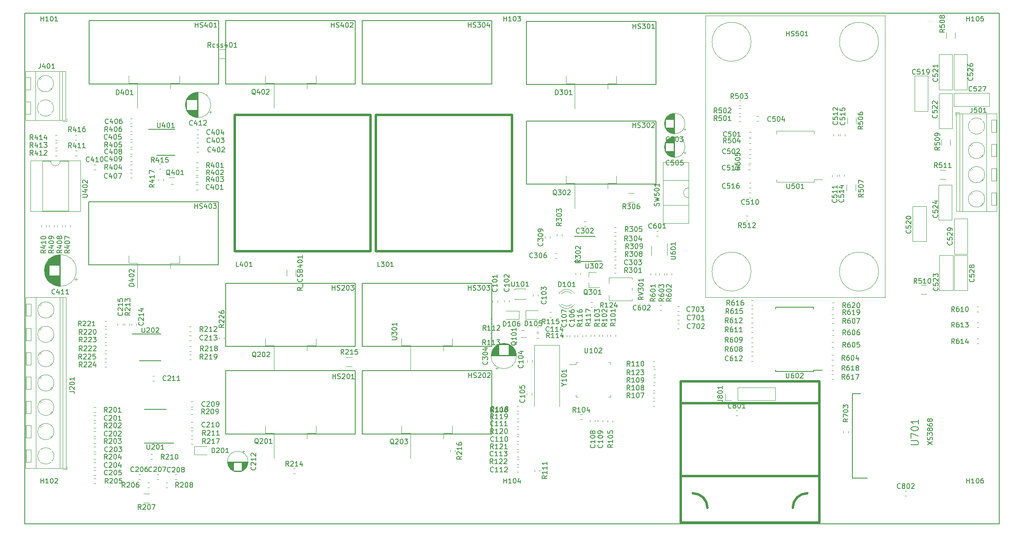
<source format=gbr>
%TF.GenerationSoftware,KiCad,Pcbnew,5.0.2-bee76a0~70~ubuntu18.04.1*%
%TF.CreationDate,2020-04-18T15:19:36+02:00*%
%TF.ProjectId,MukkeBox,4d756b6b-6542-46f7-982e-6b696361645f,rev?*%
%TF.SameCoordinates,Original*%
%TF.FileFunction,Legend,Top*%
%TF.FilePolarity,Positive*%
%FSLAX46Y46*%
G04 Gerber Fmt 4.6, Leading zero omitted, Abs format (unit mm)*
G04 Created by KiCad (PCBNEW 5.0.2-bee76a0~70~ubuntu18.04.1) date Sa 18 Apr 2020 15:19:36 CEST*
%MOMM*%
%LPD*%
G01*
G04 APERTURE LIST*
%ADD10C,0.150000*%
%ADD11C,0.120000*%
%ADD12C,0.500000*%
G04 APERTURE END LIST*
D10*
X45466000Y-37084000D02*
X45466000Y-142084000D01*
X45466000Y-142084000D02*
X245466000Y-142084000D01*
X245466000Y-37084000D02*
X245466000Y-142084000D01*
X45466000Y-37084000D02*
X245466000Y-37084000D01*
D11*
X220671000Y-90211000D02*
G75*
G03X220671000Y-90211000I-4000000J0D01*
G01*
X194511000Y-90211000D02*
G75*
G03X194511000Y-90211000I-4000000J0D01*
G01*
X194511000Y-42971000D02*
G75*
G03X194511000Y-42971000I-4000000J0D01*
G01*
X220671000Y-42971000D02*
G75*
G03X220671000Y-42971000I-4000000J0D01*
G01*
X222046000Y-37636000D02*
X185136000Y-37636000D01*
X185176000Y-37636000D02*
X185176000Y-95546000D01*
X222046000Y-95546000D02*
X185136000Y-95546000D01*
X222006000Y-37636000D02*
X222006000Y-95546000D01*
X141492000Y-96209733D02*
X141492000Y-96552267D01*
X142512000Y-96209733D02*
X142512000Y-96552267D01*
X143850000Y-96064733D02*
X143850000Y-96407267D01*
X144870000Y-96064733D02*
X144870000Y-96407267D01*
X149775000Y-94914733D02*
X149775000Y-95257267D01*
X150795000Y-94914733D02*
X150795000Y-95257267D01*
X148573000Y-108464733D02*
X148573000Y-108807267D01*
X149593000Y-108464733D02*
X149593000Y-108807267D01*
X149543000Y-115557267D02*
X149543000Y-115214733D01*
X148523000Y-115557267D02*
X148523000Y-115214733D01*
X158326000Y-103605267D02*
X158326000Y-103262733D01*
X157306000Y-103605267D02*
X157306000Y-103262733D01*
X156726000Y-103605267D02*
X156726000Y-103262733D01*
X155706000Y-103605267D02*
X155706000Y-103262733D01*
X162494000Y-121107267D02*
X162494000Y-120764733D01*
X161474000Y-121107267D02*
X161474000Y-120764733D01*
X164069000Y-121107267D02*
X164069000Y-120764733D01*
X163049000Y-121107267D02*
X163049000Y-120764733D01*
X146444545Y-125167134D02*
X146787079Y-125167134D01*
X146444545Y-124147134D02*
X146787079Y-124147134D01*
X146444545Y-122067134D02*
X146787079Y-122067134D01*
X146444545Y-121047134D02*
X146787079Y-121047134D01*
X146837267Y-130397134D02*
X146494733Y-130397134D01*
X146837267Y-131417134D02*
X146494733Y-131417134D01*
X146787079Y-127247134D02*
X146444545Y-127247134D01*
X146787079Y-128267134D02*
X146444545Y-128267134D01*
X59987267Y-119835000D02*
X59644733Y-119835000D01*
X59987267Y-120855000D02*
X59644733Y-120855000D01*
X59987267Y-123057000D02*
X59644733Y-123057000D01*
X59987267Y-124077000D02*
X59644733Y-124077000D01*
X59987267Y-126279000D02*
X59644733Y-126279000D01*
X59987267Y-127299000D02*
X59644733Y-127299000D01*
X59987267Y-129501000D02*
X59644733Y-129501000D01*
X59987267Y-130521000D02*
X59644733Y-130521000D01*
X59644733Y-132051000D02*
X59987267Y-132051000D01*
X59644733Y-131031000D02*
X59987267Y-131031000D01*
X69137267Y-131906000D02*
X68794733Y-131906000D01*
X69137267Y-132926000D02*
X68794733Y-132926000D01*
X72937267Y-131906000D02*
X72594733Y-131906000D01*
X72937267Y-132926000D02*
X72594733Y-132926000D01*
X76294733Y-132926000D02*
X76637267Y-132926000D01*
X76294733Y-131906000D02*
X76637267Y-131906000D01*
X79594733Y-117994000D02*
X79937267Y-117994000D01*
X79594733Y-116974000D02*
X79937267Y-116974000D01*
X79937267Y-121206000D02*
X79594733Y-121206000D01*
X79937267Y-122226000D02*
X79594733Y-122226000D01*
X72037267Y-111674000D02*
X71694733Y-111674000D01*
X72037267Y-112694000D02*
X71694733Y-112694000D01*
X79270733Y-104370000D02*
X79613267Y-104370000D01*
X79270733Y-103350000D02*
X79613267Y-103350000D01*
X67406000Y-100962733D02*
X67406000Y-101305267D01*
X68426000Y-100962733D02*
X68426000Y-101305267D01*
X65576000Y-101305267D02*
X65576000Y-100962733D01*
X64556000Y-101305267D02*
X64556000Y-100962733D01*
X160571956Y-79928609D02*
X160229422Y-79928609D01*
X160571956Y-80948609D02*
X160229422Y-80948609D01*
X166429422Y-88848609D02*
X166771956Y-88848609D01*
X166429422Y-87828609D02*
X166771956Y-87828609D01*
X154679956Y-86420609D02*
X154337422Y-86420609D01*
X154679956Y-87440609D02*
X154337422Y-87440609D01*
X80644733Y-73376000D02*
X80987267Y-73376000D01*
X80644733Y-72356000D02*
X80987267Y-72356000D01*
X80794733Y-65594000D02*
X81137267Y-65594000D01*
X80794733Y-64574000D02*
X81137267Y-64574000D01*
X80744733Y-63776000D02*
X81087267Y-63776000D01*
X80744733Y-62756000D02*
X81087267Y-62756000D01*
X80794733Y-62094000D02*
X81137267Y-62094000D01*
X80794733Y-61074000D02*
X81137267Y-61074000D01*
X67144733Y-62976000D02*
X67487267Y-62976000D01*
X67144733Y-61956000D02*
X67487267Y-61956000D01*
X67144733Y-59776000D02*
X67487267Y-59776000D01*
X67144733Y-58756000D02*
X67487267Y-58756000D01*
X67487267Y-69956000D02*
X67144733Y-69956000D01*
X67487267Y-70976000D02*
X67144733Y-70976000D01*
X67462267Y-65056000D02*
X67119733Y-65056000D01*
X67462267Y-66076000D02*
X67119733Y-66076000D01*
X67487267Y-66556000D02*
X67144733Y-66556000D01*
X67487267Y-67576000D02*
X67144733Y-67576000D01*
X59987267Y-68256000D02*
X59644733Y-68256000D01*
X59987267Y-69276000D02*
X59644733Y-69276000D01*
X194138733Y-62544000D02*
X194481267Y-62544000D01*
X194138733Y-61524000D02*
X194481267Y-61524000D01*
X194481267Y-65120000D02*
X194138733Y-65120000D01*
X194481267Y-66140000D02*
X194138733Y-66140000D01*
X196037267Y-58274000D02*
X195694733Y-58274000D01*
X196037267Y-59294000D02*
X195694733Y-59294000D01*
X194481267Y-74010000D02*
X194138733Y-74010000D01*
X194481267Y-75030000D02*
X194138733Y-75030000D01*
X212151000Y-70680267D02*
X212151000Y-70337733D01*
X211131000Y-70680267D02*
X211131000Y-70337733D01*
X212401000Y-62305267D02*
X212401000Y-61962733D01*
X211381000Y-62305267D02*
X211381000Y-61962733D01*
X194337267Y-68274000D02*
X193994733Y-68274000D01*
X194337267Y-69294000D02*
X193994733Y-69294000D01*
X213651000Y-70655267D02*
X213651000Y-70312733D01*
X212631000Y-70655267D02*
X212631000Y-70312733D01*
X213826000Y-62305267D02*
X213826000Y-61962733D01*
X212806000Y-62305267D02*
X212806000Y-61962733D01*
X194481267Y-71978000D02*
X194138733Y-71978000D01*
X194481267Y-72998000D02*
X194138733Y-72998000D01*
X175088733Y-82904000D02*
X175431267Y-82904000D01*
X175088733Y-81884000D02*
X175431267Y-81884000D01*
X175752733Y-98144000D02*
X176095267Y-98144000D01*
X175752733Y-97124000D02*
X176095267Y-97124000D01*
X194937267Y-107574000D02*
X194594733Y-107574000D01*
X194937267Y-108594000D02*
X194594733Y-108594000D01*
X179717386Y-99171479D02*
X179374852Y-99171479D01*
X179717386Y-100191479D02*
X179374852Y-100191479D01*
X179717386Y-100949479D02*
X179374852Y-100949479D01*
X179717386Y-101969479D02*
X179374852Y-101969479D01*
X179749267Y-97378000D02*
X179406733Y-97378000D01*
X179749267Y-98398000D02*
X179406733Y-98398000D01*
X191394733Y-119794000D02*
X191737267Y-119794000D01*
X191394733Y-118774000D02*
X191737267Y-118774000D01*
X226094733Y-136294000D02*
X226437267Y-136294000D01*
X226094733Y-135274000D02*
X226437267Y-135274000D01*
X148235000Y-98261000D02*
X150785000Y-98261000D01*
X148235000Y-99961000D02*
X150785000Y-99961000D01*
X148235000Y-98261000D02*
X148235000Y-99961000D01*
X146860000Y-99986000D02*
X144310000Y-99986000D01*
X146860000Y-98286000D02*
X144310000Y-98286000D01*
X146860000Y-99986000D02*
X146860000Y-98286000D01*
X80266000Y-126166000D02*
X82816000Y-126166000D01*
X80266000Y-127866000D02*
X82816000Y-127866000D01*
X80266000Y-126166000D02*
X80266000Y-127866000D01*
X165106000Y-51574000D02*
X165106000Y-52674000D01*
X166916000Y-51574000D02*
X165106000Y-51574000D01*
X166916000Y-50074000D02*
X166916000Y-51574000D01*
X158326000Y-51574000D02*
X158326000Y-56699000D01*
X156516000Y-51574000D02*
X158326000Y-51574000D01*
X156516000Y-50074000D02*
X156516000Y-51574000D01*
X75390000Y-51450000D02*
X75390000Y-52550000D01*
X77200000Y-51450000D02*
X75390000Y-51450000D01*
X77200000Y-49950000D02*
X77200000Y-51450000D01*
X68610000Y-51450000D02*
X68610000Y-56575000D01*
X66800000Y-51450000D02*
X68610000Y-51450000D01*
X66800000Y-49950000D02*
X66800000Y-51450000D01*
X75390000Y-88450000D02*
X75390000Y-89550000D01*
X77200000Y-88450000D02*
X75390000Y-88450000D01*
X77200000Y-86950000D02*
X77200000Y-88450000D01*
X68610000Y-88450000D02*
X68610000Y-93575000D01*
X66800000Y-88450000D02*
X68610000Y-88450000D01*
X66800000Y-86950000D02*
X66800000Y-88450000D01*
D10*
X175016000Y-38749000D02*
X175016000Y-51749000D01*
X148416000Y-51749000D02*
X148416000Y-38749000D01*
X148416000Y-38749000D02*
X175016000Y-38749000D01*
X148416000Y-51749000D02*
X175016000Y-51749000D01*
X175016000Y-59241000D02*
X175016000Y-72241000D01*
X148416000Y-72241000D02*
X148416000Y-59241000D01*
X148416000Y-59241000D02*
X175016000Y-59241000D01*
X148416000Y-72241000D02*
X175016000Y-72241000D01*
X85300000Y-38625000D02*
X85300000Y-51625000D01*
X58700000Y-51625000D02*
X58700000Y-38625000D01*
X58700000Y-38625000D02*
X85300000Y-38625000D01*
X58700000Y-51625000D02*
X85300000Y-51625000D01*
X113300000Y-38625000D02*
X113300000Y-51625000D01*
X86700000Y-51625000D02*
X86700000Y-38625000D01*
X86700000Y-38625000D02*
X113300000Y-38625000D01*
X86700000Y-51625000D02*
X113300000Y-51625000D01*
X85216000Y-75841000D02*
X85216000Y-88841000D01*
X58616000Y-88841000D02*
X58616000Y-75841000D01*
X58616000Y-75841000D02*
X85216000Y-75841000D01*
X58616000Y-88841000D02*
X85216000Y-88841000D01*
D11*
X54134000Y-130914000D02*
X54134000Y-130314000D01*
X53294000Y-130914000D02*
X54134000Y-130914000D01*
X45734000Y-96864000D02*
X46734000Y-96864000D01*
X45734000Y-99364000D02*
X46734000Y-99364000D01*
X46734000Y-99364000D02*
X46734000Y-96864000D01*
X45734000Y-99364000D02*
X45734000Y-96864000D01*
X50607000Y-99142000D02*
X50853000Y-99388000D01*
X48509000Y-97044000D02*
X48720000Y-97255000D01*
X50859000Y-98984000D02*
X51058000Y-99183000D01*
X48715000Y-96839000D02*
X48961000Y-97085000D01*
X45734000Y-101864000D02*
X46734000Y-101864000D01*
X45734000Y-104364000D02*
X46734000Y-104364000D01*
X46734000Y-104364000D02*
X46734000Y-101864000D01*
X45734000Y-104364000D02*
X45734000Y-101864000D01*
X50607000Y-104142000D02*
X50853000Y-104388000D01*
X48509000Y-102044000D02*
X48720000Y-102255000D01*
X50859000Y-103984000D02*
X51058000Y-104183000D01*
X48715000Y-101839000D02*
X48961000Y-102085000D01*
X45734000Y-106864000D02*
X46734000Y-106864000D01*
X45734000Y-109364000D02*
X46734000Y-109364000D01*
X46734000Y-109364000D02*
X46734000Y-106864000D01*
X45734000Y-109364000D02*
X45734000Y-106864000D01*
X50607000Y-109142000D02*
X50853000Y-109388000D01*
X48509000Y-107044000D02*
X48720000Y-107255000D01*
X50859000Y-108984000D02*
X51058000Y-109183000D01*
X48715000Y-106839000D02*
X48961000Y-107085000D01*
X45734000Y-111864000D02*
X46734000Y-111864000D01*
X45734000Y-114364000D02*
X46734000Y-114364000D01*
X46734000Y-114364000D02*
X46734000Y-111864000D01*
X45734000Y-114364000D02*
X45734000Y-111864000D01*
X50607000Y-114142000D02*
X50853000Y-114388000D01*
X48509000Y-112044000D02*
X48720000Y-112255000D01*
X50859000Y-113984000D02*
X51058000Y-114183000D01*
X48715000Y-111839000D02*
X48961000Y-112085000D01*
X45734000Y-116864000D02*
X46734000Y-116864000D01*
X45734000Y-119364000D02*
X46734000Y-119364000D01*
X46734000Y-119364000D02*
X46734000Y-116864000D01*
X45734000Y-119364000D02*
X45734000Y-116864000D01*
X50607000Y-119142000D02*
X50853000Y-119388000D01*
X48509000Y-117044000D02*
X48720000Y-117255000D01*
X50859000Y-118984000D02*
X51058000Y-119183000D01*
X48715000Y-116839000D02*
X48961000Y-117085000D01*
X45734000Y-121864000D02*
X46734000Y-121864000D01*
X45734000Y-124364000D02*
X46734000Y-124364000D01*
X46734000Y-124364000D02*
X46734000Y-121864000D01*
X45734000Y-124364000D02*
X45734000Y-121864000D01*
X50607000Y-124142000D02*
X50853000Y-124388000D01*
X48509000Y-122044000D02*
X48720000Y-122255000D01*
X50859000Y-123984000D02*
X51058000Y-124183000D01*
X48715000Y-121839000D02*
X48961000Y-122085000D01*
X45734000Y-126864000D02*
X46734000Y-126864000D01*
X45734000Y-129364000D02*
X46734000Y-129364000D01*
X46734000Y-129364000D02*
X46734000Y-126864000D01*
X45734000Y-129364000D02*
X45734000Y-126864000D01*
X45674000Y-95554000D02*
X53894000Y-95554000D01*
X45674000Y-130674000D02*
X53894000Y-130674000D01*
X53894000Y-130674000D02*
X53894000Y-95554000D01*
X45674000Y-130674000D02*
X45674000Y-95554000D01*
X47734000Y-130674000D02*
X47734000Y-95554000D01*
X52634000Y-130674000D02*
X52634000Y-95554000D01*
X53234000Y-130674000D02*
X53234000Y-95554000D01*
X51464000Y-98114000D02*
G75*
G03X51464000Y-98114000I-1680000J0D01*
G01*
X51464000Y-103114000D02*
G75*
G03X51464000Y-103114000I-1680000J0D01*
G01*
X51464000Y-108114000D02*
G75*
G03X51464000Y-108114000I-1680000J0D01*
G01*
X51464000Y-113114000D02*
G75*
G03X51464000Y-113114000I-1680000J0D01*
G01*
X51464000Y-118114000D02*
G75*
G03X51464000Y-118114000I-1680000J0D01*
G01*
X51464000Y-123114000D02*
G75*
G03X51464000Y-123114000I-1680000J0D01*
G01*
X51464511Y-128085493D02*
G75*
G02X51071000Y-129195000I-1680511J-28507D01*
G01*
X50863734Y-129402063D02*
G75*
G02X48703000Y-129401000I-1079734J1288063D01*
G01*
X48496922Y-129193908D02*
G75*
G02X48497000Y-127034000I1287078J1079908D01*
G01*
X48704092Y-126826922D02*
G75*
G02X50864000Y-126827000I1079908J-1287078D01*
G01*
X51070955Y-127034117D02*
G75*
G02X51464000Y-128114000I-1286955J-1079883D01*
G01*
X54066000Y-59384000D02*
X54066000Y-58784000D01*
X53226000Y-59384000D02*
X54066000Y-59384000D01*
X45666000Y-50334000D02*
X46666000Y-50334000D01*
X45666000Y-52834000D02*
X46666000Y-52834000D01*
X46666000Y-52834000D02*
X46666000Y-50334000D01*
X45666000Y-52834000D02*
X45666000Y-50334000D01*
X50539000Y-52612000D02*
X50785000Y-52858000D01*
X48441000Y-50514000D02*
X48652000Y-50725000D01*
X50791000Y-52454000D02*
X50990000Y-52653000D01*
X48647000Y-50309000D02*
X48893000Y-50555000D01*
X45666000Y-55334000D02*
X46666000Y-55334000D01*
X45666000Y-57834000D02*
X46666000Y-57834000D01*
X46666000Y-57834000D02*
X46666000Y-55334000D01*
X45666000Y-57834000D02*
X45666000Y-55334000D01*
X45606000Y-49024000D02*
X53826000Y-49024000D01*
X45606000Y-59144000D02*
X53826000Y-59144000D01*
X53826000Y-59144000D02*
X53826000Y-49024000D01*
X45606000Y-59144000D02*
X45606000Y-49024000D01*
X47666000Y-59144000D02*
X47666000Y-49024000D01*
X52566000Y-59144000D02*
X52566000Y-49024000D01*
X53166000Y-59144000D02*
X53166000Y-49024000D01*
X51396000Y-51584000D02*
G75*
G03X51396000Y-51584000I-1680000J0D01*
G01*
X51396511Y-56555493D02*
G75*
G02X51003000Y-57665000I-1680511J-28507D01*
G01*
X50795734Y-57872063D02*
G75*
G02X48635000Y-57871000I-1079734J1288063D01*
G01*
X48428922Y-57663908D02*
G75*
G02X48429000Y-55504000I1287078J1079908D01*
G01*
X48636092Y-55296922D02*
G75*
G02X50796000Y-55297000I1079908J-1287078D01*
G01*
X51002955Y-55504117D02*
G75*
G02X51396000Y-56584000I-1286955J-1079883D01*
G01*
X236442000Y-57496000D02*
X236442000Y-58096000D01*
X237282000Y-57496000D02*
X236442000Y-57496000D01*
X244842000Y-76546000D02*
X243842000Y-76546000D01*
X244842000Y-74046000D02*
X243842000Y-74046000D01*
X243842000Y-74046000D02*
X243842000Y-76546000D01*
X244842000Y-74046000D02*
X244842000Y-76546000D01*
X239969000Y-74268000D02*
X239723000Y-74022000D01*
X242067000Y-76366000D02*
X241856000Y-76155000D01*
X239717000Y-74426000D02*
X239518000Y-74227000D01*
X241861000Y-76571000D02*
X241615000Y-76325000D01*
X244842000Y-71546000D02*
X243842000Y-71546000D01*
X244842000Y-69046000D02*
X243842000Y-69046000D01*
X243842000Y-69046000D02*
X243842000Y-71546000D01*
X244842000Y-69046000D02*
X244842000Y-71546000D01*
X239969000Y-69268000D02*
X239723000Y-69022000D01*
X242067000Y-71366000D02*
X241856000Y-71155000D01*
X239717000Y-69426000D02*
X239518000Y-69227000D01*
X241861000Y-71571000D02*
X241615000Y-71325000D01*
X244842000Y-66546000D02*
X243842000Y-66546000D01*
X244842000Y-64046000D02*
X243842000Y-64046000D01*
X243842000Y-64046000D02*
X243842000Y-66546000D01*
X244842000Y-64046000D02*
X244842000Y-66546000D01*
X239969000Y-64268000D02*
X239723000Y-64022000D01*
X242067000Y-66366000D02*
X241856000Y-66155000D01*
X239717000Y-64426000D02*
X239518000Y-64227000D01*
X241861000Y-66571000D02*
X241615000Y-66325000D01*
X244842000Y-61546000D02*
X243842000Y-61546000D01*
X244842000Y-59046000D02*
X243842000Y-59046000D01*
X243842000Y-59046000D02*
X243842000Y-61546000D01*
X244842000Y-59046000D02*
X244842000Y-61546000D01*
X244902000Y-77857000D02*
X236682000Y-77857000D01*
X244902000Y-57736000D02*
X236682000Y-57736000D01*
X236682000Y-57736000D02*
X236682000Y-77857000D01*
X244902000Y-57736000D02*
X244902000Y-77857000D01*
X242842000Y-57736000D02*
X242842000Y-77857000D01*
X237942000Y-57736000D02*
X237942000Y-77857000D01*
X237342000Y-57736000D02*
X237342000Y-77857000D01*
X242472000Y-75296000D02*
G75*
G03X242472000Y-75296000I-1680000J0D01*
G01*
X242472000Y-70296000D02*
G75*
G03X242472000Y-70296000I-1680000J0D01*
G01*
X242472000Y-65296000D02*
G75*
G03X242472000Y-65296000I-1680000J0D01*
G01*
X239111489Y-60324507D02*
G75*
G02X239505000Y-59215000I1680511J28507D01*
G01*
X239712266Y-59007937D02*
G75*
G02X241873000Y-59009000I1079734J-1288063D01*
G01*
X242079078Y-59216092D02*
G75*
G02X242079000Y-61376000I-1287078J-1079908D01*
G01*
X241871908Y-61583078D02*
G75*
G02X239712000Y-61583000I-1079908J1287078D01*
G01*
X239505045Y-61375883D02*
G75*
G02X239112000Y-60296000I1286955J1079883D01*
G01*
D12*
X117550000Y-86000000D02*
X117550000Y-58000000D01*
X145450000Y-86000000D02*
X145450000Y-58000000D01*
X117550000Y-86000000D02*
X145450000Y-86000000D01*
X117550000Y-58000000D02*
X145450000Y-58000000D01*
X88550000Y-86000000D02*
X88550000Y-58000000D01*
X116450000Y-86000000D02*
X116450000Y-58000000D01*
X88550000Y-86000000D02*
X116450000Y-86000000D01*
X88550000Y-58000000D02*
X116450000Y-58000000D01*
D11*
X147410000Y-102286000D02*
X148010000Y-102286000D01*
X148410000Y-103686000D02*
X148410000Y-103686000D01*
X147210000Y-103686000D02*
X148410000Y-103686000D01*
X103390000Y-123450000D02*
X103390000Y-124550000D01*
X105200000Y-123450000D02*
X103390000Y-123450000D01*
X105200000Y-121950000D02*
X105200000Y-123450000D01*
X96610000Y-123450000D02*
X96610000Y-128575000D01*
X94800000Y-123450000D02*
X96610000Y-123450000D01*
X94800000Y-121950000D02*
X94800000Y-123450000D01*
X103390000Y-105450000D02*
X103390000Y-106550000D01*
X105200000Y-105450000D02*
X103390000Y-105450000D01*
X105200000Y-103950000D02*
X105200000Y-105450000D01*
X96610000Y-105450000D02*
X96610000Y-110575000D01*
X94800000Y-105450000D02*
X96610000Y-105450000D01*
X94800000Y-103950000D02*
X94800000Y-105450000D01*
X131390000Y-123450000D02*
X131390000Y-124550000D01*
X133200000Y-123450000D02*
X131390000Y-123450000D01*
X133200000Y-121950000D02*
X133200000Y-123450000D01*
X124610000Y-123450000D02*
X124610000Y-128575000D01*
X122800000Y-123450000D02*
X124610000Y-123450000D01*
X122800000Y-121950000D02*
X122800000Y-123450000D01*
X161240689Y-90358609D02*
X162700689Y-90358609D01*
X161240689Y-93518609D02*
X163400689Y-93518609D01*
X161240689Y-93518609D02*
X161240689Y-92588609D01*
X161240689Y-90358609D02*
X161240689Y-91288609D01*
X165106000Y-72066000D02*
X165106000Y-73166000D01*
X166916000Y-72066000D02*
X165106000Y-72066000D01*
X166916000Y-70566000D02*
X166916000Y-72066000D01*
X158326000Y-72066000D02*
X158326000Y-77191000D01*
X156516000Y-72066000D02*
X158326000Y-72066000D01*
X156516000Y-70566000D02*
X156516000Y-72066000D01*
X76016000Y-72266000D02*
X75416000Y-72266000D01*
X75016000Y-70866000D02*
X75016000Y-70866000D01*
X76216000Y-70866000D02*
X75016000Y-70866000D01*
X103390000Y-51450000D02*
X103390000Y-52550000D01*
X105200000Y-51450000D02*
X103390000Y-51450000D01*
X105200000Y-49950000D02*
X105200000Y-51450000D01*
X96610000Y-51450000D02*
X96610000Y-56575000D01*
X94800000Y-51450000D02*
X96610000Y-51450000D01*
X94800000Y-49950000D02*
X94800000Y-51450000D01*
X166669000Y-103557267D02*
X166669000Y-103214733D01*
X165649000Y-103557267D02*
X165649000Y-103214733D01*
X165019000Y-103532267D02*
X165019000Y-103189733D01*
X163999000Y-103532267D02*
X163999000Y-103189733D01*
X163319000Y-103532267D02*
X163319000Y-103189733D01*
X162299000Y-103532267D02*
X162299000Y-103189733D01*
X165074000Y-120789733D02*
X165074000Y-121132267D01*
X166094000Y-120789733D02*
X166094000Y-121132267D01*
X174439733Y-117838000D02*
X174782267Y-117838000D01*
X174439733Y-116818000D02*
X174782267Y-116818000D01*
X174439733Y-116213000D02*
X174782267Y-116213000D01*
X174439733Y-115193000D02*
X174782267Y-115193000D01*
X174439733Y-114663000D02*
X174782267Y-114663000D01*
X174439733Y-113643000D02*
X174782267Y-113643000D01*
X174464733Y-113063000D02*
X174807267Y-113063000D01*
X174464733Y-112043000D02*
X174807267Y-112043000D01*
X174439733Y-109713000D02*
X174782267Y-109713000D01*
X174439733Y-108693000D02*
X174782267Y-108693000D01*
X150152000Y-130963733D02*
X150152000Y-131306267D01*
X151172000Y-130963733D02*
X151172000Y-131306267D01*
X141373267Y-99896000D02*
X141030733Y-99896000D01*
X141373267Y-100916000D02*
X141030733Y-100916000D01*
X141348267Y-102846000D02*
X141005733Y-102846000D01*
X141348267Y-103866000D02*
X141005733Y-103866000D01*
X150881267Y-102876000D02*
X150538733Y-102876000D01*
X150881267Y-103896000D02*
X150538733Y-103896000D01*
X153531267Y-98576000D02*
X153188733Y-98576000D01*
X153531267Y-99596000D02*
X153188733Y-99596000D01*
X159944000Y-103607267D02*
X159944000Y-103264733D01*
X158924000Y-103607267D02*
X158924000Y-103264733D01*
X160649000Y-103214733D02*
X160649000Y-103557267D01*
X161669000Y-103214733D02*
X161669000Y-103557267D01*
X146787079Y-117897134D02*
X146444545Y-117897134D01*
X146787079Y-118917134D02*
X146444545Y-118917134D01*
X146444545Y-120492134D02*
X146787079Y-120492134D01*
X146444545Y-119472134D02*
X146787079Y-119472134D01*
X146444545Y-123642134D02*
X146787079Y-123642134D01*
X146444545Y-122622134D02*
X146787079Y-122622134D01*
X146444545Y-126717134D02*
X146787079Y-126717134D01*
X146444545Y-125697134D02*
X146787079Y-125697134D01*
X146469545Y-129867134D02*
X146812079Y-129867134D01*
X146469545Y-128847134D02*
X146812079Y-128847134D01*
X174464733Y-111388000D02*
X174807267Y-111388000D01*
X174464733Y-110368000D02*
X174807267Y-110368000D01*
X59987267Y-118135000D02*
X59644733Y-118135000D01*
X59987267Y-119155000D02*
X59644733Y-119155000D01*
X59987267Y-121357000D02*
X59644733Y-121357000D01*
X59987267Y-122377000D02*
X59644733Y-122377000D01*
X59987267Y-124579000D02*
X59644733Y-124579000D01*
X59987267Y-125599000D02*
X59644733Y-125599000D01*
X59987267Y-127801000D02*
X59644733Y-127801000D01*
X59987267Y-128821000D02*
X59644733Y-128821000D01*
X59987267Y-132731000D02*
X59644733Y-132731000D01*
X59987267Y-133751000D02*
X59644733Y-133751000D01*
X70694733Y-134626000D02*
X71037267Y-134626000D01*
X70694733Y-133606000D02*
X71037267Y-133606000D01*
X71055564Y-135924000D02*
X69851436Y-135924000D01*
X71055564Y-137744000D02*
X69851436Y-137744000D01*
X74737267Y-133606000D02*
X74394733Y-133606000D01*
X74737267Y-134626000D02*
X74394733Y-134626000D01*
X79594733Y-119526000D02*
X79937267Y-119526000D01*
X79594733Y-118506000D02*
X79937267Y-118506000D01*
X71294733Y-128826000D02*
X71637267Y-128826000D01*
X71294733Y-127806000D02*
X71637267Y-127806000D01*
X79594733Y-123926000D02*
X79937267Y-123926000D01*
X79594733Y-122906000D02*
X79937267Y-122906000D01*
X79270733Y-102570000D02*
X79613267Y-102570000D01*
X79270733Y-101550000D02*
X79613267Y-101550000D01*
X66976000Y-101305267D02*
X66976000Y-100962733D01*
X65956000Y-101305267D02*
X65956000Y-100962733D01*
X100587733Y-131715000D02*
X100930267Y-131715000D01*
X100587733Y-130695000D02*
X100930267Y-130695000D01*
X112616064Y-107900000D02*
X111411936Y-107900000D01*
X112616064Y-109720000D02*
X111411936Y-109720000D01*
X132756000Y-126912733D02*
X132756000Y-127255267D01*
X133776000Y-126912733D02*
X133776000Y-127255267D01*
X79937267Y-124606000D02*
X79594733Y-124606000D01*
X79937267Y-125626000D02*
X79594733Y-125626000D01*
X79613267Y-105550000D02*
X79270733Y-105550000D01*
X79613267Y-106570000D02*
X79270733Y-106570000D01*
X79270733Y-108270000D02*
X79613267Y-108270000D01*
X79270733Y-107250000D02*
X79613267Y-107250000D01*
X61890733Y-103048000D02*
X62233267Y-103048000D01*
X61890733Y-102028000D02*
X62233267Y-102028000D01*
X61890733Y-101448000D02*
X62233267Y-101448000D01*
X61890733Y-100428000D02*
X62233267Y-100428000D01*
X61890733Y-106448000D02*
X62233267Y-106448000D01*
X61890733Y-105428000D02*
X62233267Y-105428000D01*
X61890733Y-104748000D02*
X62233267Y-104748000D01*
X61890733Y-103728000D02*
X62233267Y-103728000D01*
X61890733Y-109848000D02*
X62233267Y-109848000D01*
X61890733Y-108828000D02*
X62233267Y-108828000D01*
X61890733Y-108148000D02*
X62233267Y-108148000D01*
X61890733Y-107128000D02*
X62233267Y-107128000D01*
X166429422Y-90548609D02*
X166771956Y-90548609D01*
X166429422Y-89528609D02*
X166771956Y-89528609D01*
X159510689Y-90884876D02*
X159510689Y-90542342D01*
X158490689Y-90884876D02*
X158490689Y-90542342D01*
X155676000Y-82855267D02*
X155676000Y-82512733D01*
X154656000Y-82855267D02*
X154656000Y-82512733D01*
X166429422Y-83948609D02*
X166771956Y-83948609D01*
X166429422Y-82928609D02*
X166771956Y-82928609D01*
X166771956Y-81128609D02*
X166429422Y-81128609D01*
X166771956Y-82148609D02*
X166429422Y-82148609D01*
X170528064Y-74118000D02*
X169323936Y-74118000D01*
X170528064Y-75938000D02*
X169323936Y-75938000D01*
X166429422Y-87148609D02*
X166771956Y-87148609D01*
X166429422Y-86128609D02*
X166771956Y-86128609D01*
X166771956Y-84528609D02*
X166429422Y-84528609D01*
X166771956Y-85548609D02*
X166429422Y-85548609D01*
X80987267Y-67856000D02*
X80644733Y-67856000D01*
X80987267Y-68876000D02*
X80644733Y-68876000D01*
X80644733Y-70376000D02*
X80987267Y-70376000D01*
X80644733Y-69356000D02*
X80987267Y-69356000D01*
X80644733Y-71776000D02*
X80987267Y-71776000D01*
X80644733Y-70756000D02*
X80987267Y-70756000D01*
X67144733Y-69276000D02*
X67487267Y-69276000D01*
X67144733Y-68256000D02*
X67487267Y-68256000D01*
X67144733Y-64576000D02*
X67487267Y-64576000D01*
X67144733Y-63556000D02*
X67487267Y-63556000D01*
X67144733Y-61376000D02*
X67487267Y-61376000D01*
X67144733Y-60356000D02*
X67487267Y-60356000D01*
X53726409Y-80704019D02*
X53726409Y-81046553D01*
X54746409Y-80704019D02*
X54746409Y-81046553D01*
X52126409Y-80704019D02*
X52126409Y-81046553D01*
X53146409Y-80704019D02*
X53146409Y-81046553D01*
X50426409Y-80704019D02*
X50426409Y-81046553D01*
X51446409Y-80704019D02*
X51446409Y-81046553D01*
X48826409Y-80704019D02*
X48826409Y-81046553D01*
X49846409Y-80704019D02*
X49846409Y-81046553D01*
X55837890Y-66369957D02*
X56180424Y-66369957D01*
X55837890Y-65349957D02*
X56180424Y-65349957D01*
X52052316Y-65329417D02*
X51709782Y-65329417D01*
X52052316Y-66349417D02*
X51709782Y-66349417D01*
X52052316Y-63729417D02*
X51709782Y-63729417D01*
X52052316Y-64749417D02*
X51709782Y-64749417D01*
X52052316Y-62129417D02*
X51709782Y-62129417D01*
X52052316Y-63149417D02*
X51709782Y-63149417D01*
X73094733Y-69094000D02*
X73437267Y-69094000D01*
X73094733Y-68074000D02*
X73437267Y-68074000D01*
X55812890Y-63169957D02*
X56155424Y-63169957D01*
X55812890Y-62149957D02*
X56155424Y-62149957D01*
X72906000Y-71194733D02*
X72906000Y-71537267D01*
X73926000Y-71194733D02*
X73926000Y-71537267D01*
X192362267Y-58331000D02*
X192019733Y-58331000D01*
X192362267Y-59351000D02*
X192019733Y-59351000D01*
X192362267Y-56631000D02*
X192019733Y-56631000D01*
X192362267Y-57651000D02*
X192019733Y-57651000D01*
X192337267Y-55074000D02*
X191994733Y-55074000D01*
X192337267Y-56094000D02*
X191994733Y-56094000D01*
X194138733Y-63854000D02*
X194481267Y-63854000D01*
X194138733Y-62834000D02*
X194481267Y-62834000D01*
X194481267Y-66874000D02*
X194138733Y-66874000D01*
X194481267Y-67894000D02*
X194138733Y-67894000D01*
X214281000Y-58588936D02*
X214281000Y-59793064D01*
X216101000Y-58588936D02*
X216101000Y-59793064D01*
X215976000Y-73543064D02*
X215976000Y-72338936D01*
X214156000Y-73543064D02*
X214156000Y-72338936D01*
X234590000Y-41081936D02*
X234590000Y-42286064D01*
X236410000Y-41081936D02*
X236410000Y-42286064D01*
X233556000Y-63081936D02*
X233556000Y-64286064D01*
X235376000Y-63081936D02*
X235376000Y-64286064D01*
X229363936Y-94794000D02*
X230568064Y-94794000D01*
X229363936Y-92974000D02*
X230568064Y-92974000D01*
X234468064Y-69374000D02*
X233263936Y-69374000D01*
X234468064Y-71194000D02*
X233263936Y-71194000D01*
X193837267Y-78774000D02*
X193494733Y-78774000D01*
X193837267Y-79794000D02*
X193494733Y-79794000D01*
X173890000Y-90604733D02*
X173890000Y-90947267D01*
X174910000Y-90604733D02*
X174910000Y-90947267D01*
X177192000Y-90604733D02*
X177192000Y-90947267D01*
X178212000Y-90604733D02*
X178212000Y-90947267D01*
X175668000Y-90604733D02*
X175668000Y-90947267D01*
X176688000Y-90604733D02*
X176688000Y-90947267D01*
X211084733Y-108424000D02*
X211427267Y-108424000D01*
X211084733Y-107404000D02*
X211427267Y-107404000D01*
X211054733Y-105724000D02*
X211397267Y-105724000D01*
X211054733Y-104704000D02*
X211397267Y-104704000D01*
X211194733Y-103264000D02*
X211537267Y-103264000D01*
X211194733Y-102244000D02*
X211537267Y-102244000D01*
X211164733Y-100854000D02*
X211507267Y-100854000D01*
X211164733Y-99834000D02*
X211507267Y-99834000D01*
X194937267Y-105674000D02*
X194594733Y-105674000D01*
X194937267Y-106694000D02*
X194594733Y-106694000D01*
X194937267Y-103774000D02*
X194594733Y-103774000D01*
X194937267Y-104794000D02*
X194594733Y-104794000D01*
X194594733Y-102694000D02*
X194937267Y-102694000D01*
X194594733Y-101674000D02*
X194937267Y-101674000D01*
X194594733Y-100794000D02*
X194937267Y-100794000D01*
X194594733Y-99774000D02*
X194937267Y-99774000D01*
X214476000Y-123355267D02*
X214476000Y-123012733D01*
X213456000Y-123355267D02*
X213456000Y-123012733D01*
X99256000Y-89881936D02*
X99256000Y-91086064D01*
X101076000Y-89881936D02*
X101076000Y-91086064D01*
X85413936Y-46376000D02*
X86618064Y-46376000D01*
X85413936Y-44556000D02*
X86618064Y-44556000D01*
X170070689Y-96208609D02*
X165330689Y-96208609D01*
X170070689Y-91468609D02*
X165330689Y-91468609D01*
X165330689Y-95078609D02*
X165330689Y-96208609D01*
X165330689Y-91468609D02*
X165330689Y-92598609D01*
X170070689Y-93579609D02*
X170070689Y-94098609D01*
X170070689Y-91468609D02*
X170070689Y-91799609D01*
X170070689Y-95878609D02*
X170070689Y-96208609D01*
X181730000Y-80247000D02*
X181730000Y-67777000D01*
X176410000Y-80247000D02*
X181730000Y-80247000D01*
X176410000Y-67777000D02*
X176410000Y-80247000D01*
X181730000Y-67777000D02*
X176410000Y-67777000D01*
X181670000Y-76547000D02*
X181670000Y-75012000D01*
X176470000Y-76547000D02*
X181670000Y-76547000D01*
X176470000Y-71477000D02*
X176470000Y-76547000D01*
X181670000Y-71477000D02*
X176470000Y-71477000D01*
X181670000Y-73012000D02*
X181670000Y-71477000D01*
X181670000Y-75012000D02*
G75*
G02X181670000Y-73012000I0J1000000D01*
G01*
X146050000Y-93776000D02*
X146050000Y-93906000D01*
X148170000Y-93776000D02*
X148170000Y-93906000D01*
X146050000Y-93776000D02*
X148170000Y-93776000D01*
X146050000Y-95896000D02*
X146050000Y-95766000D01*
X146050000Y-95896000D02*
X148170000Y-95896000D01*
X148170000Y-95896000D02*
X148170000Y-95766000D01*
X146050000Y-93906000D02*
X145770000Y-93906000D01*
D10*
X76000000Y-125450000D02*
X70025000Y-125450000D01*
X74475000Y-118550000D02*
X70025000Y-118550000D01*
X67441000Y-103034000D02*
X73416000Y-103034000D01*
X69016000Y-108559000D02*
X73416000Y-108559000D01*
D11*
X131390000Y-105450000D02*
X131390000Y-106550000D01*
X133200000Y-105450000D02*
X131390000Y-105450000D01*
X133200000Y-103950000D02*
X133200000Y-105450000D01*
X124610000Y-105450000D02*
X124610000Y-110575000D01*
X122800000Y-105450000D02*
X124610000Y-105450000D01*
X122800000Y-103950000D02*
X122800000Y-105450000D01*
D10*
X162475689Y-88063609D02*
X163875689Y-88063609D01*
X162475689Y-82963609D02*
X158325689Y-82963609D01*
X162475689Y-88113609D02*
X158325689Y-88113609D01*
X162475689Y-82963609D02*
X162475689Y-83108609D01*
X158325689Y-82963609D02*
X158325689Y-83108609D01*
X158325689Y-88113609D02*
X158325689Y-87968609D01*
X162475689Y-88113609D02*
X162475689Y-88063609D01*
X70891000Y-60941000D02*
X76274600Y-60941000D01*
X72561700Y-66341000D02*
X76270300Y-66341000D01*
D11*
X56902000Y-67388000D02*
X46622000Y-67388000D01*
X56902000Y-77788000D02*
X56902000Y-67388000D01*
X46622000Y-77788000D02*
X56902000Y-77788000D01*
X46622000Y-67388000D02*
X46622000Y-77788000D01*
X54412000Y-67448000D02*
X52762000Y-67448000D01*
X54412000Y-77728000D02*
X54412000Y-67448000D01*
X49112000Y-77728000D02*
X54412000Y-77728000D01*
X49112000Y-67448000D02*
X49112000Y-77728000D01*
X50762000Y-67448000D02*
X49112000Y-67448000D01*
X52762000Y-67448000D02*
G75*
G02X50762000Y-67448000I-1000000J0D01*
G01*
X207441000Y-71291000D02*
X209141000Y-71291000D01*
X207441000Y-71841000D02*
X207441000Y-71291000D01*
X207341000Y-71841000D02*
X207441000Y-71841000D01*
X199741000Y-71841000D02*
X207441000Y-71841000D01*
X207441000Y-61341000D02*
X207441000Y-61891000D01*
X199741000Y-61341000D02*
X207441000Y-61341000D01*
X199741000Y-61341000D02*
X199741000Y-61891000D01*
X199841000Y-61341000D02*
X199741000Y-61341000D01*
X199741000Y-71841000D02*
X199741000Y-71291000D01*
X199841000Y-71841000D02*
X199741000Y-71841000D01*
X177280000Y-86850000D02*
X177280000Y-84400000D01*
X174060000Y-85050000D02*
X174060000Y-86850000D01*
D10*
X215266000Y-132684000D02*
X218398000Y-132684000D01*
X215266000Y-115284000D02*
X215266000Y-132684000D01*
X217026400Y-115284000D02*
X215266000Y-115284000D01*
X207329000Y-110465000D02*
X209129000Y-110465000D01*
X207329000Y-97565000D02*
X199579000Y-97565000D01*
X207329000Y-110715000D02*
X199579000Y-110715000D01*
X207329000Y-97565000D02*
X207329000Y-97900000D01*
X199579000Y-97565000D02*
X199579000Y-97900000D01*
X199579000Y-110715000D02*
X199579000Y-110380000D01*
X207329000Y-110715000D02*
X207329000Y-110465000D01*
D11*
X158574000Y-116021000D02*
X158994000Y-116021000D01*
X158574000Y-108901000D02*
X158574000Y-109321000D01*
X158574000Y-109321000D02*
X157194000Y-109321000D01*
X165694000Y-108901000D02*
X165274000Y-108901000D01*
X165694000Y-116021000D02*
X165274000Y-116021000D01*
X158574000Y-108901000D02*
X158994000Y-108901000D01*
X158574000Y-116021000D02*
X158574000Y-115601000D01*
X165694000Y-116021000D02*
X165694000Y-115601000D01*
X165694000Y-108901000D02*
X165694000Y-109321000D01*
X150058000Y-105311000D02*
X150058000Y-117911000D01*
X155158000Y-105311000D02*
X150058000Y-105311000D01*
X155158000Y-117911000D02*
X155158000Y-105311000D01*
D10*
X113300000Y-110625000D02*
X113300000Y-123625000D01*
X86700000Y-123625000D02*
X86700000Y-110625000D01*
X86700000Y-110625000D02*
X113300000Y-110625000D01*
X86700000Y-123625000D02*
X113300000Y-123625000D01*
X141300000Y-110625000D02*
X141300000Y-123625000D01*
X114700000Y-123625000D02*
X114700000Y-110625000D01*
X114700000Y-110625000D02*
X141300000Y-110625000D01*
X114700000Y-123625000D02*
X141300000Y-123625000D01*
X113300000Y-92625000D02*
X113300000Y-105625000D01*
X86700000Y-105625000D02*
X86700000Y-92625000D01*
X86700000Y-92625000D02*
X113300000Y-92625000D01*
X86700000Y-105625000D02*
X113300000Y-105625000D01*
X141300000Y-92625000D02*
X141300000Y-105625000D01*
X114700000Y-105625000D02*
X114700000Y-92625000D01*
X114700000Y-92625000D02*
X141300000Y-92625000D01*
X114700000Y-105625000D02*
X141300000Y-105625000D01*
X141300000Y-38625000D02*
X141300000Y-51625000D01*
X114700000Y-51625000D02*
X114700000Y-38625000D01*
X114700000Y-38625000D02*
X141300000Y-38625000D01*
X114700000Y-51625000D02*
X141300000Y-51625000D01*
D11*
X189206057Y-116705879D02*
X189206057Y-115375879D01*
X190536057Y-116705879D02*
X189206057Y-116705879D01*
X191806057Y-116705879D02*
X191806057Y-114045879D01*
X191806057Y-114045879D02*
X199486057Y-114045879D01*
X191806057Y-116705879D02*
X199486057Y-116705879D01*
X199486057Y-116705879D02*
X199486057Y-114045879D01*
D12*
X180066000Y-112784000D02*
X208566000Y-112784000D01*
X208566000Y-112784000D02*
X208566000Y-141784000D01*
X208566000Y-141784000D02*
X180066000Y-141784000D01*
X180066000Y-141784000D02*
X180066000Y-112784000D01*
X203066000Y-138784000D02*
G75*
G02X206066000Y-135784000I3000000J0D01*
G01*
X182566000Y-135784000D02*
G75*
G02X185566000Y-138784000I0J-3000000D01*
G01*
X180066000Y-117284000D02*
X208566000Y-117284000D01*
X208566000Y-132284000D02*
X180066000Y-132284000D01*
D11*
X230836000Y-57204000D02*
X228096000Y-57204000D01*
X230836000Y-49964000D02*
X228096000Y-49964000D01*
X228096000Y-49964000D02*
X228096000Y-57204000D01*
X230836000Y-49964000D02*
X230836000Y-57204000D01*
X227696000Y-76764000D02*
X230436000Y-76764000D01*
X227696000Y-84004000D02*
X230436000Y-84004000D01*
X230436000Y-84004000D02*
X230436000Y-76764000D01*
X227696000Y-84004000D02*
X227696000Y-76764000D01*
X235836000Y-52803999D02*
X233096000Y-52804000D01*
X235836000Y-45564000D02*
X233096000Y-45564000D01*
X233096000Y-45564000D02*
X233096000Y-52804000D01*
X235836000Y-45564000D02*
X235836000Y-52803999D01*
X235836000Y-53564000D02*
X235836000Y-60804000D01*
X233096000Y-53564000D02*
X233096000Y-60804000D01*
X235836000Y-53564000D02*
X233096000Y-53564000D01*
X235836000Y-60804000D02*
X233096000Y-60804000D01*
X233196000Y-86864000D02*
X235936000Y-86864000D01*
X233196000Y-94104000D02*
X235936000Y-94104000D01*
X235936000Y-94104000D02*
X235936000Y-86864000D01*
X233196000Y-94104000D02*
X233196000Y-86864000D01*
X232996000Y-79604000D02*
X232996000Y-72364000D01*
X235736000Y-79604000D02*
X235736000Y-72364000D01*
X232996000Y-79604000D02*
X235736000Y-79604000D01*
X232996000Y-72364000D02*
X235736000Y-72364000D01*
X238836000Y-45564000D02*
X238836000Y-52804000D01*
X236096000Y-45564000D02*
X236096000Y-52804000D01*
X238836000Y-45564000D02*
X236096000Y-45564000D01*
X238836000Y-52804000D02*
X236096000Y-52804000D01*
X236146000Y-53514000D02*
X243385999Y-53514000D01*
X236146000Y-56254000D02*
X243386000Y-56254000D01*
X236146000Y-53514000D02*
X236146000Y-56254000D01*
X243385999Y-53514000D02*
X243386000Y-56254000D01*
X236196000Y-86864000D02*
X238936000Y-86864000D01*
X236196000Y-94104000D02*
X238936000Y-94104000D01*
X238936000Y-94104000D02*
X238936000Y-86864000D01*
X236196000Y-94104000D02*
X236196000Y-86864000D01*
X236196000Y-86604000D02*
X236196000Y-79364000D01*
X238936000Y-86604000D02*
X238936000Y-79364000D01*
X236196000Y-86604000D02*
X238936000Y-86604000D01*
X236196000Y-79364000D02*
X238936000Y-79364000D01*
X241237267Y-98494000D02*
X240894733Y-98494000D01*
X241237267Y-97474000D02*
X240894733Y-97474000D01*
X241237267Y-101694000D02*
X240894733Y-101694000D01*
X241237267Y-100674000D02*
X240894733Y-100674000D01*
X241237267Y-103974000D02*
X240894733Y-103974000D01*
X241237267Y-104994000D02*
X240894733Y-104994000D01*
X194594733Y-97874000D02*
X194937267Y-97874000D01*
X194594733Y-98894000D02*
X194937267Y-98894000D01*
X194594733Y-97094000D02*
X194937267Y-97094000D01*
X194594733Y-96074000D02*
X194937267Y-96074000D01*
X211437267Y-111374000D02*
X211094733Y-111374000D01*
X211437267Y-112394000D02*
X211094733Y-112394000D01*
X211094733Y-109574000D02*
X211437267Y-109574000D01*
X211094733Y-110594000D02*
X211437267Y-110594000D01*
X211094733Y-98074000D02*
X211437267Y-98074000D01*
X211094733Y-99094000D02*
X211437267Y-99094000D01*
X211537267Y-96574000D02*
X211194733Y-96574000D01*
X211537267Y-97594000D02*
X211194733Y-97594000D01*
X91286000Y-129284000D02*
G75*
G03X91286000Y-129284000I-2120000J0D01*
G01*
X91246000Y-129284000D02*
X87086000Y-129284000D01*
X91246000Y-129324000D02*
X87086000Y-129324000D01*
X91245000Y-129364000D02*
X87087000Y-129364000D01*
X91243000Y-129404000D02*
X87089000Y-129404000D01*
X91240000Y-129444000D02*
X87092000Y-129444000D01*
X91237000Y-129484000D02*
X90006000Y-129484000D01*
X88326000Y-129484000D02*
X87095000Y-129484000D01*
X91233000Y-129524000D02*
X90006000Y-129524000D01*
X88326000Y-129524000D02*
X87099000Y-129524000D01*
X91228000Y-129564000D02*
X90006000Y-129564000D01*
X88326000Y-129564000D02*
X87104000Y-129564000D01*
X91222000Y-129604000D02*
X90006000Y-129604000D01*
X88326000Y-129604000D02*
X87110000Y-129604000D01*
X91216000Y-129644000D02*
X90006000Y-129644000D01*
X88326000Y-129644000D02*
X87116000Y-129644000D01*
X91208000Y-129684000D02*
X90006000Y-129684000D01*
X88326000Y-129684000D02*
X87124000Y-129684000D01*
X91200000Y-129724000D02*
X90006000Y-129724000D01*
X88326000Y-129724000D02*
X87132000Y-129724000D01*
X91191000Y-129764000D02*
X90006000Y-129764000D01*
X88326000Y-129764000D02*
X87141000Y-129764000D01*
X91182000Y-129804000D02*
X90006000Y-129804000D01*
X88326000Y-129804000D02*
X87150000Y-129804000D01*
X91171000Y-129844000D02*
X90006000Y-129844000D01*
X88326000Y-129844000D02*
X87161000Y-129844000D01*
X91160000Y-129884000D02*
X90006000Y-129884000D01*
X88326000Y-129884000D02*
X87172000Y-129884000D01*
X91148000Y-129924000D02*
X90006000Y-129924000D01*
X88326000Y-129924000D02*
X87184000Y-129924000D01*
X91134000Y-129964000D02*
X90006000Y-129964000D01*
X88326000Y-129964000D02*
X87198000Y-129964000D01*
X91120000Y-130005000D02*
X90006000Y-130005000D01*
X88326000Y-130005000D02*
X87212000Y-130005000D01*
X91106000Y-130045000D02*
X90006000Y-130045000D01*
X88326000Y-130045000D02*
X87226000Y-130045000D01*
X91090000Y-130085000D02*
X90006000Y-130085000D01*
X88326000Y-130085000D02*
X87242000Y-130085000D01*
X91073000Y-130125000D02*
X90006000Y-130125000D01*
X88326000Y-130125000D02*
X87259000Y-130125000D01*
X91055000Y-130165000D02*
X90006000Y-130165000D01*
X88326000Y-130165000D02*
X87277000Y-130165000D01*
X91036000Y-130205000D02*
X90006000Y-130205000D01*
X88326000Y-130205000D02*
X87296000Y-130205000D01*
X91017000Y-130245000D02*
X90006000Y-130245000D01*
X88326000Y-130245000D02*
X87315000Y-130245000D01*
X90996000Y-130285000D02*
X90006000Y-130285000D01*
X88326000Y-130285000D02*
X87336000Y-130285000D01*
X90974000Y-130325000D02*
X90006000Y-130325000D01*
X88326000Y-130325000D02*
X87358000Y-130325000D01*
X90951000Y-130365000D02*
X90006000Y-130365000D01*
X88326000Y-130365000D02*
X87381000Y-130365000D01*
X90926000Y-130405000D02*
X90006000Y-130405000D01*
X88326000Y-130405000D02*
X87406000Y-130405000D01*
X90901000Y-130445000D02*
X90006000Y-130445000D01*
X88326000Y-130445000D02*
X87431000Y-130445000D01*
X90874000Y-130485000D02*
X90006000Y-130485000D01*
X88326000Y-130485000D02*
X87458000Y-130485000D01*
X90846000Y-130525000D02*
X90006000Y-130525000D01*
X88326000Y-130525000D02*
X87486000Y-130525000D01*
X90816000Y-130565000D02*
X90006000Y-130565000D01*
X88326000Y-130565000D02*
X87516000Y-130565000D01*
X90785000Y-130605000D02*
X90006000Y-130605000D01*
X88326000Y-130605000D02*
X87547000Y-130605000D01*
X90753000Y-130645000D02*
X90006000Y-130645000D01*
X88326000Y-130645000D02*
X87579000Y-130645000D01*
X90718000Y-130685000D02*
X90006000Y-130685000D01*
X88326000Y-130685000D02*
X87614000Y-130685000D01*
X90682000Y-130725000D02*
X90006000Y-130725000D01*
X88326000Y-130725000D02*
X87650000Y-130725000D01*
X90644000Y-130765000D02*
X90006000Y-130765000D01*
X88326000Y-130765000D02*
X87688000Y-130765000D01*
X90604000Y-130805000D02*
X90006000Y-130805000D01*
X88326000Y-130805000D02*
X87728000Y-130805000D01*
X90562000Y-130845000D02*
X90006000Y-130845000D01*
X88326000Y-130845000D02*
X87770000Y-130845000D01*
X90517000Y-130885000D02*
X90006000Y-130885000D01*
X88326000Y-130885000D02*
X87815000Y-130885000D01*
X90470000Y-130925000D02*
X90006000Y-130925000D01*
X88326000Y-130925000D02*
X87862000Y-130925000D01*
X90420000Y-130965000D02*
X90006000Y-130965000D01*
X88326000Y-130965000D02*
X87912000Y-130965000D01*
X90366000Y-131005000D02*
X90006000Y-131005000D01*
X88326000Y-131005000D02*
X87966000Y-131005000D01*
X90308000Y-131045000D02*
X90006000Y-131045000D01*
X88326000Y-131045000D02*
X88024000Y-131045000D01*
X90246000Y-131085000D02*
X90006000Y-131085000D01*
X88326000Y-131085000D02*
X88086000Y-131085000D01*
X90179000Y-131125000D02*
X88153000Y-131125000D01*
X90106000Y-131165000D02*
X88226000Y-131165000D01*
X90025000Y-131205000D02*
X88307000Y-131205000D01*
X89934000Y-131245000D02*
X88398000Y-131245000D01*
X89830000Y-131285000D02*
X88502000Y-131285000D01*
X89703000Y-131325000D02*
X88629000Y-131325000D01*
X89536000Y-131365000D02*
X88796000Y-131365000D01*
X90361000Y-127014199D02*
X90361000Y-127414199D01*
X90561000Y-127214199D02*
X90161000Y-127214199D01*
X146384000Y-107560000D02*
G75*
G03X146384000Y-107560000I-2620000J0D01*
G01*
X141184000Y-107560000D02*
X146344000Y-107560000D01*
X141184000Y-107520000D02*
X146344000Y-107520000D01*
X141185000Y-107480000D02*
X146343000Y-107480000D01*
X141186000Y-107440000D02*
X146342000Y-107440000D01*
X141188000Y-107400000D02*
X146340000Y-107400000D01*
X141191000Y-107360000D02*
X146337000Y-107360000D01*
X141195000Y-107320000D02*
X142724000Y-107320000D01*
X144804000Y-107320000D02*
X146333000Y-107320000D01*
X141199000Y-107280000D02*
X142724000Y-107280000D01*
X144804000Y-107280000D02*
X146329000Y-107280000D01*
X141203000Y-107240000D02*
X142724000Y-107240000D01*
X144804000Y-107240000D02*
X146325000Y-107240000D01*
X141208000Y-107200000D02*
X142724000Y-107200000D01*
X144804000Y-107200000D02*
X146320000Y-107200000D01*
X141214000Y-107160000D02*
X142724000Y-107160000D01*
X144804000Y-107160000D02*
X146314000Y-107160000D01*
X141221000Y-107120000D02*
X142724000Y-107120000D01*
X144804000Y-107120000D02*
X146307000Y-107120000D01*
X141228000Y-107080000D02*
X142724000Y-107080000D01*
X144804000Y-107080000D02*
X146300000Y-107080000D01*
X141236000Y-107040000D02*
X142724000Y-107040000D01*
X144804000Y-107040000D02*
X146292000Y-107040000D01*
X141244000Y-107000000D02*
X142724000Y-107000000D01*
X144804000Y-107000000D02*
X146284000Y-107000000D01*
X141253000Y-106960000D02*
X142724000Y-106960000D01*
X144804000Y-106960000D02*
X146275000Y-106960000D01*
X141263000Y-106920000D02*
X142724000Y-106920000D01*
X144804000Y-106920000D02*
X146265000Y-106920000D01*
X141273000Y-106880000D02*
X142724000Y-106880000D01*
X144804000Y-106880000D02*
X146255000Y-106880000D01*
X141284000Y-106839000D02*
X142724000Y-106839000D01*
X144804000Y-106839000D02*
X146244000Y-106839000D01*
X141296000Y-106799000D02*
X142724000Y-106799000D01*
X144804000Y-106799000D02*
X146232000Y-106799000D01*
X141309000Y-106759000D02*
X142724000Y-106759000D01*
X144804000Y-106759000D02*
X146219000Y-106759000D01*
X141322000Y-106719000D02*
X142724000Y-106719000D01*
X144804000Y-106719000D02*
X146206000Y-106719000D01*
X141336000Y-106679000D02*
X142724000Y-106679000D01*
X144804000Y-106679000D02*
X146192000Y-106679000D01*
X141350000Y-106639000D02*
X142724000Y-106639000D01*
X144804000Y-106639000D02*
X146178000Y-106639000D01*
X141366000Y-106599000D02*
X142724000Y-106599000D01*
X144804000Y-106599000D02*
X146162000Y-106599000D01*
X141382000Y-106559000D02*
X142724000Y-106559000D01*
X144804000Y-106559000D02*
X146146000Y-106559000D01*
X141399000Y-106519000D02*
X142724000Y-106519000D01*
X144804000Y-106519000D02*
X146129000Y-106519000D01*
X141416000Y-106479000D02*
X142724000Y-106479000D01*
X144804000Y-106479000D02*
X146112000Y-106479000D01*
X141435000Y-106439000D02*
X142724000Y-106439000D01*
X144804000Y-106439000D02*
X146093000Y-106439000D01*
X141454000Y-106399000D02*
X142724000Y-106399000D01*
X144804000Y-106399000D02*
X146074000Y-106399000D01*
X141474000Y-106359000D02*
X142724000Y-106359000D01*
X144804000Y-106359000D02*
X146054000Y-106359000D01*
X141496000Y-106319000D02*
X142724000Y-106319000D01*
X144804000Y-106319000D02*
X146032000Y-106319000D01*
X141517000Y-106279000D02*
X142724000Y-106279000D01*
X144804000Y-106279000D02*
X146011000Y-106279000D01*
X141540000Y-106239000D02*
X142724000Y-106239000D01*
X144804000Y-106239000D02*
X145988000Y-106239000D01*
X141564000Y-106199000D02*
X142724000Y-106199000D01*
X144804000Y-106199000D02*
X145964000Y-106199000D01*
X141589000Y-106159000D02*
X142724000Y-106159000D01*
X144804000Y-106159000D02*
X145939000Y-106159000D01*
X141615000Y-106119000D02*
X142724000Y-106119000D01*
X144804000Y-106119000D02*
X145913000Y-106119000D01*
X141642000Y-106079000D02*
X142724000Y-106079000D01*
X144804000Y-106079000D02*
X145886000Y-106079000D01*
X141669000Y-106039000D02*
X142724000Y-106039000D01*
X144804000Y-106039000D02*
X145859000Y-106039000D01*
X141699000Y-105999000D02*
X142724000Y-105999000D01*
X144804000Y-105999000D02*
X145829000Y-105999000D01*
X141729000Y-105959000D02*
X142724000Y-105959000D01*
X144804000Y-105959000D02*
X145799000Y-105959000D01*
X141760000Y-105919000D02*
X142724000Y-105919000D01*
X144804000Y-105919000D02*
X145768000Y-105919000D01*
X141793000Y-105879000D02*
X142724000Y-105879000D01*
X144804000Y-105879000D02*
X145735000Y-105879000D01*
X141827000Y-105839000D02*
X142724000Y-105839000D01*
X144804000Y-105839000D02*
X145701000Y-105839000D01*
X141863000Y-105799000D02*
X142724000Y-105799000D01*
X144804000Y-105799000D02*
X145665000Y-105799000D01*
X141900000Y-105759000D02*
X142724000Y-105759000D01*
X144804000Y-105759000D02*
X145628000Y-105759000D01*
X141938000Y-105719000D02*
X142724000Y-105719000D01*
X144804000Y-105719000D02*
X145590000Y-105719000D01*
X141979000Y-105679000D02*
X142724000Y-105679000D01*
X144804000Y-105679000D02*
X145549000Y-105679000D01*
X142021000Y-105639000D02*
X142724000Y-105639000D01*
X144804000Y-105639000D02*
X145507000Y-105639000D01*
X142065000Y-105599000D02*
X142724000Y-105599000D01*
X144804000Y-105599000D02*
X145463000Y-105599000D01*
X142111000Y-105559000D02*
X142724000Y-105559000D01*
X144804000Y-105559000D02*
X145417000Y-105559000D01*
X142159000Y-105519000D02*
X142724000Y-105519000D01*
X144804000Y-105519000D02*
X145369000Y-105519000D01*
X142210000Y-105479000D02*
X142724000Y-105479000D01*
X144804000Y-105479000D02*
X145318000Y-105479000D01*
X142264000Y-105439000D02*
X142724000Y-105439000D01*
X144804000Y-105439000D02*
X145264000Y-105439000D01*
X142321000Y-105399000D02*
X142724000Y-105399000D01*
X144804000Y-105399000D02*
X145207000Y-105399000D01*
X142381000Y-105359000D02*
X142724000Y-105359000D01*
X144804000Y-105359000D02*
X145147000Y-105359000D01*
X142445000Y-105319000D02*
X142724000Y-105319000D01*
X144804000Y-105319000D02*
X145083000Y-105319000D01*
X142513000Y-105279000D02*
X142724000Y-105279000D01*
X144804000Y-105279000D02*
X145015000Y-105279000D01*
X142586000Y-105239000D02*
X144942000Y-105239000D01*
X142666000Y-105199000D02*
X144862000Y-105199000D01*
X142753000Y-105159000D02*
X144775000Y-105159000D01*
X142849000Y-105119000D02*
X144679000Y-105119000D01*
X142959000Y-105079000D02*
X144569000Y-105079000D01*
X143087000Y-105039000D02*
X144441000Y-105039000D01*
X143246000Y-104999000D02*
X144282000Y-104999000D01*
X143480000Y-104959000D02*
X144048000Y-104959000D01*
X142289000Y-110364775D02*
X142289000Y-109864775D01*
X142039000Y-110114775D02*
X142539000Y-110114775D01*
X56036000Y-89984000D02*
G75*
G03X56036000Y-89984000I-3270000J0D01*
G01*
X52766000Y-93214000D02*
X52766000Y-86754000D01*
X52726000Y-93214000D02*
X52726000Y-86754000D01*
X52686000Y-93214000D02*
X52686000Y-86754000D01*
X52646000Y-93212000D02*
X52646000Y-86756000D01*
X52606000Y-93211000D02*
X52606000Y-86757000D01*
X52566000Y-93208000D02*
X52566000Y-86760000D01*
X52526000Y-93206000D02*
X52526000Y-91024000D01*
X52526000Y-88944000D02*
X52526000Y-86762000D01*
X52486000Y-93202000D02*
X52486000Y-91024000D01*
X52486000Y-88944000D02*
X52486000Y-86766000D01*
X52446000Y-93199000D02*
X52446000Y-91024000D01*
X52446000Y-88944000D02*
X52446000Y-86769000D01*
X52406000Y-93195000D02*
X52406000Y-91024000D01*
X52406000Y-88944000D02*
X52406000Y-86773000D01*
X52366000Y-93190000D02*
X52366000Y-91024000D01*
X52366000Y-88944000D02*
X52366000Y-86778000D01*
X52326000Y-93185000D02*
X52326000Y-91024000D01*
X52326000Y-88944000D02*
X52326000Y-86783000D01*
X52286000Y-93179000D02*
X52286000Y-91024000D01*
X52286000Y-88944000D02*
X52286000Y-86789000D01*
X52246000Y-93173000D02*
X52246000Y-91024000D01*
X52246000Y-88944000D02*
X52246000Y-86795000D01*
X52206000Y-93166000D02*
X52206000Y-91024000D01*
X52206000Y-88944000D02*
X52206000Y-86802000D01*
X52166000Y-93159000D02*
X52166000Y-91024000D01*
X52166000Y-88944000D02*
X52166000Y-86809000D01*
X52126000Y-93151000D02*
X52126000Y-91024000D01*
X52126000Y-88944000D02*
X52126000Y-86817000D01*
X52086000Y-93143000D02*
X52086000Y-91024000D01*
X52086000Y-88944000D02*
X52086000Y-86825000D01*
X52045000Y-93134000D02*
X52045000Y-91024000D01*
X52045000Y-88944000D02*
X52045000Y-86834000D01*
X52005000Y-93125000D02*
X52005000Y-91024000D01*
X52005000Y-88944000D02*
X52005000Y-86843000D01*
X51965000Y-93115000D02*
X51965000Y-91024000D01*
X51965000Y-88944000D02*
X51965000Y-86853000D01*
X51925000Y-93105000D02*
X51925000Y-91024000D01*
X51925000Y-88944000D02*
X51925000Y-86863000D01*
X51885000Y-93094000D02*
X51885000Y-91024000D01*
X51885000Y-88944000D02*
X51885000Y-86874000D01*
X51845000Y-93082000D02*
X51845000Y-91024000D01*
X51845000Y-88944000D02*
X51845000Y-86886000D01*
X51805000Y-93070000D02*
X51805000Y-91024000D01*
X51805000Y-88944000D02*
X51805000Y-86898000D01*
X51765000Y-93058000D02*
X51765000Y-91024000D01*
X51765000Y-88944000D02*
X51765000Y-86910000D01*
X51725000Y-93045000D02*
X51725000Y-91024000D01*
X51725000Y-88944000D02*
X51725000Y-86923000D01*
X51685000Y-93031000D02*
X51685000Y-91024000D01*
X51685000Y-88944000D02*
X51685000Y-86937000D01*
X51645000Y-93017000D02*
X51645000Y-91024000D01*
X51645000Y-88944000D02*
X51645000Y-86951000D01*
X51605000Y-93002000D02*
X51605000Y-91024000D01*
X51605000Y-88944000D02*
X51605000Y-86966000D01*
X51565000Y-92986000D02*
X51565000Y-91024000D01*
X51565000Y-88944000D02*
X51565000Y-86982000D01*
X51525000Y-92970000D02*
X51525000Y-91024000D01*
X51525000Y-88944000D02*
X51525000Y-86998000D01*
X51485000Y-92954000D02*
X51485000Y-91024000D01*
X51485000Y-88944000D02*
X51485000Y-87014000D01*
X51445000Y-92936000D02*
X51445000Y-91024000D01*
X51445000Y-88944000D02*
X51445000Y-87032000D01*
X51405000Y-92918000D02*
X51405000Y-91024000D01*
X51405000Y-88944000D02*
X51405000Y-87050000D01*
X51365000Y-92900000D02*
X51365000Y-91024000D01*
X51365000Y-88944000D02*
X51365000Y-87068000D01*
X51325000Y-92880000D02*
X51325000Y-91024000D01*
X51325000Y-88944000D02*
X51325000Y-87088000D01*
X51285000Y-92860000D02*
X51285000Y-91024000D01*
X51285000Y-88944000D02*
X51285000Y-87108000D01*
X51245000Y-92840000D02*
X51245000Y-91024000D01*
X51245000Y-88944000D02*
X51245000Y-87128000D01*
X51205000Y-92818000D02*
X51205000Y-91024000D01*
X51205000Y-88944000D02*
X51205000Y-87150000D01*
X51165000Y-92796000D02*
X51165000Y-91024000D01*
X51165000Y-88944000D02*
X51165000Y-87172000D01*
X51125000Y-92774000D02*
X51125000Y-91024000D01*
X51125000Y-88944000D02*
X51125000Y-87194000D01*
X51085000Y-92750000D02*
X51085000Y-91024000D01*
X51085000Y-88944000D02*
X51085000Y-87218000D01*
X51045000Y-92726000D02*
X51045000Y-91024000D01*
X51045000Y-88944000D02*
X51045000Y-87242000D01*
X51005000Y-92700000D02*
X51005000Y-91024000D01*
X51005000Y-88944000D02*
X51005000Y-87268000D01*
X50965000Y-92674000D02*
X50965000Y-91024000D01*
X50965000Y-88944000D02*
X50965000Y-87294000D01*
X50925000Y-92648000D02*
X50925000Y-91024000D01*
X50925000Y-88944000D02*
X50925000Y-87320000D01*
X50885000Y-92620000D02*
X50885000Y-91024000D01*
X50885000Y-88944000D02*
X50885000Y-87348000D01*
X50845000Y-92591000D02*
X50845000Y-91024000D01*
X50845000Y-88944000D02*
X50845000Y-87377000D01*
X50805000Y-92562000D02*
X50805000Y-91024000D01*
X50805000Y-88944000D02*
X50805000Y-87406000D01*
X50765000Y-92532000D02*
X50765000Y-91024000D01*
X50765000Y-88944000D02*
X50765000Y-87436000D01*
X50725000Y-92500000D02*
X50725000Y-91024000D01*
X50725000Y-88944000D02*
X50725000Y-87468000D01*
X50685000Y-92468000D02*
X50685000Y-91024000D01*
X50685000Y-88944000D02*
X50685000Y-87500000D01*
X50645000Y-92434000D02*
X50645000Y-91024000D01*
X50645000Y-88944000D02*
X50645000Y-87534000D01*
X50605000Y-92400000D02*
X50605000Y-91024000D01*
X50605000Y-88944000D02*
X50605000Y-87568000D01*
X50565000Y-92364000D02*
X50565000Y-91024000D01*
X50565000Y-88944000D02*
X50565000Y-87604000D01*
X50525000Y-92327000D02*
X50525000Y-91024000D01*
X50525000Y-88944000D02*
X50525000Y-87641000D01*
X50485000Y-92289000D02*
X50485000Y-91024000D01*
X50485000Y-88944000D02*
X50485000Y-87679000D01*
X50445000Y-92249000D02*
X50445000Y-87719000D01*
X50405000Y-92208000D02*
X50405000Y-87760000D01*
X50365000Y-92166000D02*
X50365000Y-87802000D01*
X50325000Y-92121000D02*
X50325000Y-87847000D01*
X50285000Y-92076000D02*
X50285000Y-87892000D01*
X50245000Y-92028000D02*
X50245000Y-87940000D01*
X50205000Y-91979000D02*
X50205000Y-87989000D01*
X50165000Y-91928000D02*
X50165000Y-88040000D01*
X50125000Y-91874000D02*
X50125000Y-88094000D01*
X50085000Y-91818000D02*
X50085000Y-88150000D01*
X50045000Y-91760000D02*
X50045000Y-88208000D01*
X50005000Y-91698000D02*
X50005000Y-88270000D01*
X49965000Y-91634000D02*
X49965000Y-88334000D01*
X49925000Y-91565000D02*
X49925000Y-88403000D01*
X49885000Y-91493000D02*
X49885000Y-88475000D01*
X49845000Y-91416000D02*
X49845000Y-88552000D01*
X49805000Y-91334000D02*
X49805000Y-88634000D01*
X49765000Y-91246000D02*
X49765000Y-88722000D01*
X49725000Y-91149000D02*
X49725000Y-88819000D01*
X49685000Y-91043000D02*
X49685000Y-88925000D01*
X49645000Y-90924000D02*
X49645000Y-89044000D01*
X49605000Y-90786000D02*
X49605000Y-89182000D01*
X49565000Y-90617000D02*
X49565000Y-89351000D01*
X49525000Y-90386000D02*
X49525000Y-89582000D01*
X56266241Y-91823000D02*
X55636241Y-91823000D01*
X55951241Y-92138000D02*
X55951241Y-91508000D01*
X83570775Y-57666000D02*
X83570775Y-57166000D01*
X83820775Y-57416000D02*
X83320775Y-57416000D01*
X78415000Y-56225000D02*
X78415000Y-55657000D01*
X78455000Y-56459000D02*
X78455000Y-55423000D01*
X78495000Y-56618000D02*
X78495000Y-55264000D01*
X78535000Y-56746000D02*
X78535000Y-55136000D01*
X78575000Y-56856000D02*
X78575000Y-55026000D01*
X78615000Y-56952000D02*
X78615000Y-54930000D01*
X78655000Y-57039000D02*
X78655000Y-54843000D01*
X78695000Y-57119000D02*
X78695000Y-54763000D01*
X78735000Y-54901000D02*
X78735000Y-54690000D01*
X78735000Y-57192000D02*
X78735000Y-56981000D01*
X78775000Y-54901000D02*
X78775000Y-54622000D01*
X78775000Y-57260000D02*
X78775000Y-56981000D01*
X78815000Y-54901000D02*
X78815000Y-54558000D01*
X78815000Y-57324000D02*
X78815000Y-56981000D01*
X78855000Y-54901000D02*
X78855000Y-54498000D01*
X78855000Y-57384000D02*
X78855000Y-56981000D01*
X78895000Y-54901000D02*
X78895000Y-54441000D01*
X78895000Y-57441000D02*
X78895000Y-56981000D01*
X78935000Y-54901000D02*
X78935000Y-54387000D01*
X78935000Y-57495000D02*
X78935000Y-56981000D01*
X78975000Y-54901000D02*
X78975000Y-54336000D01*
X78975000Y-57546000D02*
X78975000Y-56981000D01*
X79015000Y-54901000D02*
X79015000Y-54288000D01*
X79015000Y-57594000D02*
X79015000Y-56981000D01*
X79055000Y-54901000D02*
X79055000Y-54242000D01*
X79055000Y-57640000D02*
X79055000Y-56981000D01*
X79095000Y-54901000D02*
X79095000Y-54198000D01*
X79095000Y-57684000D02*
X79095000Y-56981000D01*
X79135000Y-54901000D02*
X79135000Y-54156000D01*
X79135000Y-57726000D02*
X79135000Y-56981000D01*
X79175000Y-54901000D02*
X79175000Y-54115000D01*
X79175000Y-57767000D02*
X79175000Y-56981000D01*
X79215000Y-54901000D02*
X79215000Y-54077000D01*
X79215000Y-57805000D02*
X79215000Y-56981000D01*
X79255000Y-54901000D02*
X79255000Y-54040000D01*
X79255000Y-57842000D02*
X79255000Y-56981000D01*
X79295000Y-54901000D02*
X79295000Y-54004000D01*
X79295000Y-57878000D02*
X79295000Y-56981000D01*
X79335000Y-54901000D02*
X79335000Y-53970000D01*
X79335000Y-57912000D02*
X79335000Y-56981000D01*
X79375000Y-54901000D02*
X79375000Y-53937000D01*
X79375000Y-57945000D02*
X79375000Y-56981000D01*
X79415000Y-54901000D02*
X79415000Y-53906000D01*
X79415000Y-57976000D02*
X79415000Y-56981000D01*
X79455000Y-54901000D02*
X79455000Y-53876000D01*
X79455000Y-58006000D02*
X79455000Y-56981000D01*
X79495000Y-54901000D02*
X79495000Y-53846000D01*
X79495000Y-58036000D02*
X79495000Y-56981000D01*
X79535000Y-54901000D02*
X79535000Y-53819000D01*
X79535000Y-58063000D02*
X79535000Y-56981000D01*
X79575000Y-54901000D02*
X79575000Y-53792000D01*
X79575000Y-58090000D02*
X79575000Y-56981000D01*
X79615000Y-54901000D02*
X79615000Y-53766000D01*
X79615000Y-58116000D02*
X79615000Y-56981000D01*
X79655000Y-54901000D02*
X79655000Y-53741000D01*
X79655000Y-58141000D02*
X79655000Y-56981000D01*
X79695000Y-54901000D02*
X79695000Y-53717000D01*
X79695000Y-58165000D02*
X79695000Y-56981000D01*
X79735000Y-54901000D02*
X79735000Y-53694000D01*
X79735000Y-58188000D02*
X79735000Y-56981000D01*
X79775000Y-54901000D02*
X79775000Y-53673000D01*
X79775000Y-58209000D02*
X79775000Y-56981000D01*
X79815000Y-54901000D02*
X79815000Y-53651000D01*
X79815000Y-58231000D02*
X79815000Y-56981000D01*
X79855000Y-54901000D02*
X79855000Y-53631000D01*
X79855000Y-58251000D02*
X79855000Y-56981000D01*
X79895000Y-54901000D02*
X79895000Y-53612000D01*
X79895000Y-58270000D02*
X79895000Y-56981000D01*
X79935000Y-54901000D02*
X79935000Y-53593000D01*
X79935000Y-58289000D02*
X79935000Y-56981000D01*
X79975000Y-54901000D02*
X79975000Y-53576000D01*
X79975000Y-58306000D02*
X79975000Y-56981000D01*
X80015000Y-54901000D02*
X80015000Y-53559000D01*
X80015000Y-58323000D02*
X80015000Y-56981000D01*
X80055000Y-54901000D02*
X80055000Y-53543000D01*
X80055000Y-58339000D02*
X80055000Y-56981000D01*
X80095000Y-54901000D02*
X80095000Y-53527000D01*
X80095000Y-58355000D02*
X80095000Y-56981000D01*
X80135000Y-54901000D02*
X80135000Y-53513000D01*
X80135000Y-58369000D02*
X80135000Y-56981000D01*
X80175000Y-54901000D02*
X80175000Y-53499000D01*
X80175000Y-58383000D02*
X80175000Y-56981000D01*
X80215000Y-54901000D02*
X80215000Y-53486000D01*
X80215000Y-58396000D02*
X80215000Y-56981000D01*
X80255000Y-54901000D02*
X80255000Y-53473000D01*
X80255000Y-58409000D02*
X80255000Y-56981000D01*
X80295000Y-54901000D02*
X80295000Y-53461000D01*
X80295000Y-58421000D02*
X80295000Y-56981000D01*
X80336000Y-54901000D02*
X80336000Y-53450000D01*
X80336000Y-58432000D02*
X80336000Y-56981000D01*
X80376000Y-54901000D02*
X80376000Y-53440000D01*
X80376000Y-58442000D02*
X80376000Y-56981000D01*
X80416000Y-54901000D02*
X80416000Y-53430000D01*
X80416000Y-58452000D02*
X80416000Y-56981000D01*
X80456000Y-54901000D02*
X80456000Y-53421000D01*
X80456000Y-58461000D02*
X80456000Y-56981000D01*
X80496000Y-54901000D02*
X80496000Y-53413000D01*
X80496000Y-58469000D02*
X80496000Y-56981000D01*
X80536000Y-54901000D02*
X80536000Y-53405000D01*
X80536000Y-58477000D02*
X80536000Y-56981000D01*
X80576000Y-54901000D02*
X80576000Y-53398000D01*
X80576000Y-58484000D02*
X80576000Y-56981000D01*
X80616000Y-54901000D02*
X80616000Y-53391000D01*
X80616000Y-58491000D02*
X80616000Y-56981000D01*
X80656000Y-54901000D02*
X80656000Y-53385000D01*
X80656000Y-58497000D02*
X80656000Y-56981000D01*
X80696000Y-54901000D02*
X80696000Y-53380000D01*
X80696000Y-58502000D02*
X80696000Y-56981000D01*
X80736000Y-54901000D02*
X80736000Y-53376000D01*
X80736000Y-58506000D02*
X80736000Y-56981000D01*
X80776000Y-54901000D02*
X80776000Y-53372000D01*
X80776000Y-58510000D02*
X80776000Y-56981000D01*
X80816000Y-58514000D02*
X80816000Y-53368000D01*
X80856000Y-58517000D02*
X80856000Y-53365000D01*
X80896000Y-58519000D02*
X80896000Y-53363000D01*
X80936000Y-58520000D02*
X80936000Y-53362000D01*
X80976000Y-58521000D02*
X80976000Y-53361000D01*
X81016000Y-58521000D02*
X81016000Y-53361000D01*
X83636000Y-55941000D02*
G75*
G03X83636000Y-55941000I-2620000J0D01*
G01*
X180952000Y-59784000D02*
G75*
G03X180952000Y-59784000I-2120000J0D01*
G01*
X178832000Y-61864000D02*
X178832000Y-57704000D01*
X178792000Y-61864000D02*
X178792000Y-57704000D01*
X178752000Y-61863000D02*
X178752000Y-57705000D01*
X178712000Y-61861000D02*
X178712000Y-57707000D01*
X178672000Y-61858000D02*
X178672000Y-57710000D01*
X178632000Y-61855000D02*
X178632000Y-60624000D01*
X178632000Y-58944000D02*
X178632000Y-57713000D01*
X178592000Y-61851000D02*
X178592000Y-60624000D01*
X178592000Y-58944000D02*
X178592000Y-57717000D01*
X178552000Y-61846000D02*
X178552000Y-60624000D01*
X178552000Y-58944000D02*
X178552000Y-57722000D01*
X178512000Y-61840000D02*
X178512000Y-60624000D01*
X178512000Y-58944000D02*
X178512000Y-57728000D01*
X178472000Y-61834000D02*
X178472000Y-60624000D01*
X178472000Y-58944000D02*
X178472000Y-57734000D01*
X178432000Y-61826000D02*
X178432000Y-60624000D01*
X178432000Y-58944000D02*
X178432000Y-57742000D01*
X178392000Y-61818000D02*
X178392000Y-60624000D01*
X178392000Y-58944000D02*
X178392000Y-57750000D01*
X178352000Y-61809000D02*
X178352000Y-60624000D01*
X178352000Y-58944000D02*
X178352000Y-57759000D01*
X178312000Y-61800000D02*
X178312000Y-60624000D01*
X178312000Y-58944000D02*
X178312000Y-57768000D01*
X178272000Y-61789000D02*
X178272000Y-60624000D01*
X178272000Y-58944000D02*
X178272000Y-57779000D01*
X178232000Y-61778000D02*
X178232000Y-60624000D01*
X178232000Y-58944000D02*
X178232000Y-57790000D01*
X178192000Y-61766000D02*
X178192000Y-60624000D01*
X178192000Y-58944000D02*
X178192000Y-57802000D01*
X178152000Y-61752000D02*
X178152000Y-60624000D01*
X178152000Y-58944000D02*
X178152000Y-57816000D01*
X178111000Y-61738000D02*
X178111000Y-60624000D01*
X178111000Y-58944000D02*
X178111000Y-57830000D01*
X178071000Y-61724000D02*
X178071000Y-60624000D01*
X178071000Y-58944000D02*
X178071000Y-57844000D01*
X178031000Y-61708000D02*
X178031000Y-60624000D01*
X178031000Y-58944000D02*
X178031000Y-57860000D01*
X177991000Y-61691000D02*
X177991000Y-60624000D01*
X177991000Y-58944000D02*
X177991000Y-57877000D01*
X177951000Y-61673000D02*
X177951000Y-60624000D01*
X177951000Y-58944000D02*
X177951000Y-57895000D01*
X177911000Y-61654000D02*
X177911000Y-60624000D01*
X177911000Y-58944000D02*
X177911000Y-57914000D01*
X177871000Y-61635000D02*
X177871000Y-60624000D01*
X177871000Y-58944000D02*
X177871000Y-57933000D01*
X177831000Y-61614000D02*
X177831000Y-60624000D01*
X177831000Y-58944000D02*
X177831000Y-57954000D01*
X177791000Y-61592000D02*
X177791000Y-60624000D01*
X177791000Y-58944000D02*
X177791000Y-57976000D01*
X177751000Y-61569000D02*
X177751000Y-60624000D01*
X177751000Y-58944000D02*
X177751000Y-57999000D01*
X177711000Y-61544000D02*
X177711000Y-60624000D01*
X177711000Y-58944000D02*
X177711000Y-58024000D01*
X177671000Y-61519000D02*
X177671000Y-60624000D01*
X177671000Y-58944000D02*
X177671000Y-58049000D01*
X177631000Y-61492000D02*
X177631000Y-60624000D01*
X177631000Y-58944000D02*
X177631000Y-58076000D01*
X177591000Y-61464000D02*
X177591000Y-60624000D01*
X177591000Y-58944000D02*
X177591000Y-58104000D01*
X177551000Y-61434000D02*
X177551000Y-60624000D01*
X177551000Y-58944000D02*
X177551000Y-58134000D01*
X177511000Y-61403000D02*
X177511000Y-60624000D01*
X177511000Y-58944000D02*
X177511000Y-58165000D01*
X177471000Y-61371000D02*
X177471000Y-60624000D01*
X177471000Y-58944000D02*
X177471000Y-58197000D01*
X177431000Y-61336000D02*
X177431000Y-60624000D01*
X177431000Y-58944000D02*
X177431000Y-58232000D01*
X177391000Y-61300000D02*
X177391000Y-60624000D01*
X177391000Y-58944000D02*
X177391000Y-58268000D01*
X177351000Y-61262000D02*
X177351000Y-60624000D01*
X177351000Y-58944000D02*
X177351000Y-58306000D01*
X177311000Y-61222000D02*
X177311000Y-60624000D01*
X177311000Y-58944000D02*
X177311000Y-58346000D01*
X177271000Y-61180000D02*
X177271000Y-60624000D01*
X177271000Y-58944000D02*
X177271000Y-58388000D01*
X177231000Y-61135000D02*
X177231000Y-60624000D01*
X177231000Y-58944000D02*
X177231000Y-58433000D01*
X177191000Y-61088000D02*
X177191000Y-60624000D01*
X177191000Y-58944000D02*
X177191000Y-58480000D01*
X177151000Y-61038000D02*
X177151000Y-60624000D01*
X177151000Y-58944000D02*
X177151000Y-58530000D01*
X177111000Y-60984000D02*
X177111000Y-60624000D01*
X177111000Y-58944000D02*
X177111000Y-58584000D01*
X177071000Y-60926000D02*
X177071000Y-60624000D01*
X177071000Y-58944000D02*
X177071000Y-58642000D01*
X177031000Y-60864000D02*
X177031000Y-60624000D01*
X177031000Y-58944000D02*
X177031000Y-58704000D01*
X176991000Y-60797000D02*
X176991000Y-58771000D01*
X176951000Y-60724000D02*
X176951000Y-58844000D01*
X176911000Y-60643000D02*
X176911000Y-58925000D01*
X176871000Y-60552000D02*
X176871000Y-59016000D01*
X176831000Y-60448000D02*
X176831000Y-59120000D01*
X176791000Y-60321000D02*
X176791000Y-59247000D01*
X176751000Y-60154000D02*
X176751000Y-59414000D01*
X181101801Y-60979000D02*
X180701801Y-60979000D01*
X180901801Y-61179000D02*
X180901801Y-60779000D01*
X180901801Y-66009000D02*
X180901801Y-65609000D01*
X181101801Y-65809000D02*
X180701801Y-65809000D01*
X176751000Y-64984000D02*
X176751000Y-64244000D01*
X176791000Y-65151000D02*
X176791000Y-64077000D01*
X176831000Y-65278000D02*
X176831000Y-63950000D01*
X176871000Y-65382000D02*
X176871000Y-63846000D01*
X176911000Y-65473000D02*
X176911000Y-63755000D01*
X176951000Y-65554000D02*
X176951000Y-63674000D01*
X176991000Y-65627000D02*
X176991000Y-63601000D01*
X177031000Y-63774000D02*
X177031000Y-63534000D01*
X177031000Y-65694000D02*
X177031000Y-65454000D01*
X177071000Y-63774000D02*
X177071000Y-63472000D01*
X177071000Y-65756000D02*
X177071000Y-65454000D01*
X177111000Y-63774000D02*
X177111000Y-63414000D01*
X177111000Y-65814000D02*
X177111000Y-65454000D01*
X177151000Y-63774000D02*
X177151000Y-63360000D01*
X177151000Y-65868000D02*
X177151000Y-65454000D01*
X177191000Y-63774000D02*
X177191000Y-63310000D01*
X177191000Y-65918000D02*
X177191000Y-65454000D01*
X177231000Y-63774000D02*
X177231000Y-63263000D01*
X177231000Y-65965000D02*
X177231000Y-65454000D01*
X177271000Y-63774000D02*
X177271000Y-63218000D01*
X177271000Y-66010000D02*
X177271000Y-65454000D01*
X177311000Y-63774000D02*
X177311000Y-63176000D01*
X177311000Y-66052000D02*
X177311000Y-65454000D01*
X177351000Y-63774000D02*
X177351000Y-63136000D01*
X177351000Y-66092000D02*
X177351000Y-65454000D01*
X177391000Y-63774000D02*
X177391000Y-63098000D01*
X177391000Y-66130000D02*
X177391000Y-65454000D01*
X177431000Y-63774000D02*
X177431000Y-63062000D01*
X177431000Y-66166000D02*
X177431000Y-65454000D01*
X177471000Y-63774000D02*
X177471000Y-63027000D01*
X177471000Y-66201000D02*
X177471000Y-65454000D01*
X177511000Y-63774000D02*
X177511000Y-62995000D01*
X177511000Y-66233000D02*
X177511000Y-65454000D01*
X177551000Y-63774000D02*
X177551000Y-62964000D01*
X177551000Y-66264000D02*
X177551000Y-65454000D01*
X177591000Y-63774000D02*
X177591000Y-62934000D01*
X177591000Y-66294000D02*
X177591000Y-65454000D01*
X177631000Y-63774000D02*
X177631000Y-62906000D01*
X177631000Y-66322000D02*
X177631000Y-65454000D01*
X177671000Y-63774000D02*
X177671000Y-62879000D01*
X177671000Y-66349000D02*
X177671000Y-65454000D01*
X177711000Y-63774000D02*
X177711000Y-62854000D01*
X177711000Y-66374000D02*
X177711000Y-65454000D01*
X177751000Y-63774000D02*
X177751000Y-62829000D01*
X177751000Y-66399000D02*
X177751000Y-65454000D01*
X177791000Y-63774000D02*
X177791000Y-62806000D01*
X177791000Y-66422000D02*
X177791000Y-65454000D01*
X177831000Y-63774000D02*
X177831000Y-62784000D01*
X177831000Y-66444000D02*
X177831000Y-65454000D01*
X177871000Y-63774000D02*
X177871000Y-62763000D01*
X177871000Y-66465000D02*
X177871000Y-65454000D01*
X177911000Y-63774000D02*
X177911000Y-62744000D01*
X177911000Y-66484000D02*
X177911000Y-65454000D01*
X177951000Y-63774000D02*
X177951000Y-62725000D01*
X177951000Y-66503000D02*
X177951000Y-65454000D01*
X177991000Y-63774000D02*
X177991000Y-62707000D01*
X177991000Y-66521000D02*
X177991000Y-65454000D01*
X178031000Y-63774000D02*
X178031000Y-62690000D01*
X178031000Y-66538000D02*
X178031000Y-65454000D01*
X178071000Y-63774000D02*
X178071000Y-62674000D01*
X178071000Y-66554000D02*
X178071000Y-65454000D01*
X178111000Y-63774000D02*
X178111000Y-62660000D01*
X178111000Y-66568000D02*
X178111000Y-65454000D01*
X178152000Y-63774000D02*
X178152000Y-62646000D01*
X178152000Y-66582000D02*
X178152000Y-65454000D01*
X178192000Y-63774000D02*
X178192000Y-62632000D01*
X178192000Y-66596000D02*
X178192000Y-65454000D01*
X178232000Y-63774000D02*
X178232000Y-62620000D01*
X178232000Y-66608000D02*
X178232000Y-65454000D01*
X178272000Y-63774000D02*
X178272000Y-62609000D01*
X178272000Y-66619000D02*
X178272000Y-65454000D01*
X178312000Y-63774000D02*
X178312000Y-62598000D01*
X178312000Y-66630000D02*
X178312000Y-65454000D01*
X178352000Y-63774000D02*
X178352000Y-62589000D01*
X178352000Y-66639000D02*
X178352000Y-65454000D01*
X178392000Y-63774000D02*
X178392000Y-62580000D01*
X178392000Y-66648000D02*
X178392000Y-65454000D01*
X178432000Y-63774000D02*
X178432000Y-62572000D01*
X178432000Y-66656000D02*
X178432000Y-65454000D01*
X178472000Y-63774000D02*
X178472000Y-62564000D01*
X178472000Y-66664000D02*
X178472000Y-65454000D01*
X178512000Y-63774000D02*
X178512000Y-62558000D01*
X178512000Y-66670000D02*
X178512000Y-65454000D01*
X178552000Y-63774000D02*
X178552000Y-62552000D01*
X178552000Y-66676000D02*
X178552000Y-65454000D01*
X178592000Y-63774000D02*
X178592000Y-62547000D01*
X178592000Y-66681000D02*
X178592000Y-65454000D01*
X178632000Y-63774000D02*
X178632000Y-62543000D01*
X178632000Y-66685000D02*
X178632000Y-65454000D01*
X178672000Y-66688000D02*
X178672000Y-62540000D01*
X178712000Y-66691000D02*
X178712000Y-62537000D01*
X178752000Y-66693000D02*
X178752000Y-62535000D01*
X178792000Y-66694000D02*
X178792000Y-62534000D01*
X178832000Y-66694000D02*
X178832000Y-62534000D01*
X180952000Y-64614000D02*
G75*
G03X180952000Y-64614000I-2120000J0D01*
G01*
X150544733Y-101624000D02*
X150887267Y-101624000D01*
X150544733Y-102644000D02*
X150887267Y-102644000D01*
X158358335Y-94755392D02*
G75*
G03X155126000Y-94598484I-1672335J-1078608D01*
G01*
X158358335Y-96912608D02*
G75*
G02X155126000Y-97069516I-1672335J1078608D01*
G01*
X157727130Y-94754163D02*
G75*
G03X155645039Y-94754000I-1041130J-1079837D01*
G01*
X157727130Y-96913837D02*
G75*
G02X155645039Y-96914000I-1041130J1079837D01*
G01*
X155126000Y-94598000D02*
X155126000Y-94754000D01*
X155126000Y-96914000D02*
X155126000Y-97070000D01*
X159494733Y-119574000D02*
X159837267Y-119574000D01*
X159494733Y-120594000D02*
X159837267Y-120594000D01*
X161987267Y-96524000D02*
X161644733Y-96524000D01*
X161987267Y-97544000D02*
X161644733Y-97544000D01*
X85356000Y-104105267D02*
X85356000Y-103762733D01*
X86376000Y-104105267D02*
X86376000Y-103762733D01*
X152256000Y-83355267D02*
X152256000Y-83012733D01*
X153276000Y-83355267D02*
X153276000Y-83012733D01*
D10*
X201775523Y-41786380D02*
X201775523Y-40786380D01*
X201775523Y-41262571D02*
X202346952Y-41262571D01*
X202346952Y-41786380D02*
X202346952Y-40786380D01*
X202775523Y-41738761D02*
X202918380Y-41786380D01*
X203156476Y-41786380D01*
X203251714Y-41738761D01*
X203299333Y-41691142D01*
X203346952Y-41595904D01*
X203346952Y-41500666D01*
X203299333Y-41405428D01*
X203251714Y-41357809D01*
X203156476Y-41310190D01*
X202966000Y-41262571D01*
X202870761Y-41214952D01*
X202823142Y-41167333D01*
X202775523Y-41072095D01*
X202775523Y-40976857D01*
X202823142Y-40881619D01*
X202870761Y-40834000D01*
X202966000Y-40786380D01*
X203204095Y-40786380D01*
X203346952Y-40834000D01*
X204251714Y-40786380D02*
X203775523Y-40786380D01*
X203727904Y-41262571D01*
X203775523Y-41214952D01*
X203870761Y-41167333D01*
X204108857Y-41167333D01*
X204204095Y-41214952D01*
X204251714Y-41262571D01*
X204299333Y-41357809D01*
X204299333Y-41595904D01*
X204251714Y-41691142D01*
X204204095Y-41738761D01*
X204108857Y-41786380D01*
X203870761Y-41786380D01*
X203775523Y-41738761D01*
X203727904Y-41691142D01*
X204918380Y-40786380D02*
X205013619Y-40786380D01*
X205108857Y-40834000D01*
X205156476Y-40881619D01*
X205204095Y-40976857D01*
X205251714Y-41167333D01*
X205251714Y-41405428D01*
X205204095Y-41595904D01*
X205156476Y-41691142D01*
X205108857Y-41738761D01*
X205013619Y-41786380D01*
X204918380Y-41786380D01*
X204823142Y-41738761D01*
X204775523Y-41691142D01*
X204727904Y-41595904D01*
X204680285Y-41405428D01*
X204680285Y-41167333D01*
X204727904Y-40976857D01*
X204775523Y-40881619D01*
X204823142Y-40834000D01*
X204918380Y-40786380D01*
X206204095Y-41786380D02*
X205632666Y-41786380D01*
X205918380Y-41786380D02*
X205918380Y-40786380D01*
X205823142Y-40929238D01*
X205727904Y-41024476D01*
X205632666Y-41072095D01*
X142309142Y-93725047D02*
X142356761Y-93772666D01*
X142404380Y-93915523D01*
X142404380Y-94010761D01*
X142356761Y-94153619D01*
X142261523Y-94248857D01*
X142166285Y-94296476D01*
X141975809Y-94344095D01*
X141832952Y-94344095D01*
X141642476Y-94296476D01*
X141547238Y-94248857D01*
X141452000Y-94153619D01*
X141404380Y-94010761D01*
X141404380Y-93915523D01*
X141452000Y-93772666D01*
X141499619Y-93725047D01*
X142404380Y-92772666D02*
X142404380Y-93344095D01*
X142404380Y-93058380D02*
X141404380Y-93058380D01*
X141547238Y-93153619D01*
X141642476Y-93248857D01*
X141690095Y-93344095D01*
X141404380Y-92153619D02*
X141404380Y-92058380D01*
X141452000Y-91963142D01*
X141499619Y-91915523D01*
X141594857Y-91867904D01*
X141785333Y-91820285D01*
X142023428Y-91820285D01*
X142213904Y-91867904D01*
X142309142Y-91915523D01*
X142356761Y-91963142D01*
X142404380Y-92058380D01*
X142404380Y-92153619D01*
X142356761Y-92248857D01*
X142309142Y-92296476D01*
X142213904Y-92344095D01*
X142023428Y-92391714D01*
X141785333Y-92391714D01*
X141594857Y-92344095D01*
X141499619Y-92296476D01*
X141452000Y-92248857D01*
X141404380Y-92153619D01*
X142404380Y-90867904D02*
X142404380Y-91439333D01*
X142404380Y-91153619D02*
X141404380Y-91153619D01*
X141547238Y-91248857D01*
X141642476Y-91344095D01*
X141690095Y-91439333D01*
X144742142Y-93680047D02*
X144789761Y-93727666D01*
X144837380Y-93870523D01*
X144837380Y-93965761D01*
X144789761Y-94108619D01*
X144694523Y-94203857D01*
X144599285Y-94251476D01*
X144408809Y-94299095D01*
X144265952Y-94299095D01*
X144075476Y-94251476D01*
X143980238Y-94203857D01*
X143885000Y-94108619D01*
X143837380Y-93965761D01*
X143837380Y-93870523D01*
X143885000Y-93727666D01*
X143932619Y-93680047D01*
X144837380Y-92727666D02*
X144837380Y-93299095D01*
X144837380Y-93013380D02*
X143837380Y-93013380D01*
X143980238Y-93108619D01*
X144075476Y-93203857D01*
X144123095Y-93299095D01*
X143837380Y-92108619D02*
X143837380Y-92013380D01*
X143885000Y-91918142D01*
X143932619Y-91870523D01*
X144027857Y-91822904D01*
X144218333Y-91775285D01*
X144456428Y-91775285D01*
X144646904Y-91822904D01*
X144742142Y-91870523D01*
X144789761Y-91918142D01*
X144837380Y-92013380D01*
X144837380Y-92108619D01*
X144789761Y-92203857D01*
X144742142Y-92251476D01*
X144646904Y-92299095D01*
X144456428Y-92346714D01*
X144218333Y-92346714D01*
X144027857Y-92299095D01*
X143932619Y-92251476D01*
X143885000Y-92203857D01*
X143837380Y-92108619D01*
X143932619Y-91394333D02*
X143885000Y-91346714D01*
X143837380Y-91251476D01*
X143837380Y-91013380D01*
X143885000Y-90918142D01*
X143932619Y-90870523D01*
X144027857Y-90822904D01*
X144123095Y-90822904D01*
X144265952Y-90870523D01*
X144837380Y-91441952D01*
X144837380Y-90822904D01*
X152392142Y-96230047D02*
X152439761Y-96277666D01*
X152487380Y-96420523D01*
X152487380Y-96515761D01*
X152439761Y-96658619D01*
X152344523Y-96753857D01*
X152249285Y-96801476D01*
X152058809Y-96849095D01*
X151915952Y-96849095D01*
X151725476Y-96801476D01*
X151630238Y-96753857D01*
X151535000Y-96658619D01*
X151487380Y-96515761D01*
X151487380Y-96420523D01*
X151535000Y-96277666D01*
X151582619Y-96230047D01*
X152487380Y-95277666D02*
X152487380Y-95849095D01*
X152487380Y-95563380D02*
X151487380Y-95563380D01*
X151630238Y-95658619D01*
X151725476Y-95753857D01*
X151773095Y-95849095D01*
X151487380Y-94658619D02*
X151487380Y-94563380D01*
X151535000Y-94468142D01*
X151582619Y-94420523D01*
X151677857Y-94372904D01*
X151868333Y-94325285D01*
X152106428Y-94325285D01*
X152296904Y-94372904D01*
X152392142Y-94420523D01*
X152439761Y-94468142D01*
X152487380Y-94563380D01*
X152487380Y-94658619D01*
X152439761Y-94753857D01*
X152392142Y-94801476D01*
X152296904Y-94849095D01*
X152106428Y-94896714D01*
X151868333Y-94896714D01*
X151677857Y-94849095D01*
X151582619Y-94801476D01*
X151535000Y-94753857D01*
X151487380Y-94658619D01*
X151487380Y-93991952D02*
X151487380Y-93372904D01*
X151868333Y-93706238D01*
X151868333Y-93563380D01*
X151915952Y-93468142D01*
X151963571Y-93420523D01*
X152058809Y-93372904D01*
X152296904Y-93372904D01*
X152392142Y-93420523D01*
X152439761Y-93468142D01*
X152487380Y-93563380D01*
X152487380Y-93849095D01*
X152439761Y-93944333D01*
X152392142Y-93991952D01*
X147640142Y-109405047D02*
X147687761Y-109452666D01*
X147735380Y-109595523D01*
X147735380Y-109690761D01*
X147687761Y-109833619D01*
X147592523Y-109928857D01*
X147497285Y-109976476D01*
X147306809Y-110024095D01*
X147163952Y-110024095D01*
X146973476Y-109976476D01*
X146878238Y-109928857D01*
X146783000Y-109833619D01*
X146735380Y-109690761D01*
X146735380Y-109595523D01*
X146783000Y-109452666D01*
X146830619Y-109405047D01*
X147735380Y-108452666D02*
X147735380Y-109024095D01*
X147735380Y-108738380D02*
X146735380Y-108738380D01*
X146878238Y-108833619D01*
X146973476Y-108928857D01*
X147021095Y-109024095D01*
X146735380Y-107833619D02*
X146735380Y-107738380D01*
X146783000Y-107643142D01*
X146830619Y-107595523D01*
X146925857Y-107547904D01*
X147116333Y-107500285D01*
X147354428Y-107500285D01*
X147544904Y-107547904D01*
X147640142Y-107595523D01*
X147687761Y-107643142D01*
X147735380Y-107738380D01*
X147735380Y-107833619D01*
X147687761Y-107928857D01*
X147640142Y-107976476D01*
X147544904Y-108024095D01*
X147354428Y-108071714D01*
X147116333Y-108071714D01*
X146925857Y-108024095D01*
X146830619Y-107976476D01*
X146783000Y-107928857D01*
X146735380Y-107833619D01*
X147068714Y-106643142D02*
X147735380Y-106643142D01*
X146687761Y-106881238D02*
X147402047Y-107119333D01*
X147402047Y-106500285D01*
X147960142Y-116505047D02*
X148007761Y-116552666D01*
X148055380Y-116695523D01*
X148055380Y-116790761D01*
X148007761Y-116933619D01*
X147912523Y-117028857D01*
X147817285Y-117076476D01*
X147626809Y-117124095D01*
X147483952Y-117124095D01*
X147293476Y-117076476D01*
X147198238Y-117028857D01*
X147103000Y-116933619D01*
X147055380Y-116790761D01*
X147055380Y-116695523D01*
X147103000Y-116552666D01*
X147150619Y-116505047D01*
X148055380Y-115552666D02*
X148055380Y-116124095D01*
X148055380Y-115838380D02*
X147055380Y-115838380D01*
X147198238Y-115933619D01*
X147293476Y-116028857D01*
X147341095Y-116124095D01*
X147055380Y-114933619D02*
X147055380Y-114838380D01*
X147103000Y-114743142D01*
X147150619Y-114695523D01*
X147245857Y-114647904D01*
X147436333Y-114600285D01*
X147674428Y-114600285D01*
X147864904Y-114647904D01*
X147960142Y-114695523D01*
X148007761Y-114743142D01*
X148055380Y-114838380D01*
X148055380Y-114933619D01*
X148007761Y-115028857D01*
X147960142Y-115076476D01*
X147864904Y-115124095D01*
X147674428Y-115171714D01*
X147436333Y-115171714D01*
X147245857Y-115124095D01*
X147150619Y-115076476D01*
X147103000Y-115028857D01*
X147055380Y-114933619D01*
X147055380Y-113695523D02*
X147055380Y-114171714D01*
X147531571Y-114219333D01*
X147483952Y-114171714D01*
X147436333Y-114076476D01*
X147436333Y-113838380D01*
X147483952Y-113743142D01*
X147531571Y-113695523D01*
X147626809Y-113647904D01*
X147864904Y-113647904D01*
X147960142Y-113695523D01*
X148007761Y-113743142D01*
X148055380Y-113838380D01*
X148055380Y-114076476D01*
X148007761Y-114171714D01*
X147960142Y-114219333D01*
X158123142Y-100903047D02*
X158170761Y-100950666D01*
X158218380Y-101093523D01*
X158218380Y-101188761D01*
X158170761Y-101331619D01*
X158075523Y-101426857D01*
X157980285Y-101474476D01*
X157789809Y-101522095D01*
X157646952Y-101522095D01*
X157456476Y-101474476D01*
X157361238Y-101426857D01*
X157266000Y-101331619D01*
X157218380Y-101188761D01*
X157218380Y-101093523D01*
X157266000Y-100950666D01*
X157313619Y-100903047D01*
X158218380Y-99950666D02*
X158218380Y-100522095D01*
X158218380Y-100236380D02*
X157218380Y-100236380D01*
X157361238Y-100331619D01*
X157456476Y-100426857D01*
X157504095Y-100522095D01*
X157218380Y-99331619D02*
X157218380Y-99236380D01*
X157266000Y-99141142D01*
X157313619Y-99093523D01*
X157408857Y-99045904D01*
X157599333Y-98998285D01*
X157837428Y-98998285D01*
X158027904Y-99045904D01*
X158123142Y-99093523D01*
X158170761Y-99141142D01*
X158218380Y-99236380D01*
X158218380Y-99331619D01*
X158170761Y-99426857D01*
X158123142Y-99474476D01*
X158027904Y-99522095D01*
X157837428Y-99569714D01*
X157599333Y-99569714D01*
X157408857Y-99522095D01*
X157313619Y-99474476D01*
X157266000Y-99426857D01*
X157218380Y-99331619D01*
X157218380Y-98141142D02*
X157218380Y-98331619D01*
X157266000Y-98426857D01*
X157313619Y-98474476D01*
X157456476Y-98569714D01*
X157646952Y-98617333D01*
X158027904Y-98617333D01*
X158123142Y-98569714D01*
X158170761Y-98522095D01*
X158218380Y-98426857D01*
X158218380Y-98236380D01*
X158170761Y-98141142D01*
X158123142Y-98093523D01*
X158027904Y-98045904D01*
X157789809Y-98045904D01*
X157694571Y-98093523D01*
X157646952Y-98141142D01*
X157599333Y-98236380D01*
X157599333Y-98426857D01*
X157646952Y-98522095D01*
X157694571Y-98569714D01*
X157789809Y-98617333D01*
X156523142Y-100953047D02*
X156570761Y-101000666D01*
X156618380Y-101143523D01*
X156618380Y-101238761D01*
X156570761Y-101381619D01*
X156475523Y-101476857D01*
X156380285Y-101524476D01*
X156189809Y-101572095D01*
X156046952Y-101572095D01*
X155856476Y-101524476D01*
X155761238Y-101476857D01*
X155666000Y-101381619D01*
X155618380Y-101238761D01*
X155618380Y-101143523D01*
X155666000Y-101000666D01*
X155713619Y-100953047D01*
X156618380Y-100000666D02*
X156618380Y-100572095D01*
X156618380Y-100286380D02*
X155618380Y-100286380D01*
X155761238Y-100381619D01*
X155856476Y-100476857D01*
X155904095Y-100572095D01*
X155618380Y-99381619D02*
X155618380Y-99286380D01*
X155666000Y-99191142D01*
X155713619Y-99143523D01*
X155808857Y-99095904D01*
X155999333Y-99048285D01*
X156237428Y-99048285D01*
X156427904Y-99095904D01*
X156523142Y-99143523D01*
X156570761Y-99191142D01*
X156618380Y-99286380D01*
X156618380Y-99381619D01*
X156570761Y-99476857D01*
X156523142Y-99524476D01*
X156427904Y-99572095D01*
X156237428Y-99619714D01*
X155999333Y-99619714D01*
X155808857Y-99572095D01*
X155713619Y-99524476D01*
X155666000Y-99476857D01*
X155618380Y-99381619D01*
X155618380Y-98714952D02*
X155618380Y-98048285D01*
X156618380Y-98476857D01*
X162416142Y-125803047D02*
X162463761Y-125850666D01*
X162511380Y-125993523D01*
X162511380Y-126088761D01*
X162463761Y-126231619D01*
X162368523Y-126326857D01*
X162273285Y-126374476D01*
X162082809Y-126422095D01*
X161939952Y-126422095D01*
X161749476Y-126374476D01*
X161654238Y-126326857D01*
X161559000Y-126231619D01*
X161511380Y-126088761D01*
X161511380Y-125993523D01*
X161559000Y-125850666D01*
X161606619Y-125803047D01*
X162511380Y-124850666D02*
X162511380Y-125422095D01*
X162511380Y-125136380D02*
X161511380Y-125136380D01*
X161654238Y-125231619D01*
X161749476Y-125326857D01*
X161797095Y-125422095D01*
X161511380Y-124231619D02*
X161511380Y-124136380D01*
X161559000Y-124041142D01*
X161606619Y-123993523D01*
X161701857Y-123945904D01*
X161892333Y-123898285D01*
X162130428Y-123898285D01*
X162320904Y-123945904D01*
X162416142Y-123993523D01*
X162463761Y-124041142D01*
X162511380Y-124136380D01*
X162511380Y-124231619D01*
X162463761Y-124326857D01*
X162416142Y-124374476D01*
X162320904Y-124422095D01*
X162130428Y-124469714D01*
X161892333Y-124469714D01*
X161701857Y-124422095D01*
X161606619Y-124374476D01*
X161559000Y-124326857D01*
X161511380Y-124231619D01*
X161939952Y-123326857D02*
X161892333Y-123422095D01*
X161844714Y-123469714D01*
X161749476Y-123517333D01*
X161701857Y-123517333D01*
X161606619Y-123469714D01*
X161559000Y-123422095D01*
X161511380Y-123326857D01*
X161511380Y-123136380D01*
X161559000Y-123041142D01*
X161606619Y-122993523D01*
X161701857Y-122945904D01*
X161749476Y-122945904D01*
X161844714Y-122993523D01*
X161892333Y-123041142D01*
X161939952Y-123136380D01*
X161939952Y-123326857D01*
X161987571Y-123422095D01*
X162035190Y-123469714D01*
X162130428Y-123517333D01*
X162320904Y-123517333D01*
X162416142Y-123469714D01*
X162463761Y-123422095D01*
X162511380Y-123326857D01*
X162511380Y-123136380D01*
X162463761Y-123041142D01*
X162416142Y-122993523D01*
X162320904Y-122945904D01*
X162130428Y-122945904D01*
X162035190Y-122993523D01*
X161987571Y-123041142D01*
X161939952Y-123136380D01*
X163991142Y-125803047D02*
X164038761Y-125850666D01*
X164086380Y-125993523D01*
X164086380Y-126088761D01*
X164038761Y-126231619D01*
X163943523Y-126326857D01*
X163848285Y-126374476D01*
X163657809Y-126422095D01*
X163514952Y-126422095D01*
X163324476Y-126374476D01*
X163229238Y-126326857D01*
X163134000Y-126231619D01*
X163086380Y-126088761D01*
X163086380Y-125993523D01*
X163134000Y-125850666D01*
X163181619Y-125803047D01*
X164086380Y-124850666D02*
X164086380Y-125422095D01*
X164086380Y-125136380D02*
X163086380Y-125136380D01*
X163229238Y-125231619D01*
X163324476Y-125326857D01*
X163372095Y-125422095D01*
X163086380Y-124231619D02*
X163086380Y-124136380D01*
X163134000Y-124041142D01*
X163181619Y-123993523D01*
X163276857Y-123945904D01*
X163467333Y-123898285D01*
X163705428Y-123898285D01*
X163895904Y-123945904D01*
X163991142Y-123993523D01*
X164038761Y-124041142D01*
X164086380Y-124136380D01*
X164086380Y-124231619D01*
X164038761Y-124326857D01*
X163991142Y-124374476D01*
X163895904Y-124422095D01*
X163705428Y-124469714D01*
X163467333Y-124469714D01*
X163276857Y-124422095D01*
X163181619Y-124374476D01*
X163134000Y-124326857D01*
X163086380Y-124231619D01*
X164086380Y-123422095D02*
X164086380Y-123231619D01*
X164038761Y-123136380D01*
X163991142Y-123088761D01*
X163848285Y-122993523D01*
X163657809Y-122945904D01*
X163276857Y-122945904D01*
X163181619Y-122993523D01*
X163134000Y-123041142D01*
X163086380Y-123136380D01*
X163086380Y-123326857D01*
X163134000Y-123422095D01*
X163181619Y-123469714D01*
X163276857Y-123517333D01*
X163514952Y-123517333D01*
X163610190Y-123469714D01*
X163657809Y-123422095D01*
X163705428Y-123326857D01*
X163705428Y-123136380D01*
X163657809Y-123041142D01*
X163610190Y-122993523D01*
X163514952Y-122945904D01*
X141696764Y-125039276D02*
X141649145Y-125086895D01*
X141506288Y-125134514D01*
X141411050Y-125134514D01*
X141268192Y-125086895D01*
X141172954Y-124991657D01*
X141125335Y-124896419D01*
X141077716Y-124705943D01*
X141077716Y-124563086D01*
X141125335Y-124372610D01*
X141172954Y-124277372D01*
X141268192Y-124182134D01*
X141411050Y-124134514D01*
X141506288Y-124134514D01*
X141649145Y-124182134D01*
X141696764Y-124229753D01*
X142649145Y-125134514D02*
X142077716Y-125134514D01*
X142363431Y-125134514D02*
X142363431Y-124134514D01*
X142268192Y-124277372D01*
X142172954Y-124372610D01*
X142077716Y-124420229D01*
X143601526Y-125134514D02*
X143030097Y-125134514D01*
X143315812Y-125134514D02*
X143315812Y-124134514D01*
X143220573Y-124277372D01*
X143125335Y-124372610D01*
X143030097Y-124420229D01*
X144220573Y-124134514D02*
X144315812Y-124134514D01*
X144411050Y-124182134D01*
X144458669Y-124229753D01*
X144506288Y-124324991D01*
X144553907Y-124515467D01*
X144553907Y-124753562D01*
X144506288Y-124944038D01*
X144458669Y-125039276D01*
X144411050Y-125086895D01*
X144315812Y-125134514D01*
X144220573Y-125134514D01*
X144125335Y-125086895D01*
X144077716Y-125039276D01*
X144030097Y-124944038D01*
X143982478Y-124753562D01*
X143982478Y-124515467D01*
X144030097Y-124324991D01*
X144077716Y-124229753D01*
X144125335Y-124182134D01*
X144220573Y-124134514D01*
X141646952Y-121841142D02*
X141599333Y-121888761D01*
X141456476Y-121936380D01*
X141361238Y-121936380D01*
X141218380Y-121888761D01*
X141123142Y-121793523D01*
X141075523Y-121698285D01*
X141027904Y-121507809D01*
X141027904Y-121364952D01*
X141075523Y-121174476D01*
X141123142Y-121079238D01*
X141218380Y-120984000D01*
X141361238Y-120936380D01*
X141456476Y-120936380D01*
X141599333Y-120984000D01*
X141646952Y-121031619D01*
X142599333Y-121936380D02*
X142027904Y-121936380D01*
X142313619Y-121936380D02*
X142313619Y-120936380D01*
X142218380Y-121079238D01*
X142123142Y-121174476D01*
X142027904Y-121222095D01*
X143551714Y-121936380D02*
X142980285Y-121936380D01*
X143266000Y-121936380D02*
X143266000Y-120936380D01*
X143170761Y-121079238D01*
X143075523Y-121174476D01*
X142980285Y-121222095D01*
X144504095Y-121936380D02*
X143932666Y-121936380D01*
X144218380Y-121936380D02*
X144218380Y-120936380D01*
X144123142Y-121079238D01*
X144027904Y-121174476D01*
X143932666Y-121222095D01*
X141646952Y-131341142D02*
X141599333Y-131388761D01*
X141456476Y-131436380D01*
X141361238Y-131436380D01*
X141218380Y-131388761D01*
X141123142Y-131293523D01*
X141075523Y-131198285D01*
X141027904Y-131007809D01*
X141027904Y-130864952D01*
X141075523Y-130674476D01*
X141123142Y-130579238D01*
X141218380Y-130484000D01*
X141361238Y-130436380D01*
X141456476Y-130436380D01*
X141599333Y-130484000D01*
X141646952Y-130531619D01*
X142599333Y-131436380D02*
X142027904Y-131436380D01*
X142313619Y-131436380D02*
X142313619Y-130436380D01*
X142218380Y-130579238D01*
X142123142Y-130674476D01*
X142027904Y-130722095D01*
X143551714Y-131436380D02*
X142980285Y-131436380D01*
X143266000Y-131436380D02*
X143266000Y-130436380D01*
X143170761Y-130579238D01*
X143075523Y-130674476D01*
X142980285Y-130722095D01*
X143932666Y-130531619D02*
X143980285Y-130484000D01*
X144075523Y-130436380D01*
X144313619Y-130436380D01*
X144408857Y-130484000D01*
X144456476Y-130531619D01*
X144504095Y-130626857D01*
X144504095Y-130722095D01*
X144456476Y-130864952D01*
X143885047Y-131436380D01*
X144504095Y-131436380D01*
X141571764Y-128041142D02*
X141524145Y-128088761D01*
X141381288Y-128136380D01*
X141286050Y-128136380D01*
X141143192Y-128088761D01*
X141047954Y-127993523D01*
X141000335Y-127898285D01*
X140952716Y-127707809D01*
X140952716Y-127564952D01*
X141000335Y-127374476D01*
X141047954Y-127279238D01*
X141143192Y-127184000D01*
X141286050Y-127136380D01*
X141381288Y-127136380D01*
X141524145Y-127184000D01*
X141571764Y-127231619D01*
X142524145Y-128136380D02*
X141952716Y-128136380D01*
X142238431Y-128136380D02*
X142238431Y-127136380D01*
X142143192Y-127279238D01*
X142047954Y-127374476D01*
X141952716Y-127422095D01*
X143476526Y-128136380D02*
X142905097Y-128136380D01*
X143190812Y-128136380D02*
X143190812Y-127136380D01*
X143095573Y-127279238D01*
X143000335Y-127374476D01*
X142905097Y-127422095D01*
X143809859Y-127136380D02*
X144428907Y-127136380D01*
X144095573Y-127517333D01*
X144238431Y-127517333D01*
X144333669Y-127564952D01*
X144381288Y-127612571D01*
X144428907Y-127707809D01*
X144428907Y-127945904D01*
X144381288Y-128041142D01*
X144333669Y-128088761D01*
X144238431Y-128136380D01*
X143952716Y-128136380D01*
X143857478Y-128088761D01*
X143809859Y-128041142D01*
X62396952Y-120702142D02*
X62349333Y-120749761D01*
X62206476Y-120797380D01*
X62111238Y-120797380D01*
X61968380Y-120749761D01*
X61873142Y-120654523D01*
X61825523Y-120559285D01*
X61777904Y-120368809D01*
X61777904Y-120225952D01*
X61825523Y-120035476D01*
X61873142Y-119940238D01*
X61968380Y-119845000D01*
X62111238Y-119797380D01*
X62206476Y-119797380D01*
X62349333Y-119845000D01*
X62396952Y-119892619D01*
X62777904Y-119892619D02*
X62825523Y-119845000D01*
X62920761Y-119797380D01*
X63158857Y-119797380D01*
X63254095Y-119845000D01*
X63301714Y-119892619D01*
X63349333Y-119987857D01*
X63349333Y-120083095D01*
X63301714Y-120225952D01*
X62730285Y-120797380D01*
X63349333Y-120797380D01*
X63968380Y-119797380D02*
X64063619Y-119797380D01*
X64158857Y-119845000D01*
X64206476Y-119892619D01*
X64254095Y-119987857D01*
X64301714Y-120178333D01*
X64301714Y-120416428D01*
X64254095Y-120606904D01*
X64206476Y-120702142D01*
X64158857Y-120749761D01*
X64063619Y-120797380D01*
X63968380Y-120797380D01*
X63873142Y-120749761D01*
X63825523Y-120702142D01*
X63777904Y-120606904D01*
X63730285Y-120416428D01*
X63730285Y-120178333D01*
X63777904Y-119987857D01*
X63825523Y-119892619D01*
X63873142Y-119845000D01*
X63968380Y-119797380D01*
X65254095Y-120797380D02*
X64682666Y-120797380D01*
X64968380Y-120797380D02*
X64968380Y-119797380D01*
X64873142Y-119940238D01*
X64777904Y-120035476D01*
X64682666Y-120083095D01*
X62396952Y-123924142D02*
X62349333Y-123971761D01*
X62206476Y-124019380D01*
X62111238Y-124019380D01*
X61968380Y-123971761D01*
X61873142Y-123876523D01*
X61825523Y-123781285D01*
X61777904Y-123590809D01*
X61777904Y-123447952D01*
X61825523Y-123257476D01*
X61873142Y-123162238D01*
X61968380Y-123067000D01*
X62111238Y-123019380D01*
X62206476Y-123019380D01*
X62349333Y-123067000D01*
X62396952Y-123114619D01*
X62777904Y-123114619D02*
X62825523Y-123067000D01*
X62920761Y-123019380D01*
X63158857Y-123019380D01*
X63254095Y-123067000D01*
X63301714Y-123114619D01*
X63349333Y-123209857D01*
X63349333Y-123305095D01*
X63301714Y-123447952D01*
X62730285Y-124019380D01*
X63349333Y-124019380D01*
X63968380Y-123019380D02*
X64063619Y-123019380D01*
X64158857Y-123067000D01*
X64206476Y-123114619D01*
X64254095Y-123209857D01*
X64301714Y-123400333D01*
X64301714Y-123638428D01*
X64254095Y-123828904D01*
X64206476Y-123924142D01*
X64158857Y-123971761D01*
X64063619Y-124019380D01*
X63968380Y-124019380D01*
X63873142Y-123971761D01*
X63825523Y-123924142D01*
X63777904Y-123828904D01*
X63730285Y-123638428D01*
X63730285Y-123400333D01*
X63777904Y-123209857D01*
X63825523Y-123114619D01*
X63873142Y-123067000D01*
X63968380Y-123019380D01*
X64682666Y-123114619D02*
X64730285Y-123067000D01*
X64825523Y-123019380D01*
X65063619Y-123019380D01*
X65158857Y-123067000D01*
X65206476Y-123114619D01*
X65254095Y-123209857D01*
X65254095Y-123305095D01*
X65206476Y-123447952D01*
X64635047Y-124019380D01*
X65254095Y-124019380D01*
X62496952Y-127146142D02*
X62449333Y-127193761D01*
X62306476Y-127241380D01*
X62211238Y-127241380D01*
X62068380Y-127193761D01*
X61973142Y-127098523D01*
X61925523Y-127003285D01*
X61877904Y-126812809D01*
X61877904Y-126669952D01*
X61925523Y-126479476D01*
X61973142Y-126384238D01*
X62068380Y-126289000D01*
X62211238Y-126241380D01*
X62306476Y-126241380D01*
X62449333Y-126289000D01*
X62496952Y-126336619D01*
X62877904Y-126336619D02*
X62925523Y-126289000D01*
X63020761Y-126241380D01*
X63258857Y-126241380D01*
X63354095Y-126289000D01*
X63401714Y-126336619D01*
X63449333Y-126431857D01*
X63449333Y-126527095D01*
X63401714Y-126669952D01*
X62830285Y-127241380D01*
X63449333Y-127241380D01*
X64068380Y-126241380D02*
X64163619Y-126241380D01*
X64258857Y-126289000D01*
X64306476Y-126336619D01*
X64354095Y-126431857D01*
X64401714Y-126622333D01*
X64401714Y-126860428D01*
X64354095Y-127050904D01*
X64306476Y-127146142D01*
X64258857Y-127193761D01*
X64163619Y-127241380D01*
X64068380Y-127241380D01*
X63973142Y-127193761D01*
X63925523Y-127146142D01*
X63877904Y-127050904D01*
X63830285Y-126860428D01*
X63830285Y-126622333D01*
X63877904Y-126431857D01*
X63925523Y-126336619D01*
X63973142Y-126289000D01*
X64068380Y-126241380D01*
X64735047Y-126241380D02*
X65354095Y-126241380D01*
X65020761Y-126622333D01*
X65163619Y-126622333D01*
X65258857Y-126669952D01*
X65306476Y-126717571D01*
X65354095Y-126812809D01*
X65354095Y-127050904D01*
X65306476Y-127146142D01*
X65258857Y-127193761D01*
X65163619Y-127241380D01*
X64877904Y-127241380D01*
X64782666Y-127193761D01*
X64735047Y-127146142D01*
X62396952Y-130368142D02*
X62349333Y-130415761D01*
X62206476Y-130463380D01*
X62111238Y-130463380D01*
X61968380Y-130415761D01*
X61873142Y-130320523D01*
X61825523Y-130225285D01*
X61777904Y-130034809D01*
X61777904Y-129891952D01*
X61825523Y-129701476D01*
X61873142Y-129606238D01*
X61968380Y-129511000D01*
X62111238Y-129463380D01*
X62206476Y-129463380D01*
X62349333Y-129511000D01*
X62396952Y-129558619D01*
X62777904Y-129558619D02*
X62825523Y-129511000D01*
X62920761Y-129463380D01*
X63158857Y-129463380D01*
X63254095Y-129511000D01*
X63301714Y-129558619D01*
X63349333Y-129653857D01*
X63349333Y-129749095D01*
X63301714Y-129891952D01*
X62730285Y-130463380D01*
X63349333Y-130463380D01*
X63968380Y-129463380D02*
X64063619Y-129463380D01*
X64158857Y-129511000D01*
X64206476Y-129558619D01*
X64254095Y-129653857D01*
X64301714Y-129844333D01*
X64301714Y-130082428D01*
X64254095Y-130272904D01*
X64206476Y-130368142D01*
X64158857Y-130415761D01*
X64063619Y-130463380D01*
X63968380Y-130463380D01*
X63873142Y-130415761D01*
X63825523Y-130368142D01*
X63777904Y-130272904D01*
X63730285Y-130082428D01*
X63730285Y-129844333D01*
X63777904Y-129653857D01*
X63825523Y-129558619D01*
X63873142Y-129511000D01*
X63968380Y-129463380D01*
X65158857Y-129796714D02*
X65158857Y-130463380D01*
X64920761Y-129415761D02*
X64682666Y-130130047D01*
X65301714Y-130130047D01*
X62446952Y-131941142D02*
X62399333Y-131988761D01*
X62256476Y-132036380D01*
X62161238Y-132036380D01*
X62018380Y-131988761D01*
X61923142Y-131893523D01*
X61875523Y-131798285D01*
X61827904Y-131607809D01*
X61827904Y-131464952D01*
X61875523Y-131274476D01*
X61923142Y-131179238D01*
X62018380Y-131084000D01*
X62161238Y-131036380D01*
X62256476Y-131036380D01*
X62399333Y-131084000D01*
X62446952Y-131131619D01*
X62827904Y-131131619D02*
X62875523Y-131084000D01*
X62970761Y-131036380D01*
X63208857Y-131036380D01*
X63304095Y-131084000D01*
X63351714Y-131131619D01*
X63399333Y-131226857D01*
X63399333Y-131322095D01*
X63351714Y-131464952D01*
X62780285Y-132036380D01*
X63399333Y-132036380D01*
X64018380Y-131036380D02*
X64113619Y-131036380D01*
X64208857Y-131084000D01*
X64256476Y-131131619D01*
X64304095Y-131226857D01*
X64351714Y-131417333D01*
X64351714Y-131655428D01*
X64304095Y-131845904D01*
X64256476Y-131941142D01*
X64208857Y-131988761D01*
X64113619Y-132036380D01*
X64018380Y-132036380D01*
X63923142Y-131988761D01*
X63875523Y-131941142D01*
X63827904Y-131845904D01*
X63780285Y-131655428D01*
X63780285Y-131417333D01*
X63827904Y-131226857D01*
X63875523Y-131131619D01*
X63923142Y-131084000D01*
X64018380Y-131036380D01*
X65256476Y-131036380D02*
X64780285Y-131036380D01*
X64732666Y-131512571D01*
X64780285Y-131464952D01*
X64875523Y-131417333D01*
X65113619Y-131417333D01*
X65208857Y-131464952D01*
X65256476Y-131512571D01*
X65304095Y-131607809D01*
X65304095Y-131845904D01*
X65256476Y-131941142D01*
X65208857Y-131988761D01*
X65113619Y-132036380D01*
X64875523Y-132036380D01*
X64780285Y-131988761D01*
X64732666Y-131941142D01*
X67846952Y-131273142D02*
X67799333Y-131320761D01*
X67656476Y-131368380D01*
X67561238Y-131368380D01*
X67418380Y-131320761D01*
X67323142Y-131225523D01*
X67275523Y-131130285D01*
X67227904Y-130939809D01*
X67227904Y-130796952D01*
X67275523Y-130606476D01*
X67323142Y-130511238D01*
X67418380Y-130416000D01*
X67561238Y-130368380D01*
X67656476Y-130368380D01*
X67799333Y-130416000D01*
X67846952Y-130463619D01*
X68227904Y-130463619D02*
X68275523Y-130416000D01*
X68370761Y-130368380D01*
X68608857Y-130368380D01*
X68704095Y-130416000D01*
X68751714Y-130463619D01*
X68799333Y-130558857D01*
X68799333Y-130654095D01*
X68751714Y-130796952D01*
X68180285Y-131368380D01*
X68799333Y-131368380D01*
X69418380Y-130368380D02*
X69513619Y-130368380D01*
X69608857Y-130416000D01*
X69656476Y-130463619D01*
X69704095Y-130558857D01*
X69751714Y-130749333D01*
X69751714Y-130987428D01*
X69704095Y-131177904D01*
X69656476Y-131273142D01*
X69608857Y-131320761D01*
X69513619Y-131368380D01*
X69418380Y-131368380D01*
X69323142Y-131320761D01*
X69275523Y-131273142D01*
X69227904Y-131177904D01*
X69180285Y-130987428D01*
X69180285Y-130749333D01*
X69227904Y-130558857D01*
X69275523Y-130463619D01*
X69323142Y-130416000D01*
X69418380Y-130368380D01*
X70608857Y-130368380D02*
X70418380Y-130368380D01*
X70323142Y-130416000D01*
X70275523Y-130463619D01*
X70180285Y-130606476D01*
X70132666Y-130796952D01*
X70132666Y-131177904D01*
X70180285Y-131273142D01*
X70227904Y-131320761D01*
X70323142Y-131368380D01*
X70513619Y-131368380D01*
X70608857Y-131320761D01*
X70656476Y-131273142D01*
X70704095Y-131177904D01*
X70704095Y-130939809D01*
X70656476Y-130844571D01*
X70608857Y-130796952D01*
X70513619Y-130749333D01*
X70323142Y-130749333D01*
X70227904Y-130796952D01*
X70180285Y-130844571D01*
X70132666Y-130939809D01*
X71546952Y-131273142D02*
X71499333Y-131320761D01*
X71356476Y-131368380D01*
X71261238Y-131368380D01*
X71118380Y-131320761D01*
X71023142Y-131225523D01*
X70975523Y-131130285D01*
X70927904Y-130939809D01*
X70927904Y-130796952D01*
X70975523Y-130606476D01*
X71023142Y-130511238D01*
X71118380Y-130416000D01*
X71261238Y-130368380D01*
X71356476Y-130368380D01*
X71499333Y-130416000D01*
X71546952Y-130463619D01*
X71927904Y-130463619D02*
X71975523Y-130416000D01*
X72070761Y-130368380D01*
X72308857Y-130368380D01*
X72404095Y-130416000D01*
X72451714Y-130463619D01*
X72499333Y-130558857D01*
X72499333Y-130654095D01*
X72451714Y-130796952D01*
X71880285Y-131368380D01*
X72499333Y-131368380D01*
X73118380Y-130368380D02*
X73213619Y-130368380D01*
X73308857Y-130416000D01*
X73356476Y-130463619D01*
X73404095Y-130558857D01*
X73451714Y-130749333D01*
X73451714Y-130987428D01*
X73404095Y-131177904D01*
X73356476Y-131273142D01*
X73308857Y-131320761D01*
X73213619Y-131368380D01*
X73118380Y-131368380D01*
X73023142Y-131320761D01*
X72975523Y-131273142D01*
X72927904Y-131177904D01*
X72880285Y-130987428D01*
X72880285Y-130749333D01*
X72927904Y-130558857D01*
X72975523Y-130463619D01*
X73023142Y-130416000D01*
X73118380Y-130368380D01*
X73785047Y-130368380D02*
X74451714Y-130368380D01*
X74023142Y-131368380D01*
X75346952Y-131343142D02*
X75299333Y-131390761D01*
X75156476Y-131438380D01*
X75061238Y-131438380D01*
X74918380Y-131390761D01*
X74823142Y-131295523D01*
X74775523Y-131200285D01*
X74727904Y-131009809D01*
X74727904Y-130866952D01*
X74775523Y-130676476D01*
X74823142Y-130581238D01*
X74918380Y-130486000D01*
X75061238Y-130438380D01*
X75156476Y-130438380D01*
X75299333Y-130486000D01*
X75346952Y-130533619D01*
X75727904Y-130533619D02*
X75775523Y-130486000D01*
X75870761Y-130438380D01*
X76108857Y-130438380D01*
X76204095Y-130486000D01*
X76251714Y-130533619D01*
X76299333Y-130628857D01*
X76299333Y-130724095D01*
X76251714Y-130866952D01*
X75680285Y-131438380D01*
X76299333Y-131438380D01*
X76918380Y-130438380D02*
X77013619Y-130438380D01*
X77108857Y-130486000D01*
X77156476Y-130533619D01*
X77204095Y-130628857D01*
X77251714Y-130819333D01*
X77251714Y-131057428D01*
X77204095Y-131247904D01*
X77156476Y-131343142D01*
X77108857Y-131390761D01*
X77013619Y-131438380D01*
X76918380Y-131438380D01*
X76823142Y-131390761D01*
X76775523Y-131343142D01*
X76727904Y-131247904D01*
X76680285Y-131057428D01*
X76680285Y-130819333D01*
X76727904Y-130628857D01*
X76775523Y-130533619D01*
X76823142Y-130486000D01*
X76918380Y-130438380D01*
X77823142Y-130866952D02*
X77727904Y-130819333D01*
X77680285Y-130771714D01*
X77632666Y-130676476D01*
X77632666Y-130628857D01*
X77680285Y-130533619D01*
X77727904Y-130486000D01*
X77823142Y-130438380D01*
X78013619Y-130438380D01*
X78108857Y-130486000D01*
X78156476Y-130533619D01*
X78204095Y-130628857D01*
X78204095Y-130676476D01*
X78156476Y-130771714D01*
X78108857Y-130819333D01*
X78013619Y-130866952D01*
X77823142Y-130866952D01*
X77727904Y-130914571D01*
X77680285Y-130962190D01*
X77632666Y-131057428D01*
X77632666Y-131247904D01*
X77680285Y-131343142D01*
X77727904Y-131390761D01*
X77823142Y-131438380D01*
X78013619Y-131438380D01*
X78108857Y-131390761D01*
X78156476Y-131343142D01*
X78204095Y-131247904D01*
X78204095Y-131057428D01*
X78156476Y-130962190D01*
X78108857Y-130914571D01*
X78013619Y-130866952D01*
X82446952Y-117841142D02*
X82399333Y-117888761D01*
X82256476Y-117936380D01*
X82161238Y-117936380D01*
X82018380Y-117888761D01*
X81923142Y-117793523D01*
X81875523Y-117698285D01*
X81827904Y-117507809D01*
X81827904Y-117364952D01*
X81875523Y-117174476D01*
X81923142Y-117079238D01*
X82018380Y-116984000D01*
X82161238Y-116936380D01*
X82256476Y-116936380D01*
X82399333Y-116984000D01*
X82446952Y-117031619D01*
X82827904Y-117031619D02*
X82875523Y-116984000D01*
X82970761Y-116936380D01*
X83208857Y-116936380D01*
X83304095Y-116984000D01*
X83351714Y-117031619D01*
X83399333Y-117126857D01*
X83399333Y-117222095D01*
X83351714Y-117364952D01*
X82780285Y-117936380D01*
X83399333Y-117936380D01*
X84018380Y-116936380D02*
X84113619Y-116936380D01*
X84208857Y-116984000D01*
X84256476Y-117031619D01*
X84304095Y-117126857D01*
X84351714Y-117317333D01*
X84351714Y-117555428D01*
X84304095Y-117745904D01*
X84256476Y-117841142D01*
X84208857Y-117888761D01*
X84113619Y-117936380D01*
X84018380Y-117936380D01*
X83923142Y-117888761D01*
X83875523Y-117841142D01*
X83827904Y-117745904D01*
X83780285Y-117555428D01*
X83780285Y-117317333D01*
X83827904Y-117126857D01*
X83875523Y-117031619D01*
X83923142Y-116984000D01*
X84018380Y-116936380D01*
X84827904Y-117936380D02*
X85018380Y-117936380D01*
X85113619Y-117888761D01*
X85161238Y-117841142D01*
X85256476Y-117698285D01*
X85304095Y-117507809D01*
X85304095Y-117126857D01*
X85256476Y-117031619D01*
X85208857Y-116984000D01*
X85113619Y-116936380D01*
X84923142Y-116936380D01*
X84827904Y-116984000D01*
X84780285Y-117031619D01*
X84732666Y-117126857D01*
X84732666Y-117364952D01*
X84780285Y-117460190D01*
X84827904Y-117507809D01*
X84923142Y-117555428D01*
X85113619Y-117555428D01*
X85208857Y-117507809D01*
X85256476Y-117460190D01*
X85304095Y-117364952D01*
X82446952Y-122073142D02*
X82399333Y-122120761D01*
X82256476Y-122168380D01*
X82161238Y-122168380D01*
X82018380Y-122120761D01*
X81923142Y-122025523D01*
X81875523Y-121930285D01*
X81827904Y-121739809D01*
X81827904Y-121596952D01*
X81875523Y-121406476D01*
X81923142Y-121311238D01*
X82018380Y-121216000D01*
X82161238Y-121168380D01*
X82256476Y-121168380D01*
X82399333Y-121216000D01*
X82446952Y-121263619D01*
X82827904Y-121263619D02*
X82875523Y-121216000D01*
X82970761Y-121168380D01*
X83208857Y-121168380D01*
X83304095Y-121216000D01*
X83351714Y-121263619D01*
X83399333Y-121358857D01*
X83399333Y-121454095D01*
X83351714Y-121596952D01*
X82780285Y-122168380D01*
X83399333Y-122168380D01*
X84351714Y-122168380D02*
X83780285Y-122168380D01*
X84066000Y-122168380D02*
X84066000Y-121168380D01*
X83970761Y-121311238D01*
X83875523Y-121406476D01*
X83780285Y-121454095D01*
X84970761Y-121168380D02*
X85066000Y-121168380D01*
X85161238Y-121216000D01*
X85208857Y-121263619D01*
X85256476Y-121358857D01*
X85304095Y-121549333D01*
X85304095Y-121787428D01*
X85256476Y-121977904D01*
X85208857Y-122073142D01*
X85161238Y-122120761D01*
X85066000Y-122168380D01*
X84970761Y-122168380D01*
X84875523Y-122120761D01*
X84827904Y-122073142D01*
X84780285Y-121977904D01*
X84732666Y-121787428D01*
X84732666Y-121549333D01*
X84780285Y-121358857D01*
X84827904Y-121263619D01*
X84875523Y-121216000D01*
X84970761Y-121168380D01*
X74446952Y-112541142D02*
X74399333Y-112588761D01*
X74256476Y-112636380D01*
X74161238Y-112636380D01*
X74018380Y-112588761D01*
X73923142Y-112493523D01*
X73875523Y-112398285D01*
X73827904Y-112207809D01*
X73827904Y-112064952D01*
X73875523Y-111874476D01*
X73923142Y-111779238D01*
X74018380Y-111684000D01*
X74161238Y-111636380D01*
X74256476Y-111636380D01*
X74399333Y-111684000D01*
X74446952Y-111731619D01*
X74827904Y-111731619D02*
X74875523Y-111684000D01*
X74970761Y-111636380D01*
X75208857Y-111636380D01*
X75304095Y-111684000D01*
X75351714Y-111731619D01*
X75399333Y-111826857D01*
X75399333Y-111922095D01*
X75351714Y-112064952D01*
X74780285Y-112636380D01*
X75399333Y-112636380D01*
X76351714Y-112636380D02*
X75780285Y-112636380D01*
X76066000Y-112636380D02*
X76066000Y-111636380D01*
X75970761Y-111779238D01*
X75875523Y-111874476D01*
X75780285Y-111922095D01*
X77304095Y-112636380D02*
X76732666Y-112636380D01*
X77018380Y-112636380D02*
X77018380Y-111636380D01*
X76923142Y-111779238D01*
X76827904Y-111874476D01*
X76732666Y-111922095D01*
X82022952Y-104217142D02*
X81975333Y-104264761D01*
X81832476Y-104312380D01*
X81737238Y-104312380D01*
X81594380Y-104264761D01*
X81499142Y-104169523D01*
X81451523Y-104074285D01*
X81403904Y-103883809D01*
X81403904Y-103740952D01*
X81451523Y-103550476D01*
X81499142Y-103455238D01*
X81594380Y-103360000D01*
X81737238Y-103312380D01*
X81832476Y-103312380D01*
X81975333Y-103360000D01*
X82022952Y-103407619D01*
X82403904Y-103407619D02*
X82451523Y-103360000D01*
X82546761Y-103312380D01*
X82784857Y-103312380D01*
X82880095Y-103360000D01*
X82927714Y-103407619D01*
X82975333Y-103502857D01*
X82975333Y-103598095D01*
X82927714Y-103740952D01*
X82356285Y-104312380D01*
X82975333Y-104312380D01*
X83927714Y-104312380D02*
X83356285Y-104312380D01*
X83642000Y-104312380D02*
X83642000Y-103312380D01*
X83546761Y-103455238D01*
X83451523Y-103550476D01*
X83356285Y-103598095D01*
X84261047Y-103312380D02*
X84880095Y-103312380D01*
X84546761Y-103693333D01*
X84689619Y-103693333D01*
X84784857Y-103740952D01*
X84832476Y-103788571D01*
X84880095Y-103883809D01*
X84880095Y-104121904D01*
X84832476Y-104217142D01*
X84784857Y-104264761D01*
X84689619Y-104312380D01*
X84403904Y-104312380D01*
X84308666Y-104264761D01*
X84261047Y-104217142D01*
X69723142Y-100653047D02*
X69770761Y-100700666D01*
X69818380Y-100843523D01*
X69818380Y-100938761D01*
X69770761Y-101081619D01*
X69675523Y-101176857D01*
X69580285Y-101224476D01*
X69389809Y-101272095D01*
X69246952Y-101272095D01*
X69056476Y-101224476D01*
X68961238Y-101176857D01*
X68866000Y-101081619D01*
X68818380Y-100938761D01*
X68818380Y-100843523D01*
X68866000Y-100700666D01*
X68913619Y-100653047D01*
X68913619Y-100272095D02*
X68866000Y-100224476D01*
X68818380Y-100129238D01*
X68818380Y-99891142D01*
X68866000Y-99795904D01*
X68913619Y-99748285D01*
X69008857Y-99700666D01*
X69104095Y-99700666D01*
X69246952Y-99748285D01*
X69818380Y-100319714D01*
X69818380Y-99700666D01*
X69818380Y-98748285D02*
X69818380Y-99319714D01*
X69818380Y-99034000D02*
X68818380Y-99034000D01*
X68961238Y-99129238D01*
X69056476Y-99224476D01*
X69104095Y-99319714D01*
X69151714Y-97891142D02*
X69818380Y-97891142D01*
X68770761Y-98129238D02*
X69485047Y-98367333D01*
X69485047Y-97748285D01*
X65473142Y-98603047D02*
X65520761Y-98650666D01*
X65568380Y-98793523D01*
X65568380Y-98888761D01*
X65520761Y-99031619D01*
X65425523Y-99126857D01*
X65330285Y-99174476D01*
X65139809Y-99222095D01*
X64996952Y-99222095D01*
X64806476Y-99174476D01*
X64711238Y-99126857D01*
X64616000Y-99031619D01*
X64568380Y-98888761D01*
X64568380Y-98793523D01*
X64616000Y-98650666D01*
X64663619Y-98603047D01*
X64663619Y-98222095D02*
X64616000Y-98174476D01*
X64568380Y-98079238D01*
X64568380Y-97841142D01*
X64616000Y-97745904D01*
X64663619Y-97698285D01*
X64758857Y-97650666D01*
X64854095Y-97650666D01*
X64996952Y-97698285D01*
X65568380Y-98269714D01*
X65568380Y-97650666D01*
X65568380Y-96698285D02*
X65568380Y-97269714D01*
X65568380Y-96984000D02*
X64568380Y-96984000D01*
X64711238Y-97079238D01*
X64806476Y-97174476D01*
X64854095Y-97269714D01*
X64568380Y-95793523D02*
X64568380Y-96269714D01*
X65044571Y-96317333D01*
X64996952Y-96269714D01*
X64949333Y-96174476D01*
X64949333Y-95936380D01*
X64996952Y-95841142D01*
X65044571Y-95793523D01*
X65139809Y-95745904D01*
X65377904Y-95745904D01*
X65473142Y-95793523D01*
X65520761Y-95841142D01*
X65568380Y-95936380D01*
X65568380Y-96174476D01*
X65520761Y-96269714D01*
X65473142Y-96317333D01*
X159281641Y-82225751D02*
X159234022Y-82273370D01*
X159091165Y-82320989D01*
X158995927Y-82320989D01*
X158853069Y-82273370D01*
X158757831Y-82178132D01*
X158710212Y-82082894D01*
X158662593Y-81892418D01*
X158662593Y-81749561D01*
X158710212Y-81559085D01*
X158757831Y-81463847D01*
X158853069Y-81368609D01*
X158995927Y-81320989D01*
X159091165Y-81320989D01*
X159234022Y-81368609D01*
X159281641Y-81416228D01*
X159614974Y-81320989D02*
X160234022Y-81320989D01*
X159900689Y-81701942D01*
X160043546Y-81701942D01*
X160138784Y-81749561D01*
X160186403Y-81797180D01*
X160234022Y-81892418D01*
X160234022Y-82130513D01*
X160186403Y-82225751D01*
X160138784Y-82273370D01*
X160043546Y-82320989D01*
X159757831Y-82320989D01*
X159662593Y-82273370D01*
X159614974Y-82225751D01*
X160853069Y-81320989D02*
X160948308Y-81320989D01*
X161043546Y-81368609D01*
X161091165Y-81416228D01*
X161138784Y-81511466D01*
X161186403Y-81701942D01*
X161186403Y-81940037D01*
X161138784Y-82130513D01*
X161091165Y-82225751D01*
X161043546Y-82273370D01*
X160948308Y-82320989D01*
X160853069Y-82320989D01*
X160757831Y-82273370D01*
X160710212Y-82225751D01*
X160662593Y-82130513D01*
X160614974Y-81940037D01*
X160614974Y-81701942D01*
X160662593Y-81511466D01*
X160710212Y-81416228D01*
X160757831Y-81368609D01*
X160853069Y-81320989D01*
X161567355Y-81416228D02*
X161614974Y-81368609D01*
X161710212Y-81320989D01*
X161948308Y-81320989D01*
X162043546Y-81368609D01*
X162091165Y-81416228D01*
X162138784Y-81511466D01*
X162138784Y-81606704D01*
X162091165Y-81749561D01*
X161519736Y-82320989D01*
X162138784Y-82320989D01*
X169181641Y-88695751D02*
X169134022Y-88743370D01*
X168991165Y-88790989D01*
X168895927Y-88790989D01*
X168753069Y-88743370D01*
X168657831Y-88648132D01*
X168610212Y-88552894D01*
X168562593Y-88362418D01*
X168562593Y-88219561D01*
X168610212Y-88029085D01*
X168657831Y-87933847D01*
X168753069Y-87838609D01*
X168895927Y-87790989D01*
X168991165Y-87790989D01*
X169134022Y-87838609D01*
X169181641Y-87886228D01*
X169514974Y-87790989D02*
X170134022Y-87790989D01*
X169800689Y-88171942D01*
X169943546Y-88171942D01*
X170038784Y-88219561D01*
X170086403Y-88267180D01*
X170134022Y-88362418D01*
X170134022Y-88600513D01*
X170086403Y-88695751D01*
X170038784Y-88743370D01*
X169943546Y-88790989D01*
X169657831Y-88790989D01*
X169562593Y-88743370D01*
X169514974Y-88695751D01*
X170753069Y-87790989D02*
X170848308Y-87790989D01*
X170943546Y-87838609D01*
X170991165Y-87886228D01*
X171038784Y-87981466D01*
X171086403Y-88171942D01*
X171086403Y-88410037D01*
X171038784Y-88600513D01*
X170991165Y-88695751D01*
X170943546Y-88743370D01*
X170848308Y-88790989D01*
X170753069Y-88790989D01*
X170657831Y-88743370D01*
X170610212Y-88695751D01*
X170562593Y-88600513D01*
X170514974Y-88410037D01*
X170514974Y-88171942D01*
X170562593Y-87981466D01*
X170610212Y-87886228D01*
X170657831Y-87838609D01*
X170753069Y-87790989D01*
X171419736Y-87790989D02*
X172038784Y-87790989D01*
X171705450Y-88171942D01*
X171848308Y-88171942D01*
X171943546Y-88219561D01*
X171991165Y-88267180D01*
X172038784Y-88362418D01*
X172038784Y-88600513D01*
X171991165Y-88695751D01*
X171943546Y-88743370D01*
X171848308Y-88790989D01*
X171562593Y-88790989D01*
X171467355Y-88743370D01*
X171419736Y-88695751D01*
X149689641Y-87287751D02*
X149642022Y-87335370D01*
X149499165Y-87382989D01*
X149403927Y-87382989D01*
X149261069Y-87335370D01*
X149165831Y-87240132D01*
X149118212Y-87144894D01*
X149070593Y-86954418D01*
X149070593Y-86811561D01*
X149118212Y-86621085D01*
X149165831Y-86525847D01*
X149261069Y-86430609D01*
X149403927Y-86382989D01*
X149499165Y-86382989D01*
X149642022Y-86430609D01*
X149689641Y-86478228D01*
X150022974Y-86382989D02*
X150642022Y-86382989D01*
X150308689Y-86763942D01*
X150451546Y-86763942D01*
X150546784Y-86811561D01*
X150594403Y-86859180D01*
X150642022Y-86954418D01*
X150642022Y-87192513D01*
X150594403Y-87287751D01*
X150546784Y-87335370D01*
X150451546Y-87382989D01*
X150165831Y-87382989D01*
X150070593Y-87335370D01*
X150022974Y-87287751D01*
X151261069Y-86382989D02*
X151356308Y-86382989D01*
X151451546Y-86430609D01*
X151499165Y-86478228D01*
X151546784Y-86573466D01*
X151594403Y-86763942D01*
X151594403Y-87002037D01*
X151546784Y-87192513D01*
X151499165Y-87287751D01*
X151451546Y-87335370D01*
X151356308Y-87382989D01*
X151261069Y-87382989D01*
X151165831Y-87335370D01*
X151118212Y-87287751D01*
X151070593Y-87192513D01*
X151022974Y-87002037D01*
X151022974Y-86763942D01*
X151070593Y-86573466D01*
X151118212Y-86478228D01*
X151165831Y-86430609D01*
X151261069Y-86382989D01*
X152451546Y-86382989D02*
X152261069Y-86382989D01*
X152165831Y-86430609D01*
X152118212Y-86478228D01*
X152022974Y-86621085D01*
X151975355Y-86811561D01*
X151975355Y-87192513D01*
X152022974Y-87287751D01*
X152070593Y-87335370D01*
X152165831Y-87382989D01*
X152356308Y-87382989D01*
X152451546Y-87335370D01*
X152499165Y-87287751D01*
X152546784Y-87192513D01*
X152546784Y-86954418D01*
X152499165Y-86859180D01*
X152451546Y-86811561D01*
X152356308Y-86763942D01*
X152165831Y-86763942D01*
X152070593Y-86811561D01*
X152022974Y-86859180D01*
X151975355Y-86954418D01*
X83296952Y-73223142D02*
X83249333Y-73270761D01*
X83106476Y-73318380D01*
X83011238Y-73318380D01*
X82868380Y-73270761D01*
X82773142Y-73175523D01*
X82725523Y-73080285D01*
X82677904Y-72889809D01*
X82677904Y-72746952D01*
X82725523Y-72556476D01*
X82773142Y-72461238D01*
X82868380Y-72366000D01*
X83011238Y-72318380D01*
X83106476Y-72318380D01*
X83249333Y-72366000D01*
X83296952Y-72413619D01*
X84154095Y-72651714D02*
X84154095Y-73318380D01*
X83916000Y-72270761D02*
X83677904Y-72985047D01*
X84296952Y-72985047D01*
X84868380Y-72318380D02*
X84963619Y-72318380D01*
X85058857Y-72366000D01*
X85106476Y-72413619D01*
X85154095Y-72508857D01*
X85201714Y-72699333D01*
X85201714Y-72937428D01*
X85154095Y-73127904D01*
X85106476Y-73223142D01*
X85058857Y-73270761D01*
X84963619Y-73318380D01*
X84868380Y-73318380D01*
X84773142Y-73270761D01*
X84725523Y-73223142D01*
X84677904Y-73127904D01*
X84630285Y-72937428D01*
X84630285Y-72699333D01*
X84677904Y-72508857D01*
X84725523Y-72413619D01*
X84773142Y-72366000D01*
X84868380Y-72318380D01*
X86154095Y-73318380D02*
X85582666Y-73318380D01*
X85868380Y-73318380D02*
X85868380Y-72318380D01*
X85773142Y-72461238D01*
X85677904Y-72556476D01*
X85582666Y-72604095D01*
X83646952Y-65541142D02*
X83599333Y-65588761D01*
X83456476Y-65636380D01*
X83361238Y-65636380D01*
X83218380Y-65588761D01*
X83123142Y-65493523D01*
X83075523Y-65398285D01*
X83027904Y-65207809D01*
X83027904Y-65064952D01*
X83075523Y-64874476D01*
X83123142Y-64779238D01*
X83218380Y-64684000D01*
X83361238Y-64636380D01*
X83456476Y-64636380D01*
X83599333Y-64684000D01*
X83646952Y-64731619D01*
X84504095Y-64969714D02*
X84504095Y-65636380D01*
X84266000Y-64588761D02*
X84027904Y-65303047D01*
X84646952Y-65303047D01*
X85218380Y-64636380D02*
X85313619Y-64636380D01*
X85408857Y-64684000D01*
X85456476Y-64731619D01*
X85504095Y-64826857D01*
X85551714Y-65017333D01*
X85551714Y-65255428D01*
X85504095Y-65445904D01*
X85456476Y-65541142D01*
X85408857Y-65588761D01*
X85313619Y-65636380D01*
X85218380Y-65636380D01*
X85123142Y-65588761D01*
X85075523Y-65541142D01*
X85027904Y-65445904D01*
X84980285Y-65255428D01*
X84980285Y-65017333D01*
X85027904Y-64826857D01*
X85075523Y-64731619D01*
X85123142Y-64684000D01*
X85218380Y-64636380D01*
X85932666Y-64731619D02*
X85980285Y-64684000D01*
X86075523Y-64636380D01*
X86313619Y-64636380D01*
X86408857Y-64684000D01*
X86456476Y-64731619D01*
X86504095Y-64826857D01*
X86504095Y-64922095D01*
X86456476Y-65064952D01*
X85885047Y-65636380D01*
X86504095Y-65636380D01*
X83496952Y-63623142D02*
X83449333Y-63670761D01*
X83306476Y-63718380D01*
X83211238Y-63718380D01*
X83068380Y-63670761D01*
X82973142Y-63575523D01*
X82925523Y-63480285D01*
X82877904Y-63289809D01*
X82877904Y-63146952D01*
X82925523Y-62956476D01*
X82973142Y-62861238D01*
X83068380Y-62766000D01*
X83211238Y-62718380D01*
X83306476Y-62718380D01*
X83449333Y-62766000D01*
X83496952Y-62813619D01*
X84354095Y-63051714D02*
X84354095Y-63718380D01*
X84116000Y-62670761D02*
X83877904Y-63385047D01*
X84496952Y-63385047D01*
X85068380Y-62718380D02*
X85163619Y-62718380D01*
X85258857Y-62766000D01*
X85306476Y-62813619D01*
X85354095Y-62908857D01*
X85401714Y-63099333D01*
X85401714Y-63337428D01*
X85354095Y-63527904D01*
X85306476Y-63623142D01*
X85258857Y-63670761D01*
X85163619Y-63718380D01*
X85068380Y-63718380D01*
X84973142Y-63670761D01*
X84925523Y-63623142D01*
X84877904Y-63527904D01*
X84830285Y-63337428D01*
X84830285Y-63099333D01*
X84877904Y-62908857D01*
X84925523Y-62813619D01*
X84973142Y-62766000D01*
X85068380Y-62718380D01*
X85735047Y-62718380D02*
X86354095Y-62718380D01*
X86020761Y-63099333D01*
X86163619Y-63099333D01*
X86258857Y-63146952D01*
X86306476Y-63194571D01*
X86354095Y-63289809D01*
X86354095Y-63527904D01*
X86306476Y-63623142D01*
X86258857Y-63670761D01*
X86163619Y-63718380D01*
X85877904Y-63718380D01*
X85782666Y-63670761D01*
X85735047Y-63623142D01*
X83446952Y-61941142D02*
X83399333Y-61988761D01*
X83256476Y-62036380D01*
X83161238Y-62036380D01*
X83018380Y-61988761D01*
X82923142Y-61893523D01*
X82875523Y-61798285D01*
X82827904Y-61607809D01*
X82827904Y-61464952D01*
X82875523Y-61274476D01*
X82923142Y-61179238D01*
X83018380Y-61084000D01*
X83161238Y-61036380D01*
X83256476Y-61036380D01*
X83399333Y-61084000D01*
X83446952Y-61131619D01*
X84304095Y-61369714D02*
X84304095Y-62036380D01*
X84066000Y-60988761D02*
X83827904Y-61703047D01*
X84446952Y-61703047D01*
X85018380Y-61036380D02*
X85113619Y-61036380D01*
X85208857Y-61084000D01*
X85256476Y-61131619D01*
X85304095Y-61226857D01*
X85351714Y-61417333D01*
X85351714Y-61655428D01*
X85304095Y-61845904D01*
X85256476Y-61941142D01*
X85208857Y-61988761D01*
X85113619Y-62036380D01*
X85018380Y-62036380D01*
X84923142Y-61988761D01*
X84875523Y-61941142D01*
X84827904Y-61845904D01*
X84780285Y-61655428D01*
X84780285Y-61417333D01*
X84827904Y-61226857D01*
X84875523Y-61131619D01*
X84923142Y-61084000D01*
X85018380Y-61036380D01*
X86208857Y-61369714D02*
X86208857Y-62036380D01*
X85970761Y-60988761D02*
X85732666Y-61703047D01*
X86351714Y-61703047D01*
X62396952Y-62923142D02*
X62349333Y-62970761D01*
X62206476Y-63018380D01*
X62111238Y-63018380D01*
X61968380Y-62970761D01*
X61873142Y-62875523D01*
X61825523Y-62780285D01*
X61777904Y-62589809D01*
X61777904Y-62446952D01*
X61825523Y-62256476D01*
X61873142Y-62161238D01*
X61968380Y-62066000D01*
X62111238Y-62018380D01*
X62206476Y-62018380D01*
X62349333Y-62066000D01*
X62396952Y-62113619D01*
X63254095Y-62351714D02*
X63254095Y-63018380D01*
X63016000Y-61970761D02*
X62777904Y-62685047D01*
X63396952Y-62685047D01*
X63968380Y-62018380D02*
X64063619Y-62018380D01*
X64158857Y-62066000D01*
X64206476Y-62113619D01*
X64254095Y-62208857D01*
X64301714Y-62399333D01*
X64301714Y-62637428D01*
X64254095Y-62827904D01*
X64206476Y-62923142D01*
X64158857Y-62970761D01*
X64063619Y-63018380D01*
X63968380Y-63018380D01*
X63873142Y-62970761D01*
X63825523Y-62923142D01*
X63777904Y-62827904D01*
X63730285Y-62637428D01*
X63730285Y-62399333D01*
X63777904Y-62208857D01*
X63825523Y-62113619D01*
X63873142Y-62066000D01*
X63968380Y-62018380D01*
X65206476Y-62018380D02*
X64730285Y-62018380D01*
X64682666Y-62494571D01*
X64730285Y-62446952D01*
X64825523Y-62399333D01*
X65063619Y-62399333D01*
X65158857Y-62446952D01*
X65206476Y-62494571D01*
X65254095Y-62589809D01*
X65254095Y-62827904D01*
X65206476Y-62923142D01*
X65158857Y-62970761D01*
X65063619Y-63018380D01*
X64825523Y-63018380D01*
X64730285Y-62970761D01*
X64682666Y-62923142D01*
X62596952Y-59723142D02*
X62549333Y-59770761D01*
X62406476Y-59818380D01*
X62311238Y-59818380D01*
X62168380Y-59770761D01*
X62073142Y-59675523D01*
X62025523Y-59580285D01*
X61977904Y-59389809D01*
X61977904Y-59246952D01*
X62025523Y-59056476D01*
X62073142Y-58961238D01*
X62168380Y-58866000D01*
X62311238Y-58818380D01*
X62406476Y-58818380D01*
X62549333Y-58866000D01*
X62596952Y-58913619D01*
X63454095Y-59151714D02*
X63454095Y-59818380D01*
X63216000Y-58770761D02*
X62977904Y-59485047D01*
X63596952Y-59485047D01*
X64168380Y-58818380D02*
X64263619Y-58818380D01*
X64358857Y-58866000D01*
X64406476Y-58913619D01*
X64454095Y-59008857D01*
X64501714Y-59199333D01*
X64501714Y-59437428D01*
X64454095Y-59627904D01*
X64406476Y-59723142D01*
X64358857Y-59770761D01*
X64263619Y-59818380D01*
X64168380Y-59818380D01*
X64073142Y-59770761D01*
X64025523Y-59723142D01*
X63977904Y-59627904D01*
X63930285Y-59437428D01*
X63930285Y-59199333D01*
X63977904Y-59008857D01*
X64025523Y-58913619D01*
X64073142Y-58866000D01*
X64168380Y-58818380D01*
X65358857Y-58818380D02*
X65168380Y-58818380D01*
X65073142Y-58866000D01*
X65025523Y-58913619D01*
X64930285Y-59056476D01*
X64882666Y-59246952D01*
X64882666Y-59627904D01*
X64930285Y-59723142D01*
X64977904Y-59770761D01*
X65073142Y-59818380D01*
X65263619Y-59818380D01*
X65358857Y-59770761D01*
X65406476Y-59723142D01*
X65454095Y-59627904D01*
X65454095Y-59389809D01*
X65406476Y-59294571D01*
X65358857Y-59246952D01*
X65263619Y-59199333D01*
X65073142Y-59199333D01*
X64977904Y-59246952D01*
X64930285Y-59294571D01*
X64882666Y-59389809D01*
X62421952Y-70923142D02*
X62374333Y-70970761D01*
X62231476Y-71018380D01*
X62136238Y-71018380D01*
X61993380Y-70970761D01*
X61898142Y-70875523D01*
X61850523Y-70780285D01*
X61802904Y-70589809D01*
X61802904Y-70446952D01*
X61850523Y-70256476D01*
X61898142Y-70161238D01*
X61993380Y-70066000D01*
X62136238Y-70018380D01*
X62231476Y-70018380D01*
X62374333Y-70066000D01*
X62421952Y-70113619D01*
X63279095Y-70351714D02*
X63279095Y-71018380D01*
X63041000Y-69970761D02*
X62802904Y-70685047D01*
X63421952Y-70685047D01*
X63993380Y-70018380D02*
X64088619Y-70018380D01*
X64183857Y-70066000D01*
X64231476Y-70113619D01*
X64279095Y-70208857D01*
X64326714Y-70399333D01*
X64326714Y-70637428D01*
X64279095Y-70827904D01*
X64231476Y-70923142D01*
X64183857Y-70970761D01*
X64088619Y-71018380D01*
X63993380Y-71018380D01*
X63898142Y-70970761D01*
X63850523Y-70923142D01*
X63802904Y-70827904D01*
X63755285Y-70637428D01*
X63755285Y-70399333D01*
X63802904Y-70208857D01*
X63850523Y-70113619D01*
X63898142Y-70066000D01*
X63993380Y-70018380D01*
X64660047Y-70018380D02*
X65326714Y-70018380D01*
X64898142Y-71018380D01*
X62496952Y-65923142D02*
X62449333Y-65970761D01*
X62306476Y-66018380D01*
X62211238Y-66018380D01*
X62068380Y-65970761D01*
X61973142Y-65875523D01*
X61925523Y-65780285D01*
X61877904Y-65589809D01*
X61877904Y-65446952D01*
X61925523Y-65256476D01*
X61973142Y-65161238D01*
X62068380Y-65066000D01*
X62211238Y-65018380D01*
X62306476Y-65018380D01*
X62449333Y-65066000D01*
X62496952Y-65113619D01*
X63354095Y-65351714D02*
X63354095Y-66018380D01*
X63116000Y-64970761D02*
X62877904Y-65685047D01*
X63496952Y-65685047D01*
X64068380Y-65018380D02*
X64163619Y-65018380D01*
X64258857Y-65066000D01*
X64306476Y-65113619D01*
X64354095Y-65208857D01*
X64401714Y-65399333D01*
X64401714Y-65637428D01*
X64354095Y-65827904D01*
X64306476Y-65923142D01*
X64258857Y-65970761D01*
X64163619Y-66018380D01*
X64068380Y-66018380D01*
X63973142Y-65970761D01*
X63925523Y-65923142D01*
X63877904Y-65827904D01*
X63830285Y-65637428D01*
X63830285Y-65399333D01*
X63877904Y-65208857D01*
X63925523Y-65113619D01*
X63973142Y-65066000D01*
X64068380Y-65018380D01*
X64973142Y-65446952D02*
X64877904Y-65399333D01*
X64830285Y-65351714D01*
X64782666Y-65256476D01*
X64782666Y-65208857D01*
X64830285Y-65113619D01*
X64877904Y-65066000D01*
X64973142Y-65018380D01*
X65163619Y-65018380D01*
X65258857Y-65066000D01*
X65306476Y-65113619D01*
X65354095Y-65208857D01*
X65354095Y-65256476D01*
X65306476Y-65351714D01*
X65258857Y-65399333D01*
X65163619Y-65446952D01*
X64973142Y-65446952D01*
X64877904Y-65494571D01*
X64830285Y-65542190D01*
X64782666Y-65637428D01*
X64782666Y-65827904D01*
X64830285Y-65923142D01*
X64877904Y-65970761D01*
X64973142Y-66018380D01*
X65163619Y-66018380D01*
X65258857Y-65970761D01*
X65306476Y-65923142D01*
X65354095Y-65827904D01*
X65354095Y-65637428D01*
X65306476Y-65542190D01*
X65258857Y-65494571D01*
X65163619Y-65446952D01*
X62496952Y-67423142D02*
X62449333Y-67470761D01*
X62306476Y-67518380D01*
X62211238Y-67518380D01*
X62068380Y-67470761D01*
X61973142Y-67375523D01*
X61925523Y-67280285D01*
X61877904Y-67089809D01*
X61877904Y-66946952D01*
X61925523Y-66756476D01*
X61973142Y-66661238D01*
X62068380Y-66566000D01*
X62211238Y-66518380D01*
X62306476Y-66518380D01*
X62449333Y-66566000D01*
X62496952Y-66613619D01*
X63354095Y-66851714D02*
X63354095Y-67518380D01*
X63116000Y-66470761D02*
X62877904Y-67185047D01*
X63496952Y-67185047D01*
X64068380Y-66518380D02*
X64163619Y-66518380D01*
X64258857Y-66566000D01*
X64306476Y-66613619D01*
X64354095Y-66708857D01*
X64401714Y-66899333D01*
X64401714Y-67137428D01*
X64354095Y-67327904D01*
X64306476Y-67423142D01*
X64258857Y-67470761D01*
X64163619Y-67518380D01*
X64068380Y-67518380D01*
X63973142Y-67470761D01*
X63925523Y-67423142D01*
X63877904Y-67327904D01*
X63830285Y-67137428D01*
X63830285Y-66899333D01*
X63877904Y-66708857D01*
X63925523Y-66613619D01*
X63973142Y-66566000D01*
X64068380Y-66518380D01*
X64877904Y-67518380D02*
X65068380Y-67518380D01*
X65163619Y-67470761D01*
X65211238Y-67423142D01*
X65306476Y-67280285D01*
X65354095Y-67089809D01*
X65354095Y-66708857D01*
X65306476Y-66613619D01*
X65258857Y-66566000D01*
X65163619Y-66518380D01*
X64973142Y-66518380D01*
X64877904Y-66566000D01*
X64830285Y-66613619D01*
X64782666Y-66708857D01*
X64782666Y-66946952D01*
X64830285Y-67042190D01*
X64877904Y-67089809D01*
X64973142Y-67137428D01*
X65163619Y-67137428D01*
X65258857Y-67089809D01*
X65306476Y-67042190D01*
X65354095Y-66946952D01*
X58696952Y-67523142D02*
X58649333Y-67570761D01*
X58506476Y-67618380D01*
X58411238Y-67618380D01*
X58268380Y-67570761D01*
X58173142Y-67475523D01*
X58125523Y-67380285D01*
X58077904Y-67189809D01*
X58077904Y-67046952D01*
X58125523Y-66856476D01*
X58173142Y-66761238D01*
X58268380Y-66666000D01*
X58411238Y-66618380D01*
X58506476Y-66618380D01*
X58649333Y-66666000D01*
X58696952Y-66713619D01*
X59554095Y-66951714D02*
X59554095Y-67618380D01*
X59316000Y-66570761D02*
X59077904Y-67285047D01*
X59696952Y-67285047D01*
X60601714Y-67618380D02*
X60030285Y-67618380D01*
X60316000Y-67618380D02*
X60316000Y-66618380D01*
X60220761Y-66761238D01*
X60125523Y-66856476D01*
X60030285Y-66904095D01*
X61220761Y-66618380D02*
X61316000Y-66618380D01*
X61411238Y-66666000D01*
X61458857Y-66713619D01*
X61506476Y-66808857D01*
X61554095Y-66999333D01*
X61554095Y-67237428D01*
X61506476Y-67427904D01*
X61458857Y-67523142D01*
X61411238Y-67570761D01*
X61316000Y-67618380D01*
X61220761Y-67618380D01*
X61125523Y-67570761D01*
X61077904Y-67523142D01*
X61030285Y-67427904D01*
X60982666Y-67237428D01*
X60982666Y-66999333D01*
X61030285Y-66808857D01*
X61077904Y-66713619D01*
X61125523Y-66666000D01*
X61220761Y-66618380D01*
X189490952Y-62341142D02*
X189443333Y-62388761D01*
X189300476Y-62436380D01*
X189205238Y-62436380D01*
X189062380Y-62388761D01*
X188967142Y-62293523D01*
X188919523Y-62198285D01*
X188871904Y-62007809D01*
X188871904Y-61864952D01*
X188919523Y-61674476D01*
X188967142Y-61579238D01*
X189062380Y-61484000D01*
X189205238Y-61436380D01*
X189300476Y-61436380D01*
X189443333Y-61484000D01*
X189490952Y-61531619D01*
X190395714Y-61436380D02*
X189919523Y-61436380D01*
X189871904Y-61912571D01*
X189919523Y-61864952D01*
X190014761Y-61817333D01*
X190252857Y-61817333D01*
X190348095Y-61864952D01*
X190395714Y-61912571D01*
X190443333Y-62007809D01*
X190443333Y-62245904D01*
X190395714Y-62341142D01*
X190348095Y-62388761D01*
X190252857Y-62436380D01*
X190014761Y-62436380D01*
X189919523Y-62388761D01*
X189871904Y-62341142D01*
X191062380Y-61436380D02*
X191157619Y-61436380D01*
X191252857Y-61484000D01*
X191300476Y-61531619D01*
X191348095Y-61626857D01*
X191395714Y-61817333D01*
X191395714Y-62055428D01*
X191348095Y-62245904D01*
X191300476Y-62341142D01*
X191252857Y-62388761D01*
X191157619Y-62436380D01*
X191062380Y-62436380D01*
X190967142Y-62388761D01*
X190919523Y-62341142D01*
X190871904Y-62245904D01*
X190824285Y-62055428D01*
X190824285Y-61817333D01*
X190871904Y-61626857D01*
X190919523Y-61531619D01*
X190967142Y-61484000D01*
X191062380Y-61436380D01*
X192348095Y-62436380D02*
X191776666Y-62436380D01*
X192062380Y-62436380D02*
X192062380Y-61436380D01*
X191967142Y-61579238D01*
X191871904Y-61674476D01*
X191776666Y-61722095D01*
X189290952Y-65887142D02*
X189243333Y-65934761D01*
X189100476Y-65982380D01*
X189005238Y-65982380D01*
X188862380Y-65934761D01*
X188767142Y-65839523D01*
X188719523Y-65744285D01*
X188671904Y-65553809D01*
X188671904Y-65410952D01*
X188719523Y-65220476D01*
X188767142Y-65125238D01*
X188862380Y-65030000D01*
X189005238Y-64982380D01*
X189100476Y-64982380D01*
X189243333Y-65030000D01*
X189290952Y-65077619D01*
X190195714Y-64982380D02*
X189719523Y-64982380D01*
X189671904Y-65458571D01*
X189719523Y-65410952D01*
X189814761Y-65363333D01*
X190052857Y-65363333D01*
X190148095Y-65410952D01*
X190195714Y-65458571D01*
X190243333Y-65553809D01*
X190243333Y-65791904D01*
X190195714Y-65887142D01*
X190148095Y-65934761D01*
X190052857Y-65982380D01*
X189814761Y-65982380D01*
X189719523Y-65934761D01*
X189671904Y-65887142D01*
X190862380Y-64982380D02*
X190957619Y-64982380D01*
X191052857Y-65030000D01*
X191100476Y-65077619D01*
X191148095Y-65172857D01*
X191195714Y-65363333D01*
X191195714Y-65601428D01*
X191148095Y-65791904D01*
X191100476Y-65887142D01*
X191052857Y-65934761D01*
X190957619Y-65982380D01*
X190862380Y-65982380D01*
X190767142Y-65934761D01*
X190719523Y-65887142D01*
X190671904Y-65791904D01*
X190624285Y-65601428D01*
X190624285Y-65363333D01*
X190671904Y-65172857D01*
X190719523Y-65077619D01*
X190767142Y-65030000D01*
X190862380Y-64982380D01*
X191576666Y-65077619D02*
X191624285Y-65030000D01*
X191719523Y-64982380D01*
X191957619Y-64982380D01*
X192052857Y-65030000D01*
X192100476Y-65077619D01*
X192148095Y-65172857D01*
X192148095Y-65268095D01*
X192100476Y-65410952D01*
X191529047Y-65982380D01*
X192148095Y-65982380D01*
X198546952Y-59241142D02*
X198499333Y-59288761D01*
X198356476Y-59336380D01*
X198261238Y-59336380D01*
X198118380Y-59288761D01*
X198023142Y-59193523D01*
X197975523Y-59098285D01*
X197927904Y-58907809D01*
X197927904Y-58764952D01*
X197975523Y-58574476D01*
X198023142Y-58479238D01*
X198118380Y-58384000D01*
X198261238Y-58336380D01*
X198356476Y-58336380D01*
X198499333Y-58384000D01*
X198546952Y-58431619D01*
X199451714Y-58336380D02*
X198975523Y-58336380D01*
X198927904Y-58812571D01*
X198975523Y-58764952D01*
X199070761Y-58717333D01*
X199308857Y-58717333D01*
X199404095Y-58764952D01*
X199451714Y-58812571D01*
X199499333Y-58907809D01*
X199499333Y-59145904D01*
X199451714Y-59241142D01*
X199404095Y-59288761D01*
X199308857Y-59336380D01*
X199070761Y-59336380D01*
X198975523Y-59288761D01*
X198927904Y-59241142D01*
X200118380Y-58336380D02*
X200213619Y-58336380D01*
X200308857Y-58384000D01*
X200356476Y-58431619D01*
X200404095Y-58526857D01*
X200451714Y-58717333D01*
X200451714Y-58955428D01*
X200404095Y-59145904D01*
X200356476Y-59241142D01*
X200308857Y-59288761D01*
X200213619Y-59336380D01*
X200118380Y-59336380D01*
X200023142Y-59288761D01*
X199975523Y-59241142D01*
X199927904Y-59145904D01*
X199880285Y-58955428D01*
X199880285Y-58717333D01*
X199927904Y-58526857D01*
X199975523Y-58431619D01*
X200023142Y-58384000D01*
X200118380Y-58336380D01*
X201308857Y-58669714D02*
X201308857Y-59336380D01*
X201070761Y-58288761D02*
X200832666Y-59003047D01*
X201451714Y-59003047D01*
X193190952Y-76307142D02*
X193143333Y-76354761D01*
X193000476Y-76402380D01*
X192905238Y-76402380D01*
X192762380Y-76354761D01*
X192667142Y-76259523D01*
X192619523Y-76164285D01*
X192571904Y-75973809D01*
X192571904Y-75830952D01*
X192619523Y-75640476D01*
X192667142Y-75545238D01*
X192762380Y-75450000D01*
X192905238Y-75402380D01*
X193000476Y-75402380D01*
X193143333Y-75450000D01*
X193190952Y-75497619D01*
X194095714Y-75402380D02*
X193619523Y-75402380D01*
X193571904Y-75878571D01*
X193619523Y-75830952D01*
X193714761Y-75783333D01*
X193952857Y-75783333D01*
X194048095Y-75830952D01*
X194095714Y-75878571D01*
X194143333Y-75973809D01*
X194143333Y-76211904D01*
X194095714Y-76307142D01*
X194048095Y-76354761D01*
X193952857Y-76402380D01*
X193714761Y-76402380D01*
X193619523Y-76354761D01*
X193571904Y-76307142D01*
X195095714Y-76402380D02*
X194524285Y-76402380D01*
X194810000Y-76402380D02*
X194810000Y-75402380D01*
X194714761Y-75545238D01*
X194619523Y-75640476D01*
X194524285Y-75688095D01*
X195714761Y-75402380D02*
X195810000Y-75402380D01*
X195905238Y-75450000D01*
X195952857Y-75497619D01*
X196000476Y-75592857D01*
X196048095Y-75783333D01*
X196048095Y-76021428D01*
X196000476Y-76211904D01*
X195952857Y-76307142D01*
X195905238Y-76354761D01*
X195810000Y-76402380D01*
X195714761Y-76402380D01*
X195619523Y-76354761D01*
X195571904Y-76307142D01*
X195524285Y-76211904D01*
X195476666Y-76021428D01*
X195476666Y-75783333D01*
X195524285Y-75592857D01*
X195571904Y-75497619D01*
X195619523Y-75450000D01*
X195714761Y-75402380D01*
X212048142Y-75378047D02*
X212095761Y-75425666D01*
X212143380Y-75568523D01*
X212143380Y-75663761D01*
X212095761Y-75806619D01*
X212000523Y-75901857D01*
X211905285Y-75949476D01*
X211714809Y-75997095D01*
X211571952Y-75997095D01*
X211381476Y-75949476D01*
X211286238Y-75901857D01*
X211191000Y-75806619D01*
X211143380Y-75663761D01*
X211143380Y-75568523D01*
X211191000Y-75425666D01*
X211238619Y-75378047D01*
X211143380Y-74473285D02*
X211143380Y-74949476D01*
X211619571Y-74997095D01*
X211571952Y-74949476D01*
X211524333Y-74854238D01*
X211524333Y-74616142D01*
X211571952Y-74520904D01*
X211619571Y-74473285D01*
X211714809Y-74425666D01*
X211952904Y-74425666D01*
X212048142Y-74473285D01*
X212095761Y-74520904D01*
X212143380Y-74616142D01*
X212143380Y-74854238D01*
X212095761Y-74949476D01*
X212048142Y-74997095D01*
X212143380Y-73473285D02*
X212143380Y-74044714D01*
X212143380Y-73759000D02*
X211143380Y-73759000D01*
X211286238Y-73854238D01*
X211381476Y-73949476D01*
X211429095Y-74044714D01*
X212143380Y-72520904D02*
X212143380Y-73092333D01*
X212143380Y-72806619D02*
X211143380Y-72806619D01*
X211286238Y-72901857D01*
X211381476Y-72997095D01*
X211429095Y-73092333D01*
X212198142Y-59353047D02*
X212245761Y-59400666D01*
X212293380Y-59543523D01*
X212293380Y-59638761D01*
X212245761Y-59781619D01*
X212150523Y-59876857D01*
X212055285Y-59924476D01*
X211864809Y-59972095D01*
X211721952Y-59972095D01*
X211531476Y-59924476D01*
X211436238Y-59876857D01*
X211341000Y-59781619D01*
X211293380Y-59638761D01*
X211293380Y-59543523D01*
X211341000Y-59400666D01*
X211388619Y-59353047D01*
X211293380Y-58448285D02*
X211293380Y-58924476D01*
X211769571Y-58972095D01*
X211721952Y-58924476D01*
X211674333Y-58829238D01*
X211674333Y-58591142D01*
X211721952Y-58495904D01*
X211769571Y-58448285D01*
X211864809Y-58400666D01*
X212102904Y-58400666D01*
X212198142Y-58448285D01*
X212245761Y-58495904D01*
X212293380Y-58591142D01*
X212293380Y-58829238D01*
X212245761Y-58924476D01*
X212198142Y-58972095D01*
X212293380Y-57448285D02*
X212293380Y-58019714D01*
X212293380Y-57734000D02*
X211293380Y-57734000D01*
X211436238Y-57829238D01*
X211531476Y-57924476D01*
X211579095Y-58019714D01*
X211388619Y-57067333D02*
X211341000Y-57019714D01*
X211293380Y-56924476D01*
X211293380Y-56686380D01*
X211341000Y-56591142D01*
X211388619Y-56543523D01*
X211483857Y-56495904D01*
X211579095Y-56495904D01*
X211721952Y-56543523D01*
X212293380Y-57114952D01*
X212293380Y-56495904D01*
X189246952Y-69241142D02*
X189199333Y-69288761D01*
X189056476Y-69336380D01*
X188961238Y-69336380D01*
X188818380Y-69288761D01*
X188723142Y-69193523D01*
X188675523Y-69098285D01*
X188627904Y-68907809D01*
X188627904Y-68764952D01*
X188675523Y-68574476D01*
X188723142Y-68479238D01*
X188818380Y-68384000D01*
X188961238Y-68336380D01*
X189056476Y-68336380D01*
X189199333Y-68384000D01*
X189246952Y-68431619D01*
X190151714Y-68336380D02*
X189675523Y-68336380D01*
X189627904Y-68812571D01*
X189675523Y-68764952D01*
X189770761Y-68717333D01*
X190008857Y-68717333D01*
X190104095Y-68764952D01*
X190151714Y-68812571D01*
X190199333Y-68907809D01*
X190199333Y-69145904D01*
X190151714Y-69241142D01*
X190104095Y-69288761D01*
X190008857Y-69336380D01*
X189770761Y-69336380D01*
X189675523Y-69288761D01*
X189627904Y-69241142D01*
X191151714Y-69336380D02*
X190580285Y-69336380D01*
X190866000Y-69336380D02*
X190866000Y-68336380D01*
X190770761Y-68479238D01*
X190675523Y-68574476D01*
X190580285Y-68622095D01*
X191485047Y-68336380D02*
X192104095Y-68336380D01*
X191770761Y-68717333D01*
X191913619Y-68717333D01*
X192008857Y-68764952D01*
X192056476Y-68812571D01*
X192104095Y-68907809D01*
X192104095Y-69145904D01*
X192056476Y-69241142D01*
X192008857Y-69288761D01*
X191913619Y-69336380D01*
X191627904Y-69336380D01*
X191532666Y-69288761D01*
X191485047Y-69241142D01*
X213448142Y-75328047D02*
X213495761Y-75375666D01*
X213543380Y-75518523D01*
X213543380Y-75613761D01*
X213495761Y-75756619D01*
X213400523Y-75851857D01*
X213305285Y-75899476D01*
X213114809Y-75947095D01*
X212971952Y-75947095D01*
X212781476Y-75899476D01*
X212686238Y-75851857D01*
X212591000Y-75756619D01*
X212543380Y-75613761D01*
X212543380Y-75518523D01*
X212591000Y-75375666D01*
X212638619Y-75328047D01*
X212543380Y-74423285D02*
X212543380Y-74899476D01*
X213019571Y-74947095D01*
X212971952Y-74899476D01*
X212924333Y-74804238D01*
X212924333Y-74566142D01*
X212971952Y-74470904D01*
X213019571Y-74423285D01*
X213114809Y-74375666D01*
X213352904Y-74375666D01*
X213448142Y-74423285D01*
X213495761Y-74470904D01*
X213543380Y-74566142D01*
X213543380Y-74804238D01*
X213495761Y-74899476D01*
X213448142Y-74947095D01*
X213543380Y-73423285D02*
X213543380Y-73994714D01*
X213543380Y-73709000D02*
X212543380Y-73709000D01*
X212686238Y-73804238D01*
X212781476Y-73899476D01*
X212829095Y-73994714D01*
X212876714Y-72566142D02*
X213543380Y-72566142D01*
X212495761Y-72804238D02*
X213210047Y-73042333D01*
X213210047Y-72423285D01*
X213673142Y-59428047D02*
X213720761Y-59475666D01*
X213768380Y-59618523D01*
X213768380Y-59713761D01*
X213720761Y-59856619D01*
X213625523Y-59951857D01*
X213530285Y-59999476D01*
X213339809Y-60047095D01*
X213196952Y-60047095D01*
X213006476Y-59999476D01*
X212911238Y-59951857D01*
X212816000Y-59856619D01*
X212768380Y-59713761D01*
X212768380Y-59618523D01*
X212816000Y-59475666D01*
X212863619Y-59428047D01*
X212768380Y-58523285D02*
X212768380Y-58999476D01*
X213244571Y-59047095D01*
X213196952Y-58999476D01*
X213149333Y-58904238D01*
X213149333Y-58666142D01*
X213196952Y-58570904D01*
X213244571Y-58523285D01*
X213339809Y-58475666D01*
X213577904Y-58475666D01*
X213673142Y-58523285D01*
X213720761Y-58570904D01*
X213768380Y-58666142D01*
X213768380Y-58904238D01*
X213720761Y-58999476D01*
X213673142Y-59047095D01*
X213768380Y-57523285D02*
X213768380Y-58094714D01*
X213768380Y-57809000D02*
X212768380Y-57809000D01*
X212911238Y-57904238D01*
X213006476Y-57999476D01*
X213054095Y-58094714D01*
X212768380Y-56618523D02*
X212768380Y-57094714D01*
X213244571Y-57142333D01*
X213196952Y-57094714D01*
X213149333Y-56999476D01*
X213149333Y-56761380D01*
X213196952Y-56666142D01*
X213244571Y-56618523D01*
X213339809Y-56570904D01*
X213577904Y-56570904D01*
X213673142Y-56618523D01*
X213720761Y-56666142D01*
X213768380Y-56761380D01*
X213768380Y-56999476D01*
X213720761Y-57094714D01*
X213673142Y-57142333D01*
X189240952Y-72995142D02*
X189193333Y-73042761D01*
X189050476Y-73090380D01*
X188955238Y-73090380D01*
X188812380Y-73042761D01*
X188717142Y-72947523D01*
X188669523Y-72852285D01*
X188621904Y-72661809D01*
X188621904Y-72518952D01*
X188669523Y-72328476D01*
X188717142Y-72233238D01*
X188812380Y-72138000D01*
X188955238Y-72090380D01*
X189050476Y-72090380D01*
X189193333Y-72138000D01*
X189240952Y-72185619D01*
X190145714Y-72090380D02*
X189669523Y-72090380D01*
X189621904Y-72566571D01*
X189669523Y-72518952D01*
X189764761Y-72471333D01*
X190002857Y-72471333D01*
X190098095Y-72518952D01*
X190145714Y-72566571D01*
X190193333Y-72661809D01*
X190193333Y-72899904D01*
X190145714Y-72995142D01*
X190098095Y-73042761D01*
X190002857Y-73090380D01*
X189764761Y-73090380D01*
X189669523Y-73042761D01*
X189621904Y-72995142D01*
X191145714Y-73090380D02*
X190574285Y-73090380D01*
X190860000Y-73090380D02*
X190860000Y-72090380D01*
X190764761Y-72233238D01*
X190669523Y-72328476D01*
X190574285Y-72376095D01*
X192002857Y-72090380D02*
X191812380Y-72090380D01*
X191717142Y-72138000D01*
X191669523Y-72185619D01*
X191574285Y-72328476D01*
X191526666Y-72518952D01*
X191526666Y-72899904D01*
X191574285Y-72995142D01*
X191621904Y-73042761D01*
X191717142Y-73090380D01*
X191907619Y-73090380D01*
X192002857Y-73042761D01*
X192050476Y-72995142D01*
X192098095Y-72899904D01*
X192098095Y-72661809D01*
X192050476Y-72566571D01*
X192002857Y-72518952D01*
X191907619Y-72471333D01*
X191717142Y-72471333D01*
X191621904Y-72518952D01*
X191574285Y-72566571D01*
X191526666Y-72661809D01*
X174140952Y-81227142D02*
X174093333Y-81274761D01*
X173950476Y-81322380D01*
X173855238Y-81322380D01*
X173712380Y-81274761D01*
X173617142Y-81179523D01*
X173569523Y-81084285D01*
X173521904Y-80893809D01*
X173521904Y-80750952D01*
X173569523Y-80560476D01*
X173617142Y-80465238D01*
X173712380Y-80370000D01*
X173855238Y-80322380D01*
X173950476Y-80322380D01*
X174093333Y-80370000D01*
X174140952Y-80417619D01*
X174998095Y-80322380D02*
X174807619Y-80322380D01*
X174712380Y-80370000D01*
X174664761Y-80417619D01*
X174569523Y-80560476D01*
X174521904Y-80750952D01*
X174521904Y-81131904D01*
X174569523Y-81227142D01*
X174617142Y-81274761D01*
X174712380Y-81322380D01*
X174902857Y-81322380D01*
X174998095Y-81274761D01*
X175045714Y-81227142D01*
X175093333Y-81131904D01*
X175093333Y-80893809D01*
X175045714Y-80798571D01*
X174998095Y-80750952D01*
X174902857Y-80703333D01*
X174712380Y-80703333D01*
X174617142Y-80750952D01*
X174569523Y-80798571D01*
X174521904Y-80893809D01*
X175712380Y-80322380D02*
X175807619Y-80322380D01*
X175902857Y-80370000D01*
X175950476Y-80417619D01*
X175998095Y-80512857D01*
X176045714Y-80703333D01*
X176045714Y-80941428D01*
X175998095Y-81131904D01*
X175950476Y-81227142D01*
X175902857Y-81274761D01*
X175807619Y-81322380D01*
X175712380Y-81322380D01*
X175617142Y-81274761D01*
X175569523Y-81227142D01*
X175521904Y-81131904D01*
X175474285Y-80941428D01*
X175474285Y-80703333D01*
X175521904Y-80512857D01*
X175569523Y-80417619D01*
X175617142Y-80370000D01*
X175712380Y-80322380D01*
X176998095Y-81322380D02*
X176426666Y-81322380D01*
X176712380Y-81322380D02*
X176712380Y-80322380D01*
X176617142Y-80465238D01*
X176521904Y-80560476D01*
X176426666Y-80608095D01*
X170946952Y-98041142D02*
X170899333Y-98088761D01*
X170756476Y-98136380D01*
X170661238Y-98136380D01*
X170518380Y-98088761D01*
X170423142Y-97993523D01*
X170375523Y-97898285D01*
X170327904Y-97707809D01*
X170327904Y-97564952D01*
X170375523Y-97374476D01*
X170423142Y-97279238D01*
X170518380Y-97184000D01*
X170661238Y-97136380D01*
X170756476Y-97136380D01*
X170899333Y-97184000D01*
X170946952Y-97231619D01*
X171804095Y-97136380D02*
X171613619Y-97136380D01*
X171518380Y-97184000D01*
X171470761Y-97231619D01*
X171375523Y-97374476D01*
X171327904Y-97564952D01*
X171327904Y-97945904D01*
X171375523Y-98041142D01*
X171423142Y-98088761D01*
X171518380Y-98136380D01*
X171708857Y-98136380D01*
X171804095Y-98088761D01*
X171851714Y-98041142D01*
X171899333Y-97945904D01*
X171899333Y-97707809D01*
X171851714Y-97612571D01*
X171804095Y-97564952D01*
X171708857Y-97517333D01*
X171518380Y-97517333D01*
X171423142Y-97564952D01*
X171375523Y-97612571D01*
X171327904Y-97707809D01*
X172518380Y-97136380D02*
X172613619Y-97136380D01*
X172708857Y-97184000D01*
X172756476Y-97231619D01*
X172804095Y-97326857D01*
X172851714Y-97517333D01*
X172851714Y-97755428D01*
X172804095Y-97945904D01*
X172756476Y-98041142D01*
X172708857Y-98088761D01*
X172613619Y-98136380D01*
X172518380Y-98136380D01*
X172423142Y-98088761D01*
X172375523Y-98041142D01*
X172327904Y-97945904D01*
X172280285Y-97755428D01*
X172280285Y-97517333D01*
X172327904Y-97326857D01*
X172375523Y-97231619D01*
X172423142Y-97184000D01*
X172518380Y-97136380D01*
X173232666Y-97231619D02*
X173280285Y-97184000D01*
X173375523Y-97136380D01*
X173613619Y-97136380D01*
X173708857Y-97184000D01*
X173756476Y-97231619D01*
X173804095Y-97326857D01*
X173804095Y-97422095D01*
X173756476Y-97564952D01*
X173185047Y-98136380D01*
X173804095Y-98136380D01*
X189836952Y-108441142D02*
X189789333Y-108488761D01*
X189646476Y-108536380D01*
X189551238Y-108536380D01*
X189408380Y-108488761D01*
X189313142Y-108393523D01*
X189265523Y-108298285D01*
X189217904Y-108107809D01*
X189217904Y-107964952D01*
X189265523Y-107774476D01*
X189313142Y-107679238D01*
X189408380Y-107584000D01*
X189551238Y-107536380D01*
X189646476Y-107536380D01*
X189789333Y-107584000D01*
X189836952Y-107631619D01*
X190694095Y-107536380D02*
X190503619Y-107536380D01*
X190408380Y-107584000D01*
X190360761Y-107631619D01*
X190265523Y-107774476D01*
X190217904Y-107964952D01*
X190217904Y-108345904D01*
X190265523Y-108441142D01*
X190313142Y-108488761D01*
X190408380Y-108536380D01*
X190598857Y-108536380D01*
X190694095Y-108488761D01*
X190741714Y-108441142D01*
X190789333Y-108345904D01*
X190789333Y-108107809D01*
X190741714Y-108012571D01*
X190694095Y-107964952D01*
X190598857Y-107917333D01*
X190408380Y-107917333D01*
X190313142Y-107964952D01*
X190265523Y-108012571D01*
X190217904Y-108107809D01*
X191741714Y-108536380D02*
X191170285Y-108536380D01*
X191456000Y-108536380D02*
X191456000Y-107536380D01*
X191360761Y-107679238D01*
X191265523Y-107774476D01*
X191170285Y-107822095D01*
X192122666Y-107631619D02*
X192170285Y-107584000D01*
X192265523Y-107536380D01*
X192503619Y-107536380D01*
X192598857Y-107584000D01*
X192646476Y-107631619D01*
X192694095Y-107726857D01*
X192694095Y-107822095D01*
X192646476Y-107964952D01*
X192075047Y-108536380D01*
X192694095Y-108536380D01*
X182046952Y-100041142D02*
X181999333Y-100088761D01*
X181856476Y-100136380D01*
X181761238Y-100136380D01*
X181618380Y-100088761D01*
X181523142Y-99993523D01*
X181475523Y-99898285D01*
X181427904Y-99707809D01*
X181427904Y-99564952D01*
X181475523Y-99374476D01*
X181523142Y-99279238D01*
X181618380Y-99184000D01*
X181761238Y-99136380D01*
X181856476Y-99136380D01*
X181999333Y-99184000D01*
X182046952Y-99231619D01*
X182380285Y-99136380D02*
X183046952Y-99136380D01*
X182618380Y-100136380D01*
X183618380Y-99136380D02*
X183713619Y-99136380D01*
X183808857Y-99184000D01*
X183856476Y-99231619D01*
X183904095Y-99326857D01*
X183951714Y-99517333D01*
X183951714Y-99755428D01*
X183904095Y-99945904D01*
X183856476Y-100041142D01*
X183808857Y-100088761D01*
X183713619Y-100136380D01*
X183618380Y-100136380D01*
X183523142Y-100088761D01*
X183475523Y-100041142D01*
X183427904Y-99945904D01*
X183380285Y-99755428D01*
X183380285Y-99517333D01*
X183427904Y-99326857D01*
X183475523Y-99231619D01*
X183523142Y-99184000D01*
X183618380Y-99136380D01*
X184904095Y-100136380D02*
X184332666Y-100136380D01*
X184618380Y-100136380D02*
X184618380Y-99136380D01*
X184523142Y-99279238D01*
X184427904Y-99374476D01*
X184332666Y-99422095D01*
X182046952Y-101841142D02*
X181999333Y-101888761D01*
X181856476Y-101936380D01*
X181761238Y-101936380D01*
X181618380Y-101888761D01*
X181523142Y-101793523D01*
X181475523Y-101698285D01*
X181427904Y-101507809D01*
X181427904Y-101364952D01*
X181475523Y-101174476D01*
X181523142Y-101079238D01*
X181618380Y-100984000D01*
X181761238Y-100936380D01*
X181856476Y-100936380D01*
X181999333Y-100984000D01*
X182046952Y-101031619D01*
X182380285Y-100936380D02*
X183046952Y-100936380D01*
X182618380Y-101936380D01*
X183618380Y-100936380D02*
X183713619Y-100936380D01*
X183808857Y-100984000D01*
X183856476Y-101031619D01*
X183904095Y-101126857D01*
X183951714Y-101317333D01*
X183951714Y-101555428D01*
X183904095Y-101745904D01*
X183856476Y-101841142D01*
X183808857Y-101888761D01*
X183713619Y-101936380D01*
X183618380Y-101936380D01*
X183523142Y-101888761D01*
X183475523Y-101841142D01*
X183427904Y-101745904D01*
X183380285Y-101555428D01*
X183380285Y-101317333D01*
X183427904Y-101126857D01*
X183475523Y-101031619D01*
X183523142Y-100984000D01*
X183618380Y-100936380D01*
X184332666Y-101031619D02*
X184380285Y-100984000D01*
X184475523Y-100936380D01*
X184713619Y-100936380D01*
X184808857Y-100984000D01*
X184856476Y-101031619D01*
X184904095Y-101126857D01*
X184904095Y-101222095D01*
X184856476Y-101364952D01*
X184285047Y-101936380D01*
X184904095Y-101936380D01*
X181946952Y-98341142D02*
X181899333Y-98388761D01*
X181756476Y-98436380D01*
X181661238Y-98436380D01*
X181518380Y-98388761D01*
X181423142Y-98293523D01*
X181375523Y-98198285D01*
X181327904Y-98007809D01*
X181327904Y-97864952D01*
X181375523Y-97674476D01*
X181423142Y-97579238D01*
X181518380Y-97484000D01*
X181661238Y-97436380D01*
X181756476Y-97436380D01*
X181899333Y-97484000D01*
X181946952Y-97531619D01*
X182280285Y-97436380D02*
X182946952Y-97436380D01*
X182518380Y-98436380D01*
X183518380Y-97436380D02*
X183613619Y-97436380D01*
X183708857Y-97484000D01*
X183756476Y-97531619D01*
X183804095Y-97626857D01*
X183851714Y-97817333D01*
X183851714Y-98055428D01*
X183804095Y-98245904D01*
X183756476Y-98341142D01*
X183708857Y-98388761D01*
X183613619Y-98436380D01*
X183518380Y-98436380D01*
X183423142Y-98388761D01*
X183375523Y-98341142D01*
X183327904Y-98245904D01*
X183280285Y-98055428D01*
X183280285Y-97817333D01*
X183327904Y-97626857D01*
X183375523Y-97531619D01*
X183423142Y-97484000D01*
X183518380Y-97436380D01*
X184185047Y-97436380D02*
X184804095Y-97436380D01*
X184470761Y-97817333D01*
X184613619Y-97817333D01*
X184708857Y-97864952D01*
X184756476Y-97912571D01*
X184804095Y-98007809D01*
X184804095Y-98245904D01*
X184756476Y-98341142D01*
X184708857Y-98388761D01*
X184613619Y-98436380D01*
X184327904Y-98436380D01*
X184232666Y-98388761D01*
X184185047Y-98341142D01*
X190446952Y-118211142D02*
X190399333Y-118258761D01*
X190256476Y-118306380D01*
X190161238Y-118306380D01*
X190018380Y-118258761D01*
X189923142Y-118163523D01*
X189875523Y-118068285D01*
X189827904Y-117877809D01*
X189827904Y-117734952D01*
X189875523Y-117544476D01*
X189923142Y-117449238D01*
X190018380Y-117354000D01*
X190161238Y-117306380D01*
X190256476Y-117306380D01*
X190399333Y-117354000D01*
X190446952Y-117401619D01*
X191018380Y-117734952D02*
X190923142Y-117687333D01*
X190875523Y-117639714D01*
X190827904Y-117544476D01*
X190827904Y-117496857D01*
X190875523Y-117401619D01*
X190923142Y-117354000D01*
X191018380Y-117306380D01*
X191208857Y-117306380D01*
X191304095Y-117354000D01*
X191351714Y-117401619D01*
X191399333Y-117496857D01*
X191399333Y-117544476D01*
X191351714Y-117639714D01*
X191304095Y-117687333D01*
X191208857Y-117734952D01*
X191018380Y-117734952D01*
X190923142Y-117782571D01*
X190875523Y-117830190D01*
X190827904Y-117925428D01*
X190827904Y-118115904D01*
X190875523Y-118211142D01*
X190923142Y-118258761D01*
X191018380Y-118306380D01*
X191208857Y-118306380D01*
X191304095Y-118258761D01*
X191351714Y-118211142D01*
X191399333Y-118115904D01*
X191399333Y-117925428D01*
X191351714Y-117830190D01*
X191304095Y-117782571D01*
X191208857Y-117734952D01*
X192018380Y-117306380D02*
X192113619Y-117306380D01*
X192208857Y-117354000D01*
X192256476Y-117401619D01*
X192304095Y-117496857D01*
X192351714Y-117687333D01*
X192351714Y-117925428D01*
X192304095Y-118115904D01*
X192256476Y-118211142D01*
X192208857Y-118258761D01*
X192113619Y-118306380D01*
X192018380Y-118306380D01*
X191923142Y-118258761D01*
X191875523Y-118211142D01*
X191827904Y-118115904D01*
X191780285Y-117925428D01*
X191780285Y-117687333D01*
X191827904Y-117496857D01*
X191875523Y-117401619D01*
X191923142Y-117354000D01*
X192018380Y-117306380D01*
X193304095Y-118306380D02*
X192732666Y-118306380D01*
X193018380Y-118306380D02*
X193018380Y-117306380D01*
X192923142Y-117449238D01*
X192827904Y-117544476D01*
X192732666Y-117592095D01*
X225146952Y-134711142D02*
X225099333Y-134758761D01*
X224956476Y-134806380D01*
X224861238Y-134806380D01*
X224718380Y-134758761D01*
X224623142Y-134663523D01*
X224575523Y-134568285D01*
X224527904Y-134377809D01*
X224527904Y-134234952D01*
X224575523Y-134044476D01*
X224623142Y-133949238D01*
X224718380Y-133854000D01*
X224861238Y-133806380D01*
X224956476Y-133806380D01*
X225099333Y-133854000D01*
X225146952Y-133901619D01*
X225718380Y-134234952D02*
X225623142Y-134187333D01*
X225575523Y-134139714D01*
X225527904Y-134044476D01*
X225527904Y-133996857D01*
X225575523Y-133901619D01*
X225623142Y-133854000D01*
X225718380Y-133806380D01*
X225908857Y-133806380D01*
X226004095Y-133854000D01*
X226051714Y-133901619D01*
X226099333Y-133996857D01*
X226099333Y-134044476D01*
X226051714Y-134139714D01*
X226004095Y-134187333D01*
X225908857Y-134234952D01*
X225718380Y-134234952D01*
X225623142Y-134282571D01*
X225575523Y-134330190D01*
X225527904Y-134425428D01*
X225527904Y-134615904D01*
X225575523Y-134711142D01*
X225623142Y-134758761D01*
X225718380Y-134806380D01*
X225908857Y-134806380D01*
X226004095Y-134758761D01*
X226051714Y-134711142D01*
X226099333Y-134615904D01*
X226099333Y-134425428D01*
X226051714Y-134330190D01*
X226004095Y-134282571D01*
X225908857Y-134234952D01*
X226718380Y-133806380D02*
X226813619Y-133806380D01*
X226908857Y-133854000D01*
X226956476Y-133901619D01*
X227004095Y-133996857D01*
X227051714Y-134187333D01*
X227051714Y-134425428D01*
X227004095Y-134615904D01*
X226956476Y-134711142D01*
X226908857Y-134758761D01*
X226813619Y-134806380D01*
X226718380Y-134806380D01*
X226623142Y-134758761D01*
X226575523Y-134711142D01*
X226527904Y-134615904D01*
X226480285Y-134425428D01*
X226480285Y-134187333D01*
X226527904Y-133996857D01*
X226575523Y-133901619D01*
X226623142Y-133854000D01*
X226718380Y-133806380D01*
X227432666Y-133901619D02*
X227480285Y-133854000D01*
X227575523Y-133806380D01*
X227813619Y-133806380D01*
X227908857Y-133854000D01*
X227956476Y-133901619D01*
X228004095Y-133996857D01*
X228004095Y-134092095D01*
X227956476Y-134234952D01*
X227385047Y-134806380D01*
X228004095Y-134806380D01*
X148144523Y-101363380D02*
X148144523Y-100363380D01*
X148382619Y-100363380D01*
X148525476Y-100411000D01*
X148620714Y-100506238D01*
X148668333Y-100601476D01*
X148715952Y-100791952D01*
X148715952Y-100934809D01*
X148668333Y-101125285D01*
X148620714Y-101220523D01*
X148525476Y-101315761D01*
X148382619Y-101363380D01*
X148144523Y-101363380D01*
X149668333Y-101363380D02*
X149096904Y-101363380D01*
X149382619Y-101363380D02*
X149382619Y-100363380D01*
X149287380Y-100506238D01*
X149192142Y-100601476D01*
X149096904Y-100649095D01*
X150287380Y-100363380D02*
X150382619Y-100363380D01*
X150477857Y-100411000D01*
X150525476Y-100458619D01*
X150573095Y-100553857D01*
X150620714Y-100744333D01*
X150620714Y-100982428D01*
X150573095Y-101172904D01*
X150525476Y-101268142D01*
X150477857Y-101315761D01*
X150382619Y-101363380D01*
X150287380Y-101363380D01*
X150192142Y-101315761D01*
X150144523Y-101268142D01*
X150096904Y-101172904D01*
X150049285Y-100982428D01*
X150049285Y-100744333D01*
X150096904Y-100553857D01*
X150144523Y-100458619D01*
X150192142Y-100411000D01*
X150287380Y-100363380D01*
X151525476Y-100363380D02*
X151049285Y-100363380D01*
X151001666Y-100839571D01*
X151049285Y-100791952D01*
X151144523Y-100744333D01*
X151382619Y-100744333D01*
X151477857Y-100791952D01*
X151525476Y-100839571D01*
X151573095Y-100934809D01*
X151573095Y-101172904D01*
X151525476Y-101268142D01*
X151477857Y-101315761D01*
X151382619Y-101363380D01*
X151144523Y-101363380D01*
X151049285Y-101315761D01*
X151001666Y-101268142D01*
X143669523Y-101438380D02*
X143669523Y-100438380D01*
X143907619Y-100438380D01*
X144050476Y-100486000D01*
X144145714Y-100581238D01*
X144193333Y-100676476D01*
X144240952Y-100866952D01*
X144240952Y-101009809D01*
X144193333Y-101200285D01*
X144145714Y-101295523D01*
X144050476Y-101390761D01*
X143907619Y-101438380D01*
X143669523Y-101438380D01*
X145193333Y-101438380D02*
X144621904Y-101438380D01*
X144907619Y-101438380D02*
X144907619Y-100438380D01*
X144812380Y-100581238D01*
X144717142Y-100676476D01*
X144621904Y-100724095D01*
X145812380Y-100438380D02*
X145907619Y-100438380D01*
X146002857Y-100486000D01*
X146050476Y-100533619D01*
X146098095Y-100628857D01*
X146145714Y-100819333D01*
X146145714Y-101057428D01*
X146098095Y-101247904D01*
X146050476Y-101343142D01*
X146002857Y-101390761D01*
X145907619Y-101438380D01*
X145812380Y-101438380D01*
X145717142Y-101390761D01*
X145669523Y-101343142D01*
X145621904Y-101247904D01*
X145574285Y-101057428D01*
X145574285Y-100819333D01*
X145621904Y-100628857D01*
X145669523Y-100533619D01*
X145717142Y-100486000D01*
X145812380Y-100438380D01*
X147002857Y-100438380D02*
X146812380Y-100438380D01*
X146717142Y-100486000D01*
X146669523Y-100533619D01*
X146574285Y-100676476D01*
X146526666Y-100866952D01*
X146526666Y-101247904D01*
X146574285Y-101343142D01*
X146621904Y-101390761D01*
X146717142Y-101438380D01*
X146907619Y-101438380D01*
X147002857Y-101390761D01*
X147050476Y-101343142D01*
X147098095Y-101247904D01*
X147098095Y-101009809D01*
X147050476Y-100914571D01*
X147002857Y-100866952D01*
X146907619Y-100819333D01*
X146717142Y-100819333D01*
X146621904Y-100866952D01*
X146574285Y-100914571D01*
X146526666Y-101009809D01*
X83875523Y-127468380D02*
X83875523Y-126468380D01*
X84113619Y-126468380D01*
X84256476Y-126516000D01*
X84351714Y-126611238D01*
X84399333Y-126706476D01*
X84446952Y-126896952D01*
X84446952Y-127039809D01*
X84399333Y-127230285D01*
X84351714Y-127325523D01*
X84256476Y-127420761D01*
X84113619Y-127468380D01*
X83875523Y-127468380D01*
X84827904Y-126563619D02*
X84875523Y-126516000D01*
X84970761Y-126468380D01*
X85208857Y-126468380D01*
X85304095Y-126516000D01*
X85351714Y-126563619D01*
X85399333Y-126658857D01*
X85399333Y-126754095D01*
X85351714Y-126896952D01*
X84780285Y-127468380D01*
X85399333Y-127468380D01*
X86018380Y-126468380D02*
X86113619Y-126468380D01*
X86208857Y-126516000D01*
X86256476Y-126563619D01*
X86304095Y-126658857D01*
X86351714Y-126849333D01*
X86351714Y-127087428D01*
X86304095Y-127277904D01*
X86256476Y-127373142D01*
X86208857Y-127420761D01*
X86113619Y-127468380D01*
X86018380Y-127468380D01*
X85923142Y-127420761D01*
X85875523Y-127373142D01*
X85827904Y-127277904D01*
X85780285Y-127087428D01*
X85780285Y-126849333D01*
X85827904Y-126658857D01*
X85875523Y-126563619D01*
X85923142Y-126516000D01*
X86018380Y-126468380D01*
X87304095Y-127468380D02*
X86732666Y-127468380D01*
X87018380Y-127468380D02*
X87018380Y-126468380D01*
X86923142Y-126611238D01*
X86827904Y-126706476D01*
X86732666Y-126754095D01*
X154375523Y-53836380D02*
X154375523Y-52836380D01*
X154613619Y-52836380D01*
X154756476Y-52884000D01*
X154851714Y-52979238D01*
X154899333Y-53074476D01*
X154946952Y-53264952D01*
X154946952Y-53407809D01*
X154899333Y-53598285D01*
X154851714Y-53693523D01*
X154756476Y-53788761D01*
X154613619Y-53836380D01*
X154375523Y-53836380D01*
X155280285Y-52836380D02*
X155899333Y-52836380D01*
X155566000Y-53217333D01*
X155708857Y-53217333D01*
X155804095Y-53264952D01*
X155851714Y-53312571D01*
X155899333Y-53407809D01*
X155899333Y-53645904D01*
X155851714Y-53741142D01*
X155804095Y-53788761D01*
X155708857Y-53836380D01*
X155423142Y-53836380D01*
X155327904Y-53788761D01*
X155280285Y-53741142D01*
X156518380Y-52836380D02*
X156613619Y-52836380D01*
X156708857Y-52884000D01*
X156756476Y-52931619D01*
X156804095Y-53026857D01*
X156851714Y-53217333D01*
X156851714Y-53455428D01*
X156804095Y-53645904D01*
X156756476Y-53741142D01*
X156708857Y-53788761D01*
X156613619Y-53836380D01*
X156518380Y-53836380D01*
X156423142Y-53788761D01*
X156375523Y-53741142D01*
X156327904Y-53645904D01*
X156280285Y-53455428D01*
X156280285Y-53217333D01*
X156327904Y-53026857D01*
X156375523Y-52931619D01*
X156423142Y-52884000D01*
X156518380Y-52836380D01*
X157804095Y-53836380D02*
X157232666Y-53836380D01*
X157518380Y-53836380D02*
X157518380Y-52836380D01*
X157423142Y-52979238D01*
X157327904Y-53074476D01*
X157232666Y-53122095D01*
X64275523Y-53836380D02*
X64275523Y-52836380D01*
X64513619Y-52836380D01*
X64656476Y-52884000D01*
X64751714Y-52979238D01*
X64799333Y-53074476D01*
X64846952Y-53264952D01*
X64846952Y-53407809D01*
X64799333Y-53598285D01*
X64751714Y-53693523D01*
X64656476Y-53788761D01*
X64513619Y-53836380D01*
X64275523Y-53836380D01*
X65704095Y-53169714D02*
X65704095Y-53836380D01*
X65466000Y-52788761D02*
X65227904Y-53503047D01*
X65846952Y-53503047D01*
X66418380Y-52836380D02*
X66513619Y-52836380D01*
X66608857Y-52884000D01*
X66656476Y-52931619D01*
X66704095Y-53026857D01*
X66751714Y-53217333D01*
X66751714Y-53455428D01*
X66704095Y-53645904D01*
X66656476Y-53741142D01*
X66608857Y-53788761D01*
X66513619Y-53836380D01*
X66418380Y-53836380D01*
X66323142Y-53788761D01*
X66275523Y-53741142D01*
X66227904Y-53645904D01*
X66180285Y-53455428D01*
X66180285Y-53217333D01*
X66227904Y-53026857D01*
X66275523Y-52931619D01*
X66323142Y-52884000D01*
X66418380Y-52836380D01*
X67704095Y-53836380D02*
X67132666Y-53836380D01*
X67418380Y-53836380D02*
X67418380Y-52836380D01*
X67323142Y-52979238D01*
X67227904Y-53074476D01*
X67132666Y-53122095D01*
X67877380Y-93190476D02*
X66877380Y-93190476D01*
X66877380Y-92952380D01*
X66925000Y-92809523D01*
X67020238Y-92714285D01*
X67115476Y-92666666D01*
X67305952Y-92619047D01*
X67448809Y-92619047D01*
X67639285Y-92666666D01*
X67734523Y-92714285D01*
X67829761Y-92809523D01*
X67877380Y-92952380D01*
X67877380Y-93190476D01*
X67210714Y-91761904D02*
X67877380Y-91761904D01*
X66829761Y-92000000D02*
X67544047Y-92238095D01*
X67544047Y-91619047D01*
X66877380Y-91047619D02*
X66877380Y-90952380D01*
X66925000Y-90857142D01*
X66972619Y-90809523D01*
X67067857Y-90761904D01*
X67258333Y-90714285D01*
X67496428Y-90714285D01*
X67686904Y-90761904D01*
X67782142Y-90809523D01*
X67829761Y-90857142D01*
X67877380Y-90952380D01*
X67877380Y-91047619D01*
X67829761Y-91142857D01*
X67782142Y-91190476D01*
X67686904Y-91238095D01*
X67496428Y-91285714D01*
X67258333Y-91285714D01*
X67067857Y-91238095D01*
X66972619Y-91190476D01*
X66925000Y-91142857D01*
X66877380Y-91047619D01*
X66972619Y-90333333D02*
X66925000Y-90285714D01*
X66877380Y-90190476D01*
X66877380Y-89952380D01*
X66925000Y-89857142D01*
X66972619Y-89809523D01*
X67067857Y-89761904D01*
X67163095Y-89761904D01*
X67305952Y-89809523D01*
X67877380Y-90380952D01*
X67877380Y-89761904D01*
X170300523Y-40251380D02*
X170300523Y-39251380D01*
X170300523Y-39727571D02*
X170871952Y-39727571D01*
X170871952Y-40251380D02*
X170871952Y-39251380D01*
X171300523Y-40203761D02*
X171443380Y-40251380D01*
X171681476Y-40251380D01*
X171776714Y-40203761D01*
X171824333Y-40156142D01*
X171871952Y-40060904D01*
X171871952Y-39965666D01*
X171824333Y-39870428D01*
X171776714Y-39822809D01*
X171681476Y-39775190D01*
X171491000Y-39727571D01*
X171395761Y-39679952D01*
X171348142Y-39632333D01*
X171300523Y-39537095D01*
X171300523Y-39441857D01*
X171348142Y-39346619D01*
X171395761Y-39299000D01*
X171491000Y-39251380D01*
X171729095Y-39251380D01*
X171871952Y-39299000D01*
X172205285Y-39251380D02*
X172824333Y-39251380D01*
X172491000Y-39632333D01*
X172633857Y-39632333D01*
X172729095Y-39679952D01*
X172776714Y-39727571D01*
X172824333Y-39822809D01*
X172824333Y-40060904D01*
X172776714Y-40156142D01*
X172729095Y-40203761D01*
X172633857Y-40251380D01*
X172348142Y-40251380D01*
X172252904Y-40203761D01*
X172205285Y-40156142D01*
X173443380Y-39251380D02*
X173538619Y-39251380D01*
X173633857Y-39299000D01*
X173681476Y-39346619D01*
X173729095Y-39441857D01*
X173776714Y-39632333D01*
X173776714Y-39870428D01*
X173729095Y-40060904D01*
X173681476Y-40156142D01*
X173633857Y-40203761D01*
X173538619Y-40251380D01*
X173443380Y-40251380D01*
X173348142Y-40203761D01*
X173300523Y-40156142D01*
X173252904Y-40060904D01*
X173205285Y-39870428D01*
X173205285Y-39632333D01*
X173252904Y-39441857D01*
X173300523Y-39346619D01*
X173348142Y-39299000D01*
X173443380Y-39251380D01*
X174729095Y-40251380D02*
X174157666Y-40251380D01*
X174443380Y-40251380D02*
X174443380Y-39251380D01*
X174348142Y-39394238D01*
X174252904Y-39489476D01*
X174157666Y-39537095D01*
X170250523Y-60593380D02*
X170250523Y-59593380D01*
X170250523Y-60069571D02*
X170821952Y-60069571D01*
X170821952Y-60593380D02*
X170821952Y-59593380D01*
X171250523Y-60545761D02*
X171393380Y-60593380D01*
X171631476Y-60593380D01*
X171726714Y-60545761D01*
X171774333Y-60498142D01*
X171821952Y-60402904D01*
X171821952Y-60307666D01*
X171774333Y-60212428D01*
X171726714Y-60164809D01*
X171631476Y-60117190D01*
X171441000Y-60069571D01*
X171345761Y-60021952D01*
X171298142Y-59974333D01*
X171250523Y-59879095D01*
X171250523Y-59783857D01*
X171298142Y-59688619D01*
X171345761Y-59641000D01*
X171441000Y-59593380D01*
X171679095Y-59593380D01*
X171821952Y-59641000D01*
X172155285Y-59593380D02*
X172774333Y-59593380D01*
X172441000Y-59974333D01*
X172583857Y-59974333D01*
X172679095Y-60021952D01*
X172726714Y-60069571D01*
X172774333Y-60164809D01*
X172774333Y-60402904D01*
X172726714Y-60498142D01*
X172679095Y-60545761D01*
X172583857Y-60593380D01*
X172298142Y-60593380D01*
X172202904Y-60545761D01*
X172155285Y-60498142D01*
X173393380Y-59593380D02*
X173488619Y-59593380D01*
X173583857Y-59641000D01*
X173631476Y-59688619D01*
X173679095Y-59783857D01*
X173726714Y-59974333D01*
X173726714Y-60212428D01*
X173679095Y-60402904D01*
X173631476Y-60498142D01*
X173583857Y-60545761D01*
X173488619Y-60593380D01*
X173393380Y-60593380D01*
X173298142Y-60545761D01*
X173250523Y-60498142D01*
X173202904Y-60402904D01*
X173155285Y-60212428D01*
X173155285Y-59974333D01*
X173202904Y-59783857D01*
X173250523Y-59688619D01*
X173298142Y-59641000D01*
X173393380Y-59593380D01*
X174107666Y-59688619D02*
X174155285Y-59641000D01*
X174250523Y-59593380D01*
X174488619Y-59593380D01*
X174583857Y-59641000D01*
X174631476Y-59688619D01*
X174679095Y-59783857D01*
X174679095Y-59879095D01*
X174631476Y-60021952D01*
X174060047Y-60593380D01*
X174679095Y-60593380D01*
X80443523Y-40008380D02*
X80443523Y-39008380D01*
X80443523Y-39484571D02*
X81014952Y-39484571D01*
X81014952Y-40008380D02*
X81014952Y-39008380D01*
X81443523Y-39960761D02*
X81586380Y-40008380D01*
X81824476Y-40008380D01*
X81919714Y-39960761D01*
X81967333Y-39913142D01*
X82014952Y-39817904D01*
X82014952Y-39722666D01*
X81967333Y-39627428D01*
X81919714Y-39579809D01*
X81824476Y-39532190D01*
X81634000Y-39484571D01*
X81538761Y-39436952D01*
X81491142Y-39389333D01*
X81443523Y-39294095D01*
X81443523Y-39198857D01*
X81491142Y-39103619D01*
X81538761Y-39056000D01*
X81634000Y-39008380D01*
X81872095Y-39008380D01*
X82014952Y-39056000D01*
X82872095Y-39341714D02*
X82872095Y-40008380D01*
X82634000Y-38960761D02*
X82395904Y-39675047D01*
X83014952Y-39675047D01*
X83586380Y-39008380D02*
X83681619Y-39008380D01*
X83776857Y-39056000D01*
X83824476Y-39103619D01*
X83872095Y-39198857D01*
X83919714Y-39389333D01*
X83919714Y-39627428D01*
X83872095Y-39817904D01*
X83824476Y-39913142D01*
X83776857Y-39960761D01*
X83681619Y-40008380D01*
X83586380Y-40008380D01*
X83491142Y-39960761D01*
X83443523Y-39913142D01*
X83395904Y-39817904D01*
X83348285Y-39627428D01*
X83348285Y-39389333D01*
X83395904Y-39198857D01*
X83443523Y-39103619D01*
X83491142Y-39056000D01*
X83586380Y-39008380D01*
X84872095Y-40008380D02*
X84300666Y-40008380D01*
X84586380Y-40008380D02*
X84586380Y-39008380D01*
X84491142Y-39151238D01*
X84395904Y-39246476D01*
X84300666Y-39294095D01*
X108391523Y-40008380D02*
X108391523Y-39008380D01*
X108391523Y-39484571D02*
X108962952Y-39484571D01*
X108962952Y-40008380D02*
X108962952Y-39008380D01*
X109391523Y-39960761D02*
X109534380Y-40008380D01*
X109772476Y-40008380D01*
X109867714Y-39960761D01*
X109915333Y-39913142D01*
X109962952Y-39817904D01*
X109962952Y-39722666D01*
X109915333Y-39627428D01*
X109867714Y-39579809D01*
X109772476Y-39532190D01*
X109582000Y-39484571D01*
X109486761Y-39436952D01*
X109439142Y-39389333D01*
X109391523Y-39294095D01*
X109391523Y-39198857D01*
X109439142Y-39103619D01*
X109486761Y-39056000D01*
X109582000Y-39008380D01*
X109820095Y-39008380D01*
X109962952Y-39056000D01*
X110820095Y-39341714D02*
X110820095Y-40008380D01*
X110582000Y-38960761D02*
X110343904Y-39675047D01*
X110962952Y-39675047D01*
X111534380Y-39008380D02*
X111629619Y-39008380D01*
X111724857Y-39056000D01*
X111772476Y-39103619D01*
X111820095Y-39198857D01*
X111867714Y-39389333D01*
X111867714Y-39627428D01*
X111820095Y-39817904D01*
X111772476Y-39913142D01*
X111724857Y-39960761D01*
X111629619Y-40008380D01*
X111534380Y-40008380D01*
X111439142Y-39960761D01*
X111391523Y-39913142D01*
X111343904Y-39817904D01*
X111296285Y-39627428D01*
X111296285Y-39389333D01*
X111343904Y-39198857D01*
X111391523Y-39103619D01*
X111439142Y-39056000D01*
X111534380Y-39008380D01*
X112248666Y-39103619D02*
X112296285Y-39056000D01*
X112391523Y-39008380D01*
X112629619Y-39008380D01*
X112724857Y-39056000D01*
X112772476Y-39103619D01*
X112820095Y-39198857D01*
X112820095Y-39294095D01*
X112772476Y-39436952D01*
X112201047Y-40008380D01*
X112820095Y-40008380D01*
X80350523Y-77243380D02*
X80350523Y-76243380D01*
X80350523Y-76719571D02*
X80921952Y-76719571D01*
X80921952Y-77243380D02*
X80921952Y-76243380D01*
X81350523Y-77195761D02*
X81493380Y-77243380D01*
X81731476Y-77243380D01*
X81826714Y-77195761D01*
X81874333Y-77148142D01*
X81921952Y-77052904D01*
X81921952Y-76957666D01*
X81874333Y-76862428D01*
X81826714Y-76814809D01*
X81731476Y-76767190D01*
X81541000Y-76719571D01*
X81445761Y-76671952D01*
X81398142Y-76624333D01*
X81350523Y-76529095D01*
X81350523Y-76433857D01*
X81398142Y-76338619D01*
X81445761Y-76291000D01*
X81541000Y-76243380D01*
X81779095Y-76243380D01*
X81921952Y-76291000D01*
X82779095Y-76576714D02*
X82779095Y-77243380D01*
X82541000Y-76195761D02*
X82302904Y-76910047D01*
X82921952Y-76910047D01*
X83493380Y-76243380D02*
X83588619Y-76243380D01*
X83683857Y-76291000D01*
X83731476Y-76338619D01*
X83779095Y-76433857D01*
X83826714Y-76624333D01*
X83826714Y-76862428D01*
X83779095Y-77052904D01*
X83731476Y-77148142D01*
X83683857Y-77195761D01*
X83588619Y-77243380D01*
X83493380Y-77243380D01*
X83398142Y-77195761D01*
X83350523Y-77148142D01*
X83302904Y-77052904D01*
X83255285Y-76862428D01*
X83255285Y-76624333D01*
X83302904Y-76433857D01*
X83350523Y-76338619D01*
X83398142Y-76291000D01*
X83493380Y-76243380D01*
X84160047Y-76243380D02*
X84779095Y-76243380D01*
X84445761Y-76624333D01*
X84588619Y-76624333D01*
X84683857Y-76671952D01*
X84731476Y-76719571D01*
X84779095Y-76814809D01*
X84779095Y-77052904D01*
X84731476Y-77148142D01*
X84683857Y-77195761D01*
X84588619Y-77243380D01*
X84302904Y-77243380D01*
X84207666Y-77195761D01*
X84160047Y-77148142D01*
X54668380Y-114869714D02*
X55382666Y-114869714D01*
X55525523Y-114917333D01*
X55620761Y-115012571D01*
X55668380Y-115155428D01*
X55668380Y-115250666D01*
X54763619Y-114441142D02*
X54716000Y-114393523D01*
X54668380Y-114298285D01*
X54668380Y-114060190D01*
X54716000Y-113964952D01*
X54763619Y-113917333D01*
X54858857Y-113869714D01*
X54954095Y-113869714D01*
X55096952Y-113917333D01*
X55668380Y-114488761D01*
X55668380Y-113869714D01*
X54668380Y-113250666D02*
X54668380Y-113155428D01*
X54716000Y-113060190D01*
X54763619Y-113012571D01*
X54858857Y-112964952D01*
X55049333Y-112917333D01*
X55287428Y-112917333D01*
X55477904Y-112964952D01*
X55573142Y-113012571D01*
X55620761Y-113060190D01*
X55668380Y-113155428D01*
X55668380Y-113250666D01*
X55620761Y-113345904D01*
X55573142Y-113393523D01*
X55477904Y-113441142D01*
X55287428Y-113488761D01*
X55049333Y-113488761D01*
X54858857Y-113441142D01*
X54763619Y-113393523D01*
X54716000Y-113345904D01*
X54668380Y-113250666D01*
X55668380Y-111964952D02*
X55668380Y-112536380D01*
X55668380Y-112250666D02*
X54668380Y-112250666D01*
X54811238Y-112345904D01*
X54906476Y-112441142D01*
X54954095Y-112536380D01*
X48680285Y-47436380D02*
X48680285Y-48150666D01*
X48632666Y-48293523D01*
X48537428Y-48388761D01*
X48394571Y-48436380D01*
X48299333Y-48436380D01*
X49585047Y-47769714D02*
X49585047Y-48436380D01*
X49346952Y-47388761D02*
X49108857Y-48103047D01*
X49727904Y-48103047D01*
X50299333Y-47436380D02*
X50394571Y-47436380D01*
X50489809Y-47484000D01*
X50537428Y-47531619D01*
X50585047Y-47626857D01*
X50632666Y-47817333D01*
X50632666Y-48055428D01*
X50585047Y-48245904D01*
X50537428Y-48341142D01*
X50489809Y-48388761D01*
X50394571Y-48436380D01*
X50299333Y-48436380D01*
X50204095Y-48388761D01*
X50156476Y-48341142D01*
X50108857Y-48245904D01*
X50061238Y-48055428D01*
X50061238Y-47817333D01*
X50108857Y-47626857D01*
X50156476Y-47531619D01*
X50204095Y-47484000D01*
X50299333Y-47436380D01*
X51585047Y-48436380D02*
X51013619Y-48436380D01*
X51299333Y-48436380D02*
X51299333Y-47436380D01*
X51204095Y-47579238D01*
X51108857Y-47674476D01*
X51013619Y-47722095D01*
X239880285Y-56536380D02*
X239880285Y-57250666D01*
X239832666Y-57393523D01*
X239737428Y-57488761D01*
X239594571Y-57536380D01*
X239499333Y-57536380D01*
X240832666Y-56536380D02*
X240356476Y-56536380D01*
X240308857Y-57012571D01*
X240356476Y-56964952D01*
X240451714Y-56917333D01*
X240689809Y-56917333D01*
X240785047Y-56964952D01*
X240832666Y-57012571D01*
X240880285Y-57107809D01*
X240880285Y-57345904D01*
X240832666Y-57441142D01*
X240785047Y-57488761D01*
X240689809Y-57536380D01*
X240451714Y-57536380D01*
X240356476Y-57488761D01*
X240308857Y-57441142D01*
X241499333Y-56536380D02*
X241594571Y-56536380D01*
X241689809Y-56584000D01*
X241737428Y-56631619D01*
X241785047Y-56726857D01*
X241832666Y-56917333D01*
X241832666Y-57155428D01*
X241785047Y-57345904D01*
X241737428Y-57441142D01*
X241689809Y-57488761D01*
X241594571Y-57536380D01*
X241499333Y-57536380D01*
X241404095Y-57488761D01*
X241356476Y-57441142D01*
X241308857Y-57345904D01*
X241261238Y-57155428D01*
X241261238Y-56917333D01*
X241308857Y-56726857D01*
X241356476Y-56631619D01*
X241404095Y-56584000D01*
X241499333Y-56536380D01*
X242785047Y-57536380D02*
X242213619Y-57536380D01*
X242499333Y-57536380D02*
X242499333Y-56536380D01*
X242404095Y-56679238D01*
X242308857Y-56774476D01*
X242213619Y-56822095D01*
X118380952Y-89202380D02*
X117904761Y-89202380D01*
X117904761Y-88202380D01*
X118619047Y-88202380D02*
X119238095Y-88202380D01*
X118904761Y-88583333D01*
X119047619Y-88583333D01*
X119142857Y-88630952D01*
X119190476Y-88678571D01*
X119238095Y-88773809D01*
X119238095Y-89011904D01*
X119190476Y-89107142D01*
X119142857Y-89154761D01*
X119047619Y-89202380D01*
X118761904Y-89202380D01*
X118666666Y-89154761D01*
X118619047Y-89107142D01*
X119857142Y-88202380D02*
X119952380Y-88202380D01*
X120047619Y-88250000D01*
X120095238Y-88297619D01*
X120142857Y-88392857D01*
X120190476Y-88583333D01*
X120190476Y-88821428D01*
X120142857Y-89011904D01*
X120095238Y-89107142D01*
X120047619Y-89154761D01*
X119952380Y-89202380D01*
X119857142Y-89202380D01*
X119761904Y-89154761D01*
X119714285Y-89107142D01*
X119666666Y-89011904D01*
X119619047Y-88821428D01*
X119619047Y-88583333D01*
X119666666Y-88392857D01*
X119714285Y-88297619D01*
X119761904Y-88250000D01*
X119857142Y-88202380D01*
X121142857Y-89202380D02*
X120571428Y-89202380D01*
X120857142Y-89202380D02*
X120857142Y-88202380D01*
X120761904Y-88345238D01*
X120666666Y-88440476D01*
X120571428Y-88488095D01*
X89380952Y-89202380D02*
X88904761Y-89202380D01*
X88904761Y-88202380D01*
X90142857Y-88535714D02*
X90142857Y-89202380D01*
X89904761Y-88154761D02*
X89666666Y-88869047D01*
X90285714Y-88869047D01*
X90857142Y-88202380D02*
X90952380Y-88202380D01*
X91047619Y-88250000D01*
X91095238Y-88297619D01*
X91142857Y-88392857D01*
X91190476Y-88583333D01*
X91190476Y-88821428D01*
X91142857Y-89011904D01*
X91095238Y-89107142D01*
X91047619Y-89154761D01*
X90952380Y-89202380D01*
X90857142Y-89202380D01*
X90761904Y-89154761D01*
X90714285Y-89107142D01*
X90666666Y-89011904D01*
X90619047Y-88821428D01*
X90619047Y-88583333D01*
X90666666Y-88392857D01*
X90714285Y-88297619D01*
X90761904Y-88250000D01*
X90857142Y-88202380D01*
X92142857Y-89202380D02*
X91571428Y-89202380D01*
X91857142Y-89202380D02*
X91857142Y-88202380D01*
X91761904Y-88345238D01*
X91666666Y-88440476D01*
X91571428Y-88488095D01*
X146407619Y-104608619D02*
X146360000Y-104703857D01*
X146264761Y-104799095D01*
X146121904Y-104941952D01*
X146074285Y-105037190D01*
X146074285Y-105132428D01*
X146312380Y-105084809D02*
X146264761Y-105180047D01*
X146169523Y-105275285D01*
X145979047Y-105322904D01*
X145645714Y-105322904D01*
X145455238Y-105275285D01*
X145360000Y-105180047D01*
X145312380Y-105084809D01*
X145312380Y-104894333D01*
X145360000Y-104799095D01*
X145455238Y-104703857D01*
X145645714Y-104656238D01*
X145979047Y-104656238D01*
X146169523Y-104703857D01*
X146264761Y-104799095D01*
X146312380Y-104894333D01*
X146312380Y-105084809D01*
X146312380Y-103703857D02*
X146312380Y-104275285D01*
X146312380Y-103989571D02*
X145312380Y-103989571D01*
X145455238Y-104084809D01*
X145550476Y-104180047D01*
X145598095Y-104275285D01*
X145312380Y-103084809D02*
X145312380Y-102989571D01*
X145360000Y-102894333D01*
X145407619Y-102846714D01*
X145502857Y-102799095D01*
X145693333Y-102751476D01*
X145931428Y-102751476D01*
X146121904Y-102799095D01*
X146217142Y-102846714D01*
X146264761Y-102894333D01*
X146312380Y-102989571D01*
X146312380Y-103084809D01*
X146264761Y-103180047D01*
X146217142Y-103227666D01*
X146121904Y-103275285D01*
X145931428Y-103322904D01*
X145693333Y-103322904D01*
X145502857Y-103275285D01*
X145407619Y-103227666D01*
X145360000Y-103180047D01*
X145312380Y-103084809D01*
X146312380Y-101799095D02*
X146312380Y-102370523D01*
X146312380Y-102084809D02*
X145312380Y-102084809D01*
X145455238Y-102180047D01*
X145550476Y-102275285D01*
X145598095Y-102370523D01*
X93418380Y-125631619D02*
X93323142Y-125584000D01*
X93227904Y-125488761D01*
X93085047Y-125345904D01*
X92989809Y-125298285D01*
X92894571Y-125298285D01*
X92942190Y-125536380D02*
X92846952Y-125488761D01*
X92751714Y-125393523D01*
X92704095Y-125203047D01*
X92704095Y-124869714D01*
X92751714Y-124679238D01*
X92846952Y-124584000D01*
X92942190Y-124536380D01*
X93132666Y-124536380D01*
X93227904Y-124584000D01*
X93323142Y-124679238D01*
X93370761Y-124869714D01*
X93370761Y-125203047D01*
X93323142Y-125393523D01*
X93227904Y-125488761D01*
X93132666Y-125536380D01*
X92942190Y-125536380D01*
X93751714Y-124631619D02*
X93799333Y-124584000D01*
X93894571Y-124536380D01*
X94132666Y-124536380D01*
X94227904Y-124584000D01*
X94275523Y-124631619D01*
X94323142Y-124726857D01*
X94323142Y-124822095D01*
X94275523Y-124964952D01*
X93704095Y-125536380D01*
X94323142Y-125536380D01*
X94942190Y-124536380D02*
X95037428Y-124536380D01*
X95132666Y-124584000D01*
X95180285Y-124631619D01*
X95227904Y-124726857D01*
X95275523Y-124917333D01*
X95275523Y-125155428D01*
X95227904Y-125345904D01*
X95180285Y-125441142D01*
X95132666Y-125488761D01*
X95037428Y-125536380D01*
X94942190Y-125536380D01*
X94846952Y-125488761D01*
X94799333Y-125441142D01*
X94751714Y-125345904D01*
X94704095Y-125155428D01*
X94704095Y-124917333D01*
X94751714Y-124726857D01*
X94799333Y-124631619D01*
X94846952Y-124584000D01*
X94942190Y-124536380D01*
X96227904Y-125536380D02*
X95656476Y-125536380D01*
X95942190Y-125536380D02*
X95942190Y-124536380D01*
X95846952Y-124679238D01*
X95751714Y-124774476D01*
X95656476Y-124822095D01*
X92918380Y-107831619D02*
X92823142Y-107784000D01*
X92727904Y-107688761D01*
X92585047Y-107545904D01*
X92489809Y-107498285D01*
X92394571Y-107498285D01*
X92442190Y-107736380D02*
X92346952Y-107688761D01*
X92251714Y-107593523D01*
X92204095Y-107403047D01*
X92204095Y-107069714D01*
X92251714Y-106879238D01*
X92346952Y-106784000D01*
X92442190Y-106736380D01*
X92632666Y-106736380D01*
X92727904Y-106784000D01*
X92823142Y-106879238D01*
X92870761Y-107069714D01*
X92870761Y-107403047D01*
X92823142Y-107593523D01*
X92727904Y-107688761D01*
X92632666Y-107736380D01*
X92442190Y-107736380D01*
X93251714Y-106831619D02*
X93299333Y-106784000D01*
X93394571Y-106736380D01*
X93632666Y-106736380D01*
X93727904Y-106784000D01*
X93775523Y-106831619D01*
X93823142Y-106926857D01*
X93823142Y-107022095D01*
X93775523Y-107164952D01*
X93204095Y-107736380D01*
X93823142Y-107736380D01*
X94442190Y-106736380D02*
X94537428Y-106736380D01*
X94632666Y-106784000D01*
X94680285Y-106831619D01*
X94727904Y-106926857D01*
X94775523Y-107117333D01*
X94775523Y-107355428D01*
X94727904Y-107545904D01*
X94680285Y-107641142D01*
X94632666Y-107688761D01*
X94537428Y-107736380D01*
X94442190Y-107736380D01*
X94346952Y-107688761D01*
X94299333Y-107641142D01*
X94251714Y-107545904D01*
X94204095Y-107355428D01*
X94204095Y-107117333D01*
X94251714Y-106926857D01*
X94299333Y-106831619D01*
X94346952Y-106784000D01*
X94442190Y-106736380D01*
X95156476Y-106831619D02*
X95204095Y-106784000D01*
X95299333Y-106736380D01*
X95537428Y-106736380D01*
X95632666Y-106784000D01*
X95680285Y-106831619D01*
X95727904Y-106926857D01*
X95727904Y-107022095D01*
X95680285Y-107164952D01*
X95108857Y-107736380D01*
X95727904Y-107736380D01*
X121218380Y-125731619D02*
X121123142Y-125684000D01*
X121027904Y-125588761D01*
X120885047Y-125445904D01*
X120789809Y-125398285D01*
X120694571Y-125398285D01*
X120742190Y-125636380D02*
X120646952Y-125588761D01*
X120551714Y-125493523D01*
X120504095Y-125303047D01*
X120504095Y-124969714D01*
X120551714Y-124779238D01*
X120646952Y-124684000D01*
X120742190Y-124636380D01*
X120932666Y-124636380D01*
X121027904Y-124684000D01*
X121123142Y-124779238D01*
X121170761Y-124969714D01*
X121170761Y-125303047D01*
X121123142Y-125493523D01*
X121027904Y-125588761D01*
X120932666Y-125636380D01*
X120742190Y-125636380D01*
X121551714Y-124731619D02*
X121599333Y-124684000D01*
X121694571Y-124636380D01*
X121932666Y-124636380D01*
X122027904Y-124684000D01*
X122075523Y-124731619D01*
X122123142Y-124826857D01*
X122123142Y-124922095D01*
X122075523Y-125064952D01*
X121504095Y-125636380D01*
X122123142Y-125636380D01*
X122742190Y-124636380D02*
X122837428Y-124636380D01*
X122932666Y-124684000D01*
X122980285Y-124731619D01*
X123027904Y-124826857D01*
X123075523Y-125017333D01*
X123075523Y-125255428D01*
X123027904Y-125445904D01*
X122980285Y-125541142D01*
X122932666Y-125588761D01*
X122837428Y-125636380D01*
X122742190Y-125636380D01*
X122646952Y-125588761D01*
X122599333Y-125541142D01*
X122551714Y-125445904D01*
X122504095Y-125255428D01*
X122504095Y-125017333D01*
X122551714Y-124826857D01*
X122599333Y-124731619D01*
X122646952Y-124684000D01*
X122742190Y-124636380D01*
X123408857Y-124636380D02*
X124027904Y-124636380D01*
X123694571Y-125017333D01*
X123837428Y-125017333D01*
X123932666Y-125064952D01*
X123980285Y-125112571D01*
X124027904Y-125207809D01*
X124027904Y-125445904D01*
X123980285Y-125541142D01*
X123932666Y-125588761D01*
X123837428Y-125636380D01*
X123551714Y-125636380D01*
X123456476Y-125588761D01*
X123408857Y-125541142D01*
X160953069Y-94986228D02*
X160857831Y-94938609D01*
X160762593Y-94843370D01*
X160619736Y-94700513D01*
X160524498Y-94652894D01*
X160429260Y-94652894D01*
X160476879Y-94890989D02*
X160381641Y-94843370D01*
X160286403Y-94748132D01*
X160238784Y-94557656D01*
X160238784Y-94224323D01*
X160286403Y-94033847D01*
X160381641Y-93938609D01*
X160476879Y-93890989D01*
X160667355Y-93890989D01*
X160762593Y-93938609D01*
X160857831Y-94033847D01*
X160905450Y-94224323D01*
X160905450Y-94557656D01*
X160857831Y-94748132D01*
X160762593Y-94843370D01*
X160667355Y-94890989D01*
X160476879Y-94890989D01*
X161238784Y-93890989D02*
X161857831Y-93890989D01*
X161524498Y-94271942D01*
X161667355Y-94271942D01*
X161762593Y-94319561D01*
X161810212Y-94367180D01*
X161857831Y-94462418D01*
X161857831Y-94700513D01*
X161810212Y-94795751D01*
X161762593Y-94843370D01*
X161667355Y-94890989D01*
X161381641Y-94890989D01*
X161286403Y-94843370D01*
X161238784Y-94795751D01*
X162476879Y-93890989D02*
X162572117Y-93890989D01*
X162667355Y-93938609D01*
X162714974Y-93986228D01*
X162762593Y-94081466D01*
X162810212Y-94271942D01*
X162810212Y-94510037D01*
X162762593Y-94700513D01*
X162714974Y-94795751D01*
X162667355Y-94843370D01*
X162572117Y-94890989D01*
X162476879Y-94890989D01*
X162381641Y-94843370D01*
X162334022Y-94795751D01*
X162286403Y-94700513D01*
X162238784Y-94510037D01*
X162238784Y-94271942D01*
X162286403Y-94081466D01*
X162334022Y-93986228D01*
X162381641Y-93938609D01*
X162476879Y-93890989D01*
X163762593Y-94890989D02*
X163191165Y-94890989D01*
X163476879Y-94890989D02*
X163476879Y-93890989D01*
X163381641Y-94033847D01*
X163286403Y-94129085D01*
X163191165Y-94176704D01*
X154618380Y-74531619D02*
X154523142Y-74484000D01*
X154427904Y-74388761D01*
X154285047Y-74245904D01*
X154189809Y-74198285D01*
X154094571Y-74198285D01*
X154142190Y-74436380D02*
X154046952Y-74388761D01*
X153951714Y-74293523D01*
X153904095Y-74103047D01*
X153904095Y-73769714D01*
X153951714Y-73579238D01*
X154046952Y-73484000D01*
X154142190Y-73436380D01*
X154332666Y-73436380D01*
X154427904Y-73484000D01*
X154523142Y-73579238D01*
X154570761Y-73769714D01*
X154570761Y-74103047D01*
X154523142Y-74293523D01*
X154427904Y-74388761D01*
X154332666Y-74436380D01*
X154142190Y-74436380D01*
X154904095Y-73436380D02*
X155523142Y-73436380D01*
X155189809Y-73817333D01*
X155332666Y-73817333D01*
X155427904Y-73864952D01*
X155475523Y-73912571D01*
X155523142Y-74007809D01*
X155523142Y-74245904D01*
X155475523Y-74341142D01*
X155427904Y-74388761D01*
X155332666Y-74436380D01*
X155046952Y-74436380D01*
X154951714Y-74388761D01*
X154904095Y-74341142D01*
X156142190Y-73436380D02*
X156237428Y-73436380D01*
X156332666Y-73484000D01*
X156380285Y-73531619D01*
X156427904Y-73626857D01*
X156475523Y-73817333D01*
X156475523Y-74055428D01*
X156427904Y-74245904D01*
X156380285Y-74341142D01*
X156332666Y-74388761D01*
X156237428Y-74436380D01*
X156142190Y-74436380D01*
X156046952Y-74388761D01*
X155999333Y-74341142D01*
X155951714Y-74245904D01*
X155904095Y-74055428D01*
X155904095Y-73817333D01*
X155951714Y-73626857D01*
X155999333Y-73531619D01*
X156046952Y-73484000D01*
X156142190Y-73436380D01*
X156856476Y-73531619D02*
X156904095Y-73484000D01*
X156999333Y-73436380D01*
X157237428Y-73436380D01*
X157332666Y-73484000D01*
X157380285Y-73531619D01*
X157427904Y-73626857D01*
X157427904Y-73722095D01*
X157380285Y-73864952D01*
X156808857Y-74436380D01*
X157427904Y-74436380D01*
X75268380Y-70413619D02*
X75173142Y-70366000D01*
X75077904Y-70270761D01*
X74935047Y-70127904D01*
X74839809Y-70080285D01*
X74744571Y-70080285D01*
X74792190Y-70318380D02*
X74696952Y-70270761D01*
X74601714Y-70175523D01*
X74554095Y-69985047D01*
X74554095Y-69651714D01*
X74601714Y-69461238D01*
X74696952Y-69366000D01*
X74792190Y-69318380D01*
X74982666Y-69318380D01*
X75077904Y-69366000D01*
X75173142Y-69461238D01*
X75220761Y-69651714D01*
X75220761Y-69985047D01*
X75173142Y-70175523D01*
X75077904Y-70270761D01*
X74982666Y-70318380D01*
X74792190Y-70318380D01*
X76077904Y-69651714D02*
X76077904Y-70318380D01*
X75839809Y-69270761D02*
X75601714Y-69985047D01*
X76220761Y-69985047D01*
X76792190Y-69318380D02*
X76887428Y-69318380D01*
X76982666Y-69366000D01*
X77030285Y-69413619D01*
X77077904Y-69508857D01*
X77125523Y-69699333D01*
X77125523Y-69937428D01*
X77077904Y-70127904D01*
X77030285Y-70223142D01*
X76982666Y-70270761D01*
X76887428Y-70318380D01*
X76792190Y-70318380D01*
X76696952Y-70270761D01*
X76649333Y-70223142D01*
X76601714Y-70127904D01*
X76554095Y-69937428D01*
X76554095Y-69699333D01*
X76601714Y-69508857D01*
X76649333Y-69413619D01*
X76696952Y-69366000D01*
X76792190Y-69318380D01*
X78077904Y-70318380D02*
X77506476Y-70318380D01*
X77792190Y-70318380D02*
X77792190Y-69318380D01*
X77696952Y-69461238D01*
X77601714Y-69556476D01*
X77506476Y-69604095D01*
X92818380Y-53831619D02*
X92723142Y-53784000D01*
X92627904Y-53688761D01*
X92485047Y-53545904D01*
X92389809Y-53498285D01*
X92294571Y-53498285D01*
X92342190Y-53736380D02*
X92246952Y-53688761D01*
X92151714Y-53593523D01*
X92104095Y-53403047D01*
X92104095Y-53069714D01*
X92151714Y-52879238D01*
X92246952Y-52784000D01*
X92342190Y-52736380D01*
X92532666Y-52736380D01*
X92627904Y-52784000D01*
X92723142Y-52879238D01*
X92770761Y-53069714D01*
X92770761Y-53403047D01*
X92723142Y-53593523D01*
X92627904Y-53688761D01*
X92532666Y-53736380D01*
X92342190Y-53736380D01*
X93627904Y-53069714D02*
X93627904Y-53736380D01*
X93389809Y-52688761D02*
X93151714Y-53403047D01*
X93770761Y-53403047D01*
X94342190Y-52736380D02*
X94437428Y-52736380D01*
X94532666Y-52784000D01*
X94580285Y-52831619D01*
X94627904Y-52926857D01*
X94675523Y-53117333D01*
X94675523Y-53355428D01*
X94627904Y-53545904D01*
X94580285Y-53641142D01*
X94532666Y-53688761D01*
X94437428Y-53736380D01*
X94342190Y-53736380D01*
X94246952Y-53688761D01*
X94199333Y-53641142D01*
X94151714Y-53545904D01*
X94104095Y-53355428D01*
X94104095Y-53117333D01*
X94151714Y-52926857D01*
X94199333Y-52831619D01*
X94246952Y-52784000D01*
X94342190Y-52736380D01*
X95056476Y-52831619D02*
X95104095Y-52784000D01*
X95199333Y-52736380D01*
X95437428Y-52736380D01*
X95532666Y-52784000D01*
X95580285Y-52831619D01*
X95627904Y-52926857D01*
X95627904Y-53022095D01*
X95580285Y-53164952D01*
X95008857Y-53736380D01*
X95627904Y-53736380D01*
X166661380Y-100780047D02*
X166185190Y-101113380D01*
X166661380Y-101351476D02*
X165661380Y-101351476D01*
X165661380Y-100970523D01*
X165709000Y-100875285D01*
X165756619Y-100827666D01*
X165851857Y-100780047D01*
X165994714Y-100780047D01*
X166089952Y-100827666D01*
X166137571Y-100875285D01*
X166185190Y-100970523D01*
X166185190Y-101351476D01*
X166661380Y-99827666D02*
X166661380Y-100399095D01*
X166661380Y-100113380D02*
X165661380Y-100113380D01*
X165804238Y-100208619D01*
X165899476Y-100303857D01*
X165947095Y-100399095D01*
X165661380Y-99208619D02*
X165661380Y-99113380D01*
X165709000Y-99018142D01*
X165756619Y-98970523D01*
X165851857Y-98922904D01*
X166042333Y-98875285D01*
X166280428Y-98875285D01*
X166470904Y-98922904D01*
X166566142Y-98970523D01*
X166613761Y-99018142D01*
X166661380Y-99113380D01*
X166661380Y-99208619D01*
X166613761Y-99303857D01*
X166566142Y-99351476D01*
X166470904Y-99399095D01*
X166280428Y-99446714D01*
X166042333Y-99446714D01*
X165851857Y-99399095D01*
X165756619Y-99351476D01*
X165709000Y-99303857D01*
X165661380Y-99208619D01*
X166661380Y-97922904D02*
X166661380Y-98494333D01*
X166661380Y-98208619D02*
X165661380Y-98208619D01*
X165804238Y-98303857D01*
X165899476Y-98399095D01*
X165947095Y-98494333D01*
X164936380Y-100830047D02*
X164460190Y-101163380D01*
X164936380Y-101401476D02*
X163936380Y-101401476D01*
X163936380Y-101020523D01*
X163984000Y-100925285D01*
X164031619Y-100877666D01*
X164126857Y-100830047D01*
X164269714Y-100830047D01*
X164364952Y-100877666D01*
X164412571Y-100925285D01*
X164460190Y-101020523D01*
X164460190Y-101401476D01*
X164936380Y-99877666D02*
X164936380Y-100449095D01*
X164936380Y-100163380D02*
X163936380Y-100163380D01*
X164079238Y-100258619D01*
X164174476Y-100353857D01*
X164222095Y-100449095D01*
X163936380Y-99258619D02*
X163936380Y-99163380D01*
X163984000Y-99068142D01*
X164031619Y-99020523D01*
X164126857Y-98972904D01*
X164317333Y-98925285D01*
X164555428Y-98925285D01*
X164745904Y-98972904D01*
X164841142Y-99020523D01*
X164888761Y-99068142D01*
X164936380Y-99163380D01*
X164936380Y-99258619D01*
X164888761Y-99353857D01*
X164841142Y-99401476D01*
X164745904Y-99449095D01*
X164555428Y-99496714D01*
X164317333Y-99496714D01*
X164126857Y-99449095D01*
X164031619Y-99401476D01*
X163984000Y-99353857D01*
X163936380Y-99258619D01*
X164031619Y-98544333D02*
X163984000Y-98496714D01*
X163936380Y-98401476D01*
X163936380Y-98163380D01*
X163984000Y-98068142D01*
X164031619Y-98020523D01*
X164126857Y-97972904D01*
X164222095Y-97972904D01*
X164364952Y-98020523D01*
X164936380Y-98591952D01*
X164936380Y-97972904D01*
X163386380Y-100830047D02*
X162910190Y-101163380D01*
X163386380Y-101401476D02*
X162386380Y-101401476D01*
X162386380Y-101020523D01*
X162434000Y-100925285D01*
X162481619Y-100877666D01*
X162576857Y-100830047D01*
X162719714Y-100830047D01*
X162814952Y-100877666D01*
X162862571Y-100925285D01*
X162910190Y-101020523D01*
X162910190Y-101401476D01*
X163386380Y-99877666D02*
X163386380Y-100449095D01*
X163386380Y-100163380D02*
X162386380Y-100163380D01*
X162529238Y-100258619D01*
X162624476Y-100353857D01*
X162672095Y-100449095D01*
X162386380Y-99258619D02*
X162386380Y-99163380D01*
X162434000Y-99068142D01*
X162481619Y-99020523D01*
X162576857Y-98972904D01*
X162767333Y-98925285D01*
X163005428Y-98925285D01*
X163195904Y-98972904D01*
X163291142Y-99020523D01*
X163338761Y-99068142D01*
X163386380Y-99163380D01*
X163386380Y-99258619D01*
X163338761Y-99353857D01*
X163291142Y-99401476D01*
X163195904Y-99449095D01*
X163005428Y-99496714D01*
X162767333Y-99496714D01*
X162576857Y-99449095D01*
X162481619Y-99401476D01*
X162434000Y-99353857D01*
X162386380Y-99258619D01*
X162386380Y-98591952D02*
X162386380Y-97972904D01*
X162767333Y-98306238D01*
X162767333Y-98163380D01*
X162814952Y-98068142D01*
X162862571Y-98020523D01*
X162957809Y-97972904D01*
X163195904Y-97972904D01*
X163291142Y-98020523D01*
X163338761Y-98068142D01*
X163386380Y-98163380D01*
X163386380Y-98449095D01*
X163338761Y-98544333D01*
X163291142Y-98591952D01*
X166136380Y-125780047D02*
X165660190Y-126113380D01*
X166136380Y-126351476D02*
X165136380Y-126351476D01*
X165136380Y-125970523D01*
X165184000Y-125875285D01*
X165231619Y-125827666D01*
X165326857Y-125780047D01*
X165469714Y-125780047D01*
X165564952Y-125827666D01*
X165612571Y-125875285D01*
X165660190Y-125970523D01*
X165660190Y-126351476D01*
X166136380Y-124827666D02*
X166136380Y-125399095D01*
X166136380Y-125113380D02*
X165136380Y-125113380D01*
X165279238Y-125208619D01*
X165374476Y-125303857D01*
X165422095Y-125399095D01*
X165136380Y-124208619D02*
X165136380Y-124113380D01*
X165184000Y-124018142D01*
X165231619Y-123970523D01*
X165326857Y-123922904D01*
X165517333Y-123875285D01*
X165755428Y-123875285D01*
X165945904Y-123922904D01*
X166041142Y-123970523D01*
X166088761Y-124018142D01*
X166136380Y-124113380D01*
X166136380Y-124208619D01*
X166088761Y-124303857D01*
X166041142Y-124351476D01*
X165945904Y-124399095D01*
X165755428Y-124446714D01*
X165517333Y-124446714D01*
X165326857Y-124399095D01*
X165231619Y-124351476D01*
X165184000Y-124303857D01*
X165136380Y-124208619D01*
X165136380Y-122970523D02*
X165136380Y-123446714D01*
X165612571Y-123494333D01*
X165564952Y-123446714D01*
X165517333Y-123351476D01*
X165517333Y-123113380D01*
X165564952Y-123018142D01*
X165612571Y-122970523D01*
X165707809Y-122922904D01*
X165945904Y-122922904D01*
X166041142Y-122970523D01*
X166088761Y-123018142D01*
X166136380Y-123113380D01*
X166136380Y-123351476D01*
X166088761Y-123446714D01*
X166041142Y-123494333D01*
X141646952Y-119136380D02*
X141313619Y-118660190D01*
X141075523Y-119136380D02*
X141075523Y-118136380D01*
X141456476Y-118136380D01*
X141551714Y-118184000D01*
X141599333Y-118231619D01*
X141646952Y-118326857D01*
X141646952Y-118469714D01*
X141599333Y-118564952D01*
X141551714Y-118612571D01*
X141456476Y-118660190D01*
X141075523Y-118660190D01*
X142599333Y-119136380D02*
X142027904Y-119136380D01*
X142313619Y-119136380D02*
X142313619Y-118136380D01*
X142218380Y-118279238D01*
X142123142Y-118374476D01*
X142027904Y-118422095D01*
X143218380Y-118136380D02*
X143313619Y-118136380D01*
X143408857Y-118184000D01*
X143456476Y-118231619D01*
X143504095Y-118326857D01*
X143551714Y-118517333D01*
X143551714Y-118755428D01*
X143504095Y-118945904D01*
X143456476Y-119041142D01*
X143408857Y-119088761D01*
X143313619Y-119136380D01*
X143218380Y-119136380D01*
X143123142Y-119088761D01*
X143075523Y-119041142D01*
X143027904Y-118945904D01*
X142980285Y-118755428D01*
X142980285Y-118517333D01*
X143027904Y-118326857D01*
X143075523Y-118231619D01*
X143123142Y-118184000D01*
X143218380Y-118136380D01*
X144408857Y-118136380D02*
X144218380Y-118136380D01*
X144123142Y-118184000D01*
X144075523Y-118231619D01*
X143980285Y-118374476D01*
X143932666Y-118564952D01*
X143932666Y-118945904D01*
X143980285Y-119041142D01*
X144027904Y-119088761D01*
X144123142Y-119136380D01*
X144313619Y-119136380D01*
X144408857Y-119088761D01*
X144456476Y-119041142D01*
X144504095Y-118945904D01*
X144504095Y-118707809D01*
X144456476Y-118612571D01*
X144408857Y-118564952D01*
X144313619Y-118517333D01*
X144123142Y-118517333D01*
X144027904Y-118564952D01*
X143980285Y-118612571D01*
X143932666Y-118707809D01*
X169646952Y-116136380D02*
X169313619Y-115660190D01*
X169075523Y-116136380D02*
X169075523Y-115136380D01*
X169456476Y-115136380D01*
X169551714Y-115184000D01*
X169599333Y-115231619D01*
X169646952Y-115326857D01*
X169646952Y-115469714D01*
X169599333Y-115564952D01*
X169551714Y-115612571D01*
X169456476Y-115660190D01*
X169075523Y-115660190D01*
X170599333Y-116136380D02*
X170027904Y-116136380D01*
X170313619Y-116136380D02*
X170313619Y-115136380D01*
X170218380Y-115279238D01*
X170123142Y-115374476D01*
X170027904Y-115422095D01*
X171218380Y-115136380D02*
X171313619Y-115136380D01*
X171408857Y-115184000D01*
X171456476Y-115231619D01*
X171504095Y-115326857D01*
X171551714Y-115517333D01*
X171551714Y-115755428D01*
X171504095Y-115945904D01*
X171456476Y-116041142D01*
X171408857Y-116088761D01*
X171313619Y-116136380D01*
X171218380Y-116136380D01*
X171123142Y-116088761D01*
X171075523Y-116041142D01*
X171027904Y-115945904D01*
X170980285Y-115755428D01*
X170980285Y-115517333D01*
X171027904Y-115326857D01*
X171075523Y-115231619D01*
X171123142Y-115184000D01*
X171218380Y-115136380D01*
X171885047Y-115136380D02*
X172551714Y-115136380D01*
X172123142Y-116136380D01*
X169646952Y-114580380D02*
X169313619Y-114104190D01*
X169075523Y-114580380D02*
X169075523Y-113580380D01*
X169456476Y-113580380D01*
X169551714Y-113628000D01*
... [209857 chars truncated]
</source>
